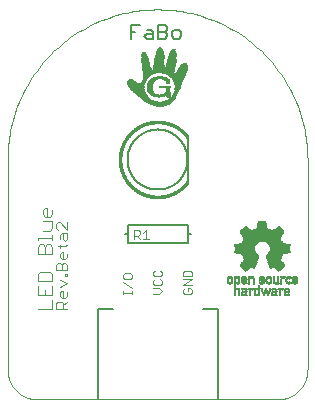
<source format=gto>
G75*
%MOIN*%
%OFA0B0*%
%FSLAX25Y25*%
%IPPOS*%
%LPD*%
%AMOC8*
5,1,8,0,0,1.08239X$1,22.5*
%
%ADD10C,0.00400*%
%ADD11C,0.00300*%
%ADD12C,0.00000*%
%ADD13C,0.00500*%
%ADD14R,0.01012X0.00046*%
%ADD15R,0.01840X0.00046*%
%ADD16R,0.02438X0.00046*%
%ADD17R,0.02852X0.00046*%
%ADD18R,0.03266X0.00046*%
%ADD19R,0.03634X0.00046*%
%ADD20R,0.03910X0.00046*%
%ADD21R,0.04232X0.00046*%
%ADD22R,0.04462X0.00046*%
%ADD23R,0.04738X0.00046*%
%ADD24R,0.04968X0.00046*%
%ADD25R,0.05198X0.00046*%
%ADD26R,0.05428X0.00046*%
%ADD27R,0.05612X0.00046*%
%ADD28R,0.05750X0.00046*%
%ADD29R,0.05980X0.00046*%
%ADD30R,0.06164X0.00046*%
%ADD31R,0.06394X0.00046*%
%ADD32R,0.06532X0.00046*%
%ADD33R,0.06716X0.00046*%
%ADD34R,0.06854X0.00046*%
%ADD35R,0.07038X0.00046*%
%ADD36R,0.07176X0.00046*%
%ADD37R,0.07360X0.00046*%
%ADD38R,0.07498X0.00046*%
%ADD39R,0.07636X0.00046*%
%ADD40R,0.07774X0.00046*%
%ADD41R,0.07958X0.00046*%
%ADD42R,0.08096X0.00046*%
%ADD43R,0.08234X0.00046*%
%ADD44R,0.08326X0.00046*%
%ADD45R,0.08464X0.00046*%
%ADD46R,0.08602X0.00046*%
%ADD47R,0.04048X0.00046*%
%ADD48R,0.03496X0.00046*%
%ADD49R,0.03772X0.00046*%
%ADD50R,0.03174X0.00046*%
%ADD51R,0.03588X0.00046*%
%ADD52R,0.03036X0.00046*%
%ADD53R,0.03542X0.00046*%
%ADD54R,0.03404X0.00046*%
%ADD55R,0.02760X0.00046*%
%ADD56R,0.03312X0.00046*%
%ADD57R,0.02668X0.00046*%
%ADD58R,0.03220X0.00046*%
%ADD59R,0.02576X0.00046*%
%ADD60R,0.03220X0.00046*%
%ADD61R,0.02484X0.00046*%
%ADD62R,0.03128X0.00046*%
%ADD63R,0.02346X0.00046*%
%ADD64R,0.02300X0.00046*%
%ADD65R,0.02254X0.00046*%
%ADD66R,0.02990X0.00046*%
%ADD67R,0.02162X0.00046*%
%ADD68R,0.02944X0.00046*%
%ADD69R,0.02116X0.00046*%
%ADD70R,0.02070X0.00046*%
%ADD71R,0.02024X0.00046*%
%ADD72R,0.02898X0.00046*%
%ADD73R,0.01978X0.00046*%
%ADD74R,0.01932X0.00046*%
%ADD75R,0.02898X0.00046*%
%ADD76R,0.01886X0.00046*%
%ADD77R,0.01840X0.00046*%
%ADD78R,0.01794X0.00046*%
%ADD79R,0.01748X0.00046*%
%ADD80R,0.01702X0.00046*%
%ADD81R,0.01656X0.00046*%
%ADD82R,0.01564X0.00046*%
%ADD83R,0.01610X0.00046*%
%ADD84R,0.02990X0.00046*%
%ADD85R,0.00506X0.00046*%
%ADD86R,0.01288X0.00046*%
%ADD87R,0.01518X0.00046*%
%ADD88R,0.01564X0.00046*%
%ADD89R,0.01334X0.00046*%
%ADD90R,0.01380X0.00046*%
%ADD91R,0.03082X0.00046*%
%ADD92R,0.01426X0.00046*%
%ADD93R,0.03818X0.00046*%
%ADD94R,0.04002X0.00046*%
%ADD95R,0.01472X0.00046*%
%ADD96R,0.04278X0.00046*%
%ADD97R,0.04462X0.00046*%
%ADD98R,0.04600X0.00046*%
%ADD99R,0.04784X0.00046*%
%ADD100R,0.01426X0.00046*%
%ADD101R,0.06440X0.00046*%
%ADD102R,0.06486X0.00046*%
%ADD103R,0.06578X0.00046*%
%ADD104R,0.02208X0.00046*%
%ADD105R,0.02714X0.00046*%
%ADD106R,0.03358X0.00046*%
%ADD107R,0.02070X0.00046*%
%ADD108R,0.03404X0.00046*%
%ADD109R,0.03450X0.00046*%
%ADD110R,0.01978X0.00046*%
%ADD111R,0.03634X0.00046*%
%ADD112R,0.03680X0.00046*%
%ADD113R,0.03726X0.00046*%
%ADD114R,0.03864X0.00046*%
%ADD115R,0.03956X0.00046*%
%ADD116R,0.04094X0.00046*%
%ADD117R,0.04140X0.00046*%
%ADD118R,0.04140X0.00046*%
%ADD119R,0.04186X0.00046*%
%ADD120R,0.01748X0.00046*%
%ADD121R,0.04324X0.00046*%
%ADD122R,0.04370X0.00046*%
%ADD123R,0.04416X0.00046*%
%ADD124R,0.04508X0.00046*%
%ADD125R,0.01656X0.00046*%
%ADD126R,0.04554X0.00046*%
%ADD127R,0.04646X0.00046*%
%ADD128R,0.04692X0.00046*%
%ADD129R,0.04784X0.00046*%
%ADD130R,0.04830X0.00046*%
%ADD131R,0.04876X0.00046*%
%ADD132R,0.04922X0.00046*%
%ADD133R,0.05014X0.00046*%
%ADD134R,0.05060X0.00046*%
%ADD135R,0.05106X0.00046*%
%ADD136R,0.05152X0.00046*%
%ADD137R,0.05244X0.00046*%
%ADD138R,0.05290X0.00046*%
%ADD139R,0.05382X0.00046*%
%ADD140R,0.02162X0.00046*%
%ADD141R,0.05474X0.00046*%
%ADD142R,0.05520X0.00046*%
%ADD143R,0.05566X0.00046*%
%ADD144R,0.05612X0.00046*%
%ADD145R,0.02392X0.00046*%
%ADD146R,0.05658X0.00046*%
%ADD147R,0.05704X0.00046*%
%ADD148R,0.02484X0.00046*%
%ADD149R,0.02530X0.00046*%
%ADD150R,0.05796X0.00046*%
%ADD151R,0.01242X0.00046*%
%ADD152R,0.01150X0.00046*%
%ADD153R,0.01104X0.00046*%
%ADD154R,0.02806X0.00046*%
%ADD155R,0.01058X0.00046*%
%ADD156R,0.01012X0.00046*%
%ADD157R,0.00966X0.00046*%
%ADD158R,0.02622X0.00046*%
%ADD159R,0.02576X0.00046*%
%ADD160R,0.02392X0.00046*%
%ADD161R,0.01334X0.00046*%
%ADD162R,0.00874X0.00046*%
%ADD163R,0.03726X0.00046*%
%ADD164R,0.00552X0.00046*%
%ADD165R,0.01196X0.00046*%
%ADD166R,0.01242X0.00046*%
%ADD167R,0.05336X0.00046*%
%ADD168R,0.02668X0.00046*%
%ADD169R,0.04876X0.00046*%
%ADD170R,0.05290X0.00046*%
%ADD171R,0.05520X0.00046*%
%ADD172R,0.05704X0.00046*%
%ADD173R,0.05888X0.00046*%
%ADD174R,0.05934X0.00046*%
%ADD175R,0.02806X0.00046*%
%ADD176R,0.06026X0.00046*%
%ADD177R,0.06164X0.00046*%
%ADD178R,0.06256X0.00046*%
%ADD179R,0.06348X0.00046*%
%ADD180R,0.03128X0.00046*%
%ADD181R,0.03956X0.00046*%
%ADD182R,0.10258X0.00046*%
%ADD183R,0.10304X0.00046*%
%ADD184R,0.10350X0.00046*%
%ADD185R,0.10396X0.00046*%
%ADD186R,0.10442X0.00046*%
%ADD187R,0.10488X0.00046*%
%ADD188R,0.10534X0.00046*%
%ADD189R,0.10580X0.00046*%
%ADD190R,0.07406X0.00046*%
%ADD191R,0.00736X0.00046*%
%ADD192R,0.03312X0.00046*%
%ADD193R,0.00920X0.00046*%
%ADD194R,0.00828X0.00046*%
%ADD195R,0.00690X0.00046*%
%ADD196R,0.00230X0.00046*%
%ADD197R,0.00782X0.00046*%
%ADD198R,0.00644X0.00046*%
%ADD199R,0.00276X0.00046*%
%ADD200R,0.00414X0.00046*%
%ADD201C,0.00800*%
%ADD202C,0.00100*%
%ADD203C,0.00600*%
%ADD204R,0.00650X0.00050*%
%ADD205R,0.00950X0.00050*%
%ADD206R,0.00800X0.00050*%
%ADD207R,0.00550X0.00050*%
%ADD208R,0.00600X0.00050*%
%ADD209R,0.01750X0.00050*%
%ADD210R,0.01000X0.00050*%
%ADD211R,0.01200X0.00050*%
%ADD212R,0.01800X0.00050*%
%ADD213R,0.01350X0.00050*%
%ADD214R,0.01900X0.00050*%
%ADD215R,0.00700X0.00050*%
%ADD216R,0.01850X0.00050*%
%ADD217R,0.01500X0.00050*%
%ADD218R,0.01950X0.00050*%
%ADD219R,0.01650X0.00050*%
%ADD220R,0.00750X0.00050*%
%ADD221R,0.02000X0.00050*%
%ADD222R,0.02050X0.00050*%
%ADD223R,0.00850X0.00050*%
%ADD224R,0.02100X0.00050*%
%ADD225R,0.00900X0.00050*%
%ADD226R,0.00450X0.00050*%
%ADD227R,0.00300X0.00050*%
%ADD228R,0.00200X0.00050*%
%ADD229R,0.01050X0.00050*%
%ADD230R,0.00100X0.00050*%
%ADD231R,0.01100X0.00050*%
%ADD232R,0.01150X0.00050*%
%ADD233R,0.02200X0.00050*%
%ADD234R,0.01250X0.00050*%
%ADD235R,0.00150X0.00050*%
%ADD236R,0.00250X0.00050*%
%ADD237R,0.00500X0.00050*%
%ADD238R,0.01550X0.00050*%
%ADD239R,0.01600X0.00050*%
%ADD240R,0.01700X0.00050*%
%ADD241R,0.01400X0.00050*%
%ADD242R,0.01300X0.00050*%
%ADD243R,0.00400X0.00050*%
%ADD244R,0.01450X0.00050*%
%ADD245R,0.02150X0.00050*%
%ADD246R,0.00350X0.00050*%
%ADD247R,0.00050X0.00050*%
%ADD248R,0.02250X0.00050*%
%ADD249R,0.02400X0.00050*%
%ADD250R,0.02500X0.00050*%
%ADD251R,0.02650X0.00050*%
%ADD252R,0.02750X0.00050*%
%ADD253R,0.02900X0.00050*%
%ADD254R,0.03000X0.00050*%
%ADD255R,0.03150X0.00050*%
%ADD256R,0.03250X0.00050*%
%ADD257R,0.04600X0.00050*%
%ADD258R,0.04650X0.00050*%
%ADD259R,0.04750X0.00050*%
%ADD260R,0.04800X0.00050*%
%ADD261R,0.04900X0.00050*%
%ADD262R,0.04950X0.00050*%
%ADD263R,0.05000X0.00050*%
%ADD264R,0.05100X0.00050*%
%ADD265R,0.05150X0.00050*%
%ADD266R,0.05200X0.00050*%
%ADD267R,0.05250X0.00050*%
%ADD268R,0.05050X0.00050*%
%ADD269R,0.04850X0.00050*%
%ADD270R,0.05300X0.00050*%
%ADD271R,0.05350X0.00050*%
%ADD272R,0.05450X0.00050*%
%ADD273R,0.05500X0.00050*%
%ADD274R,0.05550X0.00050*%
%ADD275R,0.05650X0.00050*%
%ADD276R,0.05600X0.00050*%
%ADD277R,0.05400X0.00050*%
%ADD278R,0.05700X0.00050*%
%ADD279R,0.05900X0.00050*%
%ADD280R,0.06150X0.00050*%
%ADD281R,0.06350X0.00050*%
%ADD282R,0.06550X0.00050*%
%ADD283R,0.06850X0.00050*%
%ADD284R,0.07050X0.00050*%
%ADD285R,0.07100X0.00050*%
%ADD286R,0.07000X0.00050*%
%ADD287R,0.06950X0.00050*%
%ADD288R,0.06900X0.00050*%
%ADD289R,0.06800X0.00050*%
%ADD290R,0.06600X0.00050*%
%ADD291R,0.05750X0.00050*%
%ADD292R,0.06050X0.00050*%
%ADD293R,0.13050X0.00050*%
%ADD294R,0.12950X0.00050*%
%ADD295R,0.12850X0.00050*%
%ADD296R,0.12750X0.00050*%
%ADD297R,0.12650X0.00050*%
%ADD298R,0.12550X0.00050*%
%ADD299R,0.12450X0.00050*%
%ADD300R,0.12350X0.00050*%
%ADD301R,0.12250X0.00050*%
%ADD302R,0.12150X0.00050*%
%ADD303R,0.13150X0.00050*%
%ADD304R,0.13250X0.00050*%
%ADD305R,0.13350X0.00050*%
%ADD306R,0.13450X0.00050*%
%ADD307R,0.13550X0.00050*%
%ADD308R,0.13650X0.00050*%
%ADD309R,0.13750X0.00050*%
%ADD310R,0.13850X0.00050*%
%ADD311R,0.13950X0.00050*%
%ADD312R,0.14050X0.00050*%
%ADD313R,0.14150X0.00050*%
%ADD314R,0.14250X0.00050*%
%ADD315R,0.14350X0.00050*%
%ADD316R,0.14450X0.00050*%
%ADD317R,0.14550X0.00050*%
%ADD318R,0.14650X0.00050*%
%ADD319R,0.14750X0.00050*%
%ADD320R,0.14850X0.00050*%
%ADD321R,0.14950X0.00050*%
%ADD322R,0.03450X0.00050*%
%ADD323R,0.06750X0.00050*%
%ADD324R,0.03300X0.00050*%
%ADD325R,0.06450X0.00050*%
%ADD326R,0.03200X0.00050*%
%ADD327R,0.06250X0.00050*%
%ADD328R,0.03050X0.00050*%
%ADD329R,0.05950X0.00050*%
%ADD330R,0.02950X0.00050*%
%ADD331R,0.02850X0.00050*%
%ADD332R,0.02800X0.00050*%
%ADD333R,0.02700X0.00050*%
%ADD334R,0.02600X0.00050*%
%ADD335R,0.02450X0.00050*%
%ADD336R,0.02350X0.00050*%
%ADD337R,0.04550X0.00050*%
%ADD338R,0.04250X0.00050*%
%ADD339R,0.04050X0.00050*%
%ADD340R,0.03750X0.00050*%
%ADD341R,0.03650X0.00050*%
%ADD342R,0.03550X0.00050*%
%ADD343R,0.03350X0.00050*%
D10*
X0016996Y0054206D02*
X0021600Y0054206D01*
X0021600Y0057275D01*
X0021600Y0058810D02*
X0021600Y0061879D01*
X0021600Y0063414D02*
X0021600Y0065716D01*
X0020833Y0066483D01*
X0017763Y0066483D01*
X0016996Y0065716D01*
X0016996Y0063414D01*
X0021600Y0063414D01*
X0019298Y0060344D02*
X0019298Y0058810D01*
X0016996Y0058810D02*
X0016996Y0061879D01*
X0016996Y0058810D02*
X0021600Y0058810D01*
X0021600Y0072622D02*
X0016996Y0072622D01*
X0016996Y0074924D01*
X0017763Y0075691D01*
X0018531Y0075691D01*
X0019298Y0074924D01*
X0019298Y0072622D01*
X0019298Y0074924D02*
X0020065Y0075691D01*
X0020833Y0075691D01*
X0021600Y0074924D01*
X0021600Y0072622D01*
X0021600Y0077226D02*
X0021600Y0078760D01*
X0021600Y0077993D02*
X0016996Y0077993D01*
X0016996Y0077226D01*
X0018531Y0080295D02*
X0020833Y0080295D01*
X0021600Y0081062D01*
X0021600Y0083364D01*
X0018531Y0083364D01*
X0019298Y0084899D02*
X0018531Y0085666D01*
X0018531Y0087201D01*
X0019298Y0087968D01*
X0020065Y0087968D01*
X0020065Y0084899D01*
X0019298Y0084899D02*
X0020833Y0084899D01*
X0021600Y0085666D01*
X0021600Y0087201D01*
D11*
X0023564Y0083021D02*
X0022947Y0082403D01*
X0022947Y0081169D01*
X0023564Y0080552D01*
X0024798Y0079337D02*
X0026650Y0079337D01*
X0026650Y0077486D01*
X0026033Y0076869D01*
X0025416Y0077486D01*
X0025416Y0079337D01*
X0024798Y0079337D02*
X0024181Y0078720D01*
X0024181Y0077486D01*
X0024181Y0075648D02*
X0024181Y0074413D01*
X0023564Y0075030D02*
X0026033Y0075030D01*
X0026650Y0075648D01*
X0025416Y0073199D02*
X0024798Y0073199D01*
X0024181Y0072582D01*
X0024181Y0071347D01*
X0024798Y0070730D01*
X0026033Y0070730D01*
X0026650Y0071347D01*
X0026650Y0072582D01*
X0025416Y0073199D02*
X0025416Y0070730D01*
X0025416Y0069516D02*
X0026033Y0069516D01*
X0026650Y0068898D01*
X0026650Y0067047D01*
X0022947Y0067047D01*
X0022947Y0068898D01*
X0023564Y0069516D01*
X0024181Y0069516D01*
X0024798Y0068898D01*
X0024798Y0067047D01*
X0026033Y0065823D02*
X0026650Y0065823D01*
X0026650Y0065205D01*
X0026033Y0065205D01*
X0026033Y0065823D01*
X0024181Y0063991D02*
X0026650Y0062757D01*
X0024181Y0061522D01*
X0024798Y0060308D02*
X0025416Y0060308D01*
X0025416Y0057839D01*
X0026033Y0057839D02*
X0024798Y0057839D01*
X0024181Y0058456D01*
X0024181Y0059691D01*
X0024798Y0060308D01*
X0026650Y0059691D02*
X0026650Y0058456D01*
X0026033Y0057839D01*
X0026650Y0056625D02*
X0025416Y0055390D01*
X0025416Y0056007D02*
X0025416Y0054156D01*
X0026650Y0054156D02*
X0022947Y0054156D01*
X0022947Y0056007D01*
X0023564Y0056625D01*
X0024798Y0056625D01*
X0025416Y0056007D01*
X0024798Y0068898D02*
X0025416Y0069516D01*
X0026650Y0080552D02*
X0024181Y0083021D01*
X0023564Y0083021D01*
X0026650Y0083021D02*
X0026650Y0080552D01*
X0045348Y0065518D02*
X0045831Y0066002D01*
X0047766Y0066002D01*
X0048250Y0065518D01*
X0048250Y0064551D01*
X0047766Y0064067D01*
X0045831Y0064067D01*
X0045348Y0064551D01*
X0045348Y0065518D01*
X0045348Y0063055D02*
X0048250Y0061120D01*
X0048250Y0060123D02*
X0048250Y0059156D01*
X0048250Y0059640D02*
X0045348Y0059640D01*
X0045348Y0060123D02*
X0045348Y0059156D01*
X0055348Y0059156D02*
X0057283Y0059156D01*
X0058250Y0060123D01*
X0057283Y0061091D01*
X0055348Y0061091D01*
X0055831Y0062102D02*
X0055348Y0062586D01*
X0055348Y0063554D01*
X0055831Y0064037D01*
X0055831Y0065049D02*
X0055348Y0065533D01*
X0055348Y0066500D01*
X0055831Y0066984D01*
X0055831Y0065049D02*
X0057766Y0065049D01*
X0058250Y0065533D01*
X0058250Y0066500D01*
X0057766Y0066984D01*
X0057766Y0064037D02*
X0058250Y0063554D01*
X0058250Y0062586D01*
X0057766Y0062102D01*
X0055831Y0062102D01*
X0065348Y0062102D02*
X0068250Y0064037D01*
X0065348Y0064037D01*
X0065348Y0065049D02*
X0065348Y0066500D01*
X0065831Y0066984D01*
X0067766Y0066984D01*
X0068250Y0066500D01*
X0068250Y0065049D01*
X0065348Y0065049D01*
X0065348Y0062102D02*
X0068250Y0062102D01*
X0067766Y0061091D02*
X0066799Y0061091D01*
X0066799Y0060123D01*
X0067766Y0059156D02*
X0065831Y0059156D01*
X0065348Y0059640D01*
X0065348Y0060607D01*
X0065831Y0061091D01*
X0067766Y0061091D02*
X0068250Y0060607D01*
X0068250Y0059640D01*
X0067766Y0059156D01*
X0053831Y0077656D02*
X0051897Y0077656D01*
X0052864Y0077656D02*
X0052864Y0080558D01*
X0051897Y0079591D01*
X0050885Y0080075D02*
X0050401Y0080558D01*
X0048950Y0080558D01*
X0048950Y0077656D01*
X0048950Y0078623D02*
X0050401Y0078623D01*
X0050885Y0079107D01*
X0050885Y0080075D01*
X0049917Y0078623D02*
X0050885Y0077656D01*
D12*
X0016800Y0024006D02*
X0096800Y0024006D01*
X0097042Y0024009D01*
X0097283Y0024018D01*
X0097524Y0024032D01*
X0097765Y0024053D01*
X0098005Y0024079D01*
X0098245Y0024111D01*
X0098484Y0024149D01*
X0098721Y0024192D01*
X0098958Y0024242D01*
X0099193Y0024297D01*
X0099427Y0024357D01*
X0099659Y0024424D01*
X0099890Y0024495D01*
X0100119Y0024573D01*
X0100346Y0024656D01*
X0100571Y0024744D01*
X0100794Y0024838D01*
X0101014Y0024937D01*
X0101232Y0025042D01*
X0101447Y0025151D01*
X0101660Y0025266D01*
X0101870Y0025386D01*
X0102076Y0025511D01*
X0102280Y0025641D01*
X0102481Y0025776D01*
X0102678Y0025916D01*
X0102872Y0026060D01*
X0103062Y0026209D01*
X0103248Y0026363D01*
X0103431Y0026521D01*
X0103610Y0026683D01*
X0103785Y0026850D01*
X0103956Y0027021D01*
X0104123Y0027196D01*
X0104285Y0027375D01*
X0104443Y0027558D01*
X0104597Y0027744D01*
X0104746Y0027934D01*
X0104890Y0028128D01*
X0105030Y0028325D01*
X0105165Y0028526D01*
X0105295Y0028730D01*
X0105420Y0028936D01*
X0105540Y0029146D01*
X0105655Y0029359D01*
X0105764Y0029574D01*
X0105869Y0029792D01*
X0105968Y0030012D01*
X0106062Y0030235D01*
X0106150Y0030460D01*
X0106233Y0030687D01*
X0106311Y0030916D01*
X0106382Y0031147D01*
X0106449Y0031379D01*
X0106509Y0031613D01*
X0106564Y0031848D01*
X0106614Y0032085D01*
X0106657Y0032322D01*
X0106695Y0032561D01*
X0106727Y0032801D01*
X0106753Y0033041D01*
X0106774Y0033282D01*
X0106788Y0033523D01*
X0106797Y0033764D01*
X0106800Y0034006D01*
X0106800Y0104006D01*
X0106785Y0105224D01*
X0106741Y0106440D01*
X0106667Y0107656D01*
X0106563Y0108869D01*
X0106430Y0110079D01*
X0106267Y0111286D01*
X0106075Y0112488D01*
X0105854Y0113686D01*
X0105604Y0114878D01*
X0105325Y0116063D01*
X0105017Y0117241D01*
X0104680Y0118411D01*
X0104315Y0119573D01*
X0103922Y0120725D01*
X0103501Y0121868D01*
X0103052Y0122999D01*
X0102576Y0124120D01*
X0102072Y0125229D01*
X0101542Y0126325D01*
X0100985Y0127408D01*
X0100402Y0128477D01*
X0099794Y0129531D01*
X0099159Y0130571D01*
X0098500Y0131594D01*
X0097816Y0132602D01*
X0097107Y0133592D01*
X0096375Y0134565D01*
X0095619Y0135519D01*
X0094840Y0136455D01*
X0094039Y0137372D01*
X0093215Y0138269D01*
X0092370Y0139145D01*
X0091504Y0140001D01*
X0090617Y0140836D01*
X0089710Y0141648D01*
X0088784Y0142438D01*
X0087838Y0143206D01*
X0086875Y0143950D01*
X0085893Y0144670D01*
X0084894Y0145367D01*
X0083879Y0146039D01*
X0082847Y0146686D01*
X0081800Y0147307D01*
X0080738Y0147903D01*
X0079662Y0148473D01*
X0078573Y0149017D01*
X0077470Y0149533D01*
X0076355Y0150023D01*
X0075229Y0150486D01*
X0074092Y0150921D01*
X0072944Y0151328D01*
X0071787Y0151707D01*
X0070621Y0152058D01*
X0069447Y0152380D01*
X0068265Y0152674D01*
X0067076Y0152939D01*
X0065882Y0153174D01*
X0064682Y0153381D01*
X0063477Y0153558D01*
X0062269Y0153706D01*
X0061057Y0153824D01*
X0059842Y0153913D01*
X0058626Y0153973D01*
X0057409Y0154002D01*
X0056191Y0154002D01*
X0054974Y0153973D01*
X0053758Y0153913D01*
X0052543Y0153824D01*
X0051331Y0153706D01*
X0050123Y0153558D01*
X0048918Y0153381D01*
X0047718Y0153174D01*
X0046524Y0152939D01*
X0045335Y0152674D01*
X0044153Y0152380D01*
X0042979Y0152058D01*
X0041813Y0151707D01*
X0040656Y0151328D01*
X0039508Y0150921D01*
X0038371Y0150486D01*
X0037245Y0150023D01*
X0036130Y0149533D01*
X0035027Y0149017D01*
X0033938Y0148473D01*
X0032862Y0147903D01*
X0031800Y0147307D01*
X0030753Y0146686D01*
X0029721Y0146039D01*
X0028706Y0145367D01*
X0027707Y0144670D01*
X0026725Y0143950D01*
X0025762Y0143206D01*
X0024816Y0142438D01*
X0023890Y0141648D01*
X0022983Y0140836D01*
X0022096Y0140001D01*
X0021230Y0139145D01*
X0020385Y0138269D01*
X0019561Y0137372D01*
X0018760Y0136455D01*
X0017981Y0135519D01*
X0017225Y0134565D01*
X0016493Y0133592D01*
X0015784Y0132602D01*
X0015100Y0131594D01*
X0014441Y0130571D01*
X0013806Y0129531D01*
X0013198Y0128477D01*
X0012615Y0127408D01*
X0012058Y0126325D01*
X0011528Y0125229D01*
X0011024Y0124120D01*
X0010548Y0122999D01*
X0010099Y0121868D01*
X0009678Y0120725D01*
X0009285Y0119573D01*
X0008920Y0118411D01*
X0008583Y0117241D01*
X0008275Y0116063D01*
X0007996Y0114878D01*
X0007746Y0113686D01*
X0007525Y0112488D01*
X0007333Y0111286D01*
X0007170Y0110079D01*
X0007037Y0108869D01*
X0006933Y0107656D01*
X0006859Y0106440D01*
X0006815Y0105224D01*
X0006800Y0104006D01*
X0006800Y0034006D01*
X0006803Y0033764D01*
X0006812Y0033523D01*
X0006826Y0033282D01*
X0006847Y0033041D01*
X0006873Y0032801D01*
X0006905Y0032561D01*
X0006943Y0032322D01*
X0006986Y0032085D01*
X0007036Y0031848D01*
X0007091Y0031613D01*
X0007151Y0031379D01*
X0007218Y0031147D01*
X0007289Y0030916D01*
X0007367Y0030687D01*
X0007450Y0030460D01*
X0007538Y0030235D01*
X0007632Y0030012D01*
X0007731Y0029792D01*
X0007836Y0029574D01*
X0007945Y0029359D01*
X0008060Y0029146D01*
X0008180Y0028936D01*
X0008305Y0028730D01*
X0008435Y0028526D01*
X0008570Y0028325D01*
X0008710Y0028128D01*
X0008854Y0027934D01*
X0009003Y0027744D01*
X0009157Y0027558D01*
X0009315Y0027375D01*
X0009477Y0027196D01*
X0009644Y0027021D01*
X0009815Y0026850D01*
X0009990Y0026683D01*
X0010169Y0026521D01*
X0010352Y0026363D01*
X0010538Y0026209D01*
X0010728Y0026060D01*
X0010922Y0025916D01*
X0011119Y0025776D01*
X0011320Y0025641D01*
X0011524Y0025511D01*
X0011730Y0025386D01*
X0011940Y0025266D01*
X0012153Y0025151D01*
X0012368Y0025042D01*
X0012586Y0024937D01*
X0012806Y0024838D01*
X0013029Y0024744D01*
X0013254Y0024656D01*
X0013481Y0024573D01*
X0013710Y0024495D01*
X0013941Y0024424D01*
X0014173Y0024357D01*
X0014407Y0024297D01*
X0014642Y0024242D01*
X0014879Y0024192D01*
X0015116Y0024149D01*
X0015355Y0024111D01*
X0015595Y0024079D01*
X0015835Y0024053D01*
X0016076Y0024032D01*
X0016317Y0024018D01*
X0016558Y0024009D01*
X0016800Y0024006D01*
D13*
X0036800Y0024006D02*
X0036800Y0054006D01*
X0041800Y0054006D01*
X0071800Y0054006D02*
X0076800Y0054006D01*
X0076800Y0024006D01*
X0063906Y0144256D02*
X0062405Y0144256D01*
X0061654Y0145007D01*
X0061654Y0146508D01*
X0062405Y0147258D01*
X0063906Y0147258D01*
X0064656Y0146508D01*
X0064656Y0145007D01*
X0063906Y0144256D01*
X0060053Y0145007D02*
X0059302Y0144256D01*
X0057050Y0144256D01*
X0057050Y0148760D01*
X0059302Y0148760D01*
X0060053Y0148009D01*
X0060053Y0147258D01*
X0059302Y0146508D01*
X0057050Y0146508D01*
X0055449Y0146508D02*
X0055449Y0144256D01*
X0053197Y0144256D01*
X0052446Y0145007D01*
X0053197Y0145757D01*
X0055449Y0145757D01*
X0055449Y0146508D02*
X0054698Y0147258D01*
X0053197Y0147258D01*
X0050845Y0148760D02*
X0047842Y0148760D01*
X0047842Y0144256D01*
X0047842Y0146508D02*
X0049343Y0146508D01*
X0059302Y0146508D02*
X0060053Y0145757D01*
X0060053Y0145007D01*
D14*
X0057679Y0121506D03*
D15*
X0057679Y0121552D03*
X0060209Y0126014D03*
X0061635Y0124082D03*
X0063521Y0127762D03*
X0063521Y0127808D03*
X0059703Y0130476D03*
X0054965Y0130016D03*
X0054919Y0129970D03*
X0054827Y0129832D03*
X0054781Y0129786D03*
X0054735Y0129694D03*
X0053079Y0131442D03*
X0054735Y0126060D03*
X0054781Y0126014D03*
X0048065Y0130246D03*
X0057679Y0140320D03*
X0062049Y0139722D03*
D16*
X0061934Y0138940D03*
X0061934Y0138894D03*
X0057656Y0139584D03*
X0057656Y0139630D03*
X0052596Y0137422D03*
X0052596Y0137376D03*
X0052596Y0137330D03*
X0053378Y0131902D03*
X0056046Y0130706D03*
X0059910Y0125600D03*
X0060784Y0123392D03*
X0057656Y0121598D03*
X0055632Y0125416D03*
X0048134Y0129924D03*
X0063682Y0128958D03*
X0063682Y0128912D03*
D17*
X0063705Y0129556D03*
X0060945Y0132362D03*
X0061773Y0137790D03*
X0061773Y0137836D03*
X0061773Y0137882D03*
X0061773Y0137928D03*
X0065407Y0134432D03*
X0065407Y0134386D03*
X0057587Y0138710D03*
X0057587Y0138756D03*
X0057587Y0138802D03*
X0057587Y0138848D03*
X0052941Y0135444D03*
X0052941Y0135398D03*
X0052987Y0135260D03*
X0052987Y0135214D03*
X0052987Y0135168D03*
X0053033Y0135076D03*
X0053033Y0135030D03*
X0053079Y0134846D03*
X0053539Y0132132D03*
X0055931Y0125370D03*
X0057679Y0121644D03*
X0060347Y0123162D03*
X0052711Y0124174D03*
D18*
X0051446Y0125416D03*
X0051400Y0125462D03*
X0053746Y0132316D03*
X0057426Y0137192D03*
X0057426Y0137238D03*
X0057426Y0137284D03*
X0057426Y0137330D03*
X0057426Y0137376D03*
X0063682Y0130062D03*
X0064878Y0133098D03*
X0064878Y0133144D03*
X0064924Y0133190D03*
X0057196Y0124864D03*
X0057656Y0121690D03*
D19*
X0057656Y0121736D03*
X0059312Y0125370D03*
X0048594Y0129234D03*
D20*
X0054022Y0132546D03*
X0057196Y0134248D03*
X0057196Y0134294D03*
X0057196Y0134340D03*
X0057196Y0134386D03*
X0057656Y0121782D03*
D21*
X0057633Y0121828D03*
X0050411Y0126796D03*
X0057679Y0131074D03*
X0063567Y0130936D03*
D22*
X0063498Y0131120D03*
X0057610Y0121874D03*
D23*
X0057610Y0121920D03*
X0050066Y0127394D03*
X0063452Y0131304D03*
D24*
X0063383Y0131488D03*
X0057587Y0121966D03*
X0049905Y0127762D03*
D25*
X0049790Y0128084D03*
X0049790Y0128130D03*
X0057610Y0122012D03*
X0063314Y0131626D03*
D26*
X0057633Y0130752D03*
X0057587Y0122058D03*
X0049721Y0128406D03*
X0049721Y0128452D03*
X0049721Y0128498D03*
D27*
X0057587Y0122104D03*
D28*
X0057564Y0122150D03*
X0049652Y0129096D03*
X0063176Y0131948D03*
D29*
X0057541Y0122196D03*
D30*
X0057541Y0122242D03*
D31*
X0057518Y0122288D03*
D32*
X0057495Y0122334D03*
D33*
X0057495Y0122380D03*
D34*
X0057472Y0122426D03*
D35*
X0057472Y0122472D03*
D36*
X0057449Y0122518D03*
D37*
X0057449Y0122564D03*
X0058783Y0133604D03*
X0058783Y0133650D03*
X0058829Y0133788D03*
D38*
X0057426Y0122610D03*
D39*
X0057403Y0122656D03*
D40*
X0057380Y0122702D03*
D41*
X0057380Y0122748D03*
D42*
X0057357Y0122794D03*
D43*
X0057334Y0122840D03*
D44*
X0057334Y0122886D03*
D45*
X0057311Y0122932D03*
D46*
X0057288Y0122978D03*
D47*
X0054919Y0123024D03*
X0050549Y0126566D03*
X0057219Y0133972D03*
X0063567Y0130798D03*
D48*
X0063659Y0130292D03*
X0064533Y0132546D03*
X0064579Y0132592D03*
X0060577Y0132592D03*
X0057311Y0135950D03*
X0057311Y0135996D03*
X0057311Y0136042D03*
X0057311Y0136088D03*
X0057311Y0136134D03*
X0057311Y0136180D03*
X0051055Y0125876D03*
X0051101Y0125830D03*
X0048525Y0129280D03*
X0059887Y0123024D03*
D49*
X0059243Y0128314D03*
X0057219Y0134662D03*
X0057219Y0134708D03*
X0057219Y0134754D03*
X0057219Y0134800D03*
X0057219Y0134846D03*
X0050779Y0126244D03*
X0050825Y0126198D03*
X0054735Y0123070D03*
D50*
X0051676Y0125140D03*
X0051630Y0125186D03*
X0051584Y0125232D03*
X0048364Y0129464D03*
X0053470Y0133604D03*
X0057472Y0137652D03*
X0057472Y0137698D03*
X0057472Y0137744D03*
X0057472Y0137790D03*
X0057472Y0137836D03*
X0061106Y0134478D03*
X0061060Y0134294D03*
X0061014Y0134156D03*
X0061014Y0134110D03*
X0060968Y0134018D03*
X0060968Y0133972D03*
X0060922Y0133834D03*
X0060738Y0132500D03*
X0065016Y0133420D03*
X0065062Y0133512D03*
X0060094Y0123070D03*
D51*
X0054551Y0123116D03*
X0053907Y0132454D03*
X0057265Y0135444D03*
X0057265Y0135490D03*
X0057265Y0135536D03*
X0057265Y0135582D03*
X0057265Y0135628D03*
X0064441Y0132408D03*
X0063659Y0130384D03*
D52*
X0063705Y0129786D03*
X0065223Y0133926D03*
X0065269Y0134018D03*
X0061543Y0136456D03*
X0061543Y0136502D03*
X0061543Y0136548D03*
X0061589Y0136686D03*
X0061589Y0136732D03*
X0061589Y0136778D03*
X0061589Y0136824D03*
X0061635Y0136916D03*
X0061635Y0136962D03*
X0061635Y0137008D03*
X0061635Y0137054D03*
X0057541Y0138250D03*
X0057541Y0138296D03*
X0057541Y0138342D03*
X0057541Y0138388D03*
X0053309Y0134064D03*
X0053309Y0134018D03*
X0053355Y0133972D03*
X0053355Y0133926D03*
X0053631Y0132224D03*
X0048295Y0129556D03*
X0051929Y0124864D03*
X0053631Y0123530D03*
X0053723Y0123484D03*
X0060209Y0123116D03*
D53*
X0057196Y0124910D03*
X0054436Y0123162D03*
X0051032Y0125922D03*
X0057288Y0135674D03*
X0057288Y0135720D03*
X0057288Y0135766D03*
X0057288Y0135812D03*
X0057288Y0135858D03*
X0057288Y0135904D03*
X0064464Y0132454D03*
X0064510Y0132500D03*
X0063682Y0130338D03*
D54*
X0064671Y0132730D03*
X0054321Y0123208D03*
X0051285Y0125600D03*
X0051239Y0125646D03*
X0048479Y0129326D03*
D55*
X0048203Y0129740D03*
X0052849Y0135812D03*
X0052849Y0135858D03*
X0052849Y0135904D03*
X0052849Y0135950D03*
X0052803Y0135996D03*
X0052803Y0136042D03*
X0052803Y0136088D03*
X0052803Y0136134D03*
X0057633Y0139032D03*
X0061819Y0138204D03*
X0061819Y0138158D03*
X0061819Y0138112D03*
X0065453Y0134570D03*
X0063705Y0129418D03*
X0060439Y0123208D03*
D56*
X0063705Y0130108D03*
X0064763Y0132914D03*
X0064809Y0132960D03*
X0064809Y0133006D03*
X0064855Y0133052D03*
X0060669Y0132546D03*
X0054183Y0123254D03*
X0051377Y0125508D03*
X0048433Y0129372D03*
D57*
X0048203Y0129786D03*
X0052757Y0136364D03*
X0052757Y0136410D03*
X0052757Y0136456D03*
X0052711Y0136548D03*
X0052711Y0136594D03*
X0052711Y0136640D03*
X0057633Y0139170D03*
X0057633Y0139216D03*
X0057633Y0139262D03*
X0061865Y0138480D03*
X0061865Y0138434D03*
X0061865Y0138388D03*
X0065499Y0134708D03*
X0063705Y0129326D03*
X0063705Y0129280D03*
X0063705Y0129234D03*
X0060531Y0123254D03*
D58*
X0063705Y0129970D03*
X0063705Y0130016D03*
X0060945Y0133880D03*
X0060945Y0133926D03*
X0054091Y0123300D03*
X0051469Y0125370D03*
X0048387Y0129418D03*
D59*
X0053447Y0131994D03*
X0052665Y0136824D03*
X0052665Y0136870D03*
X0052665Y0136916D03*
X0052665Y0136962D03*
X0057633Y0139354D03*
X0063705Y0129188D03*
X0063705Y0129142D03*
X0065545Y0134846D03*
X0059841Y0125554D03*
X0060623Y0123300D03*
X0057219Y0124772D03*
D60*
X0053999Y0123346D03*
X0051561Y0125278D03*
X0051515Y0125324D03*
X0057449Y0137422D03*
X0057449Y0137468D03*
X0057449Y0137514D03*
X0057449Y0137560D03*
X0057449Y0137606D03*
X0065039Y0133466D03*
X0064993Y0133374D03*
X0064993Y0133328D03*
X0064947Y0133282D03*
X0064947Y0133236D03*
D61*
X0060715Y0123346D03*
X0057679Y0139538D03*
D62*
X0057495Y0138020D03*
X0057495Y0137974D03*
X0057495Y0137928D03*
X0057495Y0137882D03*
X0061313Y0135398D03*
X0061313Y0135352D03*
X0061267Y0135168D03*
X0061267Y0135122D03*
X0061221Y0134984D03*
X0061221Y0134938D03*
X0061221Y0134892D03*
X0061175Y0134800D03*
X0061175Y0134754D03*
X0061175Y0134708D03*
X0061129Y0134662D03*
X0061129Y0134616D03*
X0061129Y0134570D03*
X0061129Y0134524D03*
X0061083Y0134432D03*
X0061083Y0134386D03*
X0061083Y0134340D03*
X0061037Y0134248D03*
X0061037Y0134202D03*
X0061405Y0135812D03*
X0065131Y0133696D03*
X0065131Y0133650D03*
X0065085Y0133604D03*
X0065085Y0133558D03*
X0063705Y0129924D03*
X0063705Y0129878D03*
X0059565Y0125416D03*
X0057725Y0131258D03*
X0053447Y0133650D03*
X0053447Y0133696D03*
X0053401Y0133788D03*
X0051745Y0125094D03*
X0053815Y0123438D03*
X0053907Y0123392D03*
D63*
X0055540Y0125462D03*
X0059956Y0125646D03*
X0060876Y0123438D03*
X0063682Y0128774D03*
X0063682Y0128820D03*
X0065614Y0135076D03*
X0061980Y0139078D03*
X0061980Y0139124D03*
X0052550Y0137652D03*
X0052550Y0137606D03*
X0052550Y0137560D03*
D64*
X0052527Y0137698D03*
X0052527Y0137744D03*
X0052527Y0137790D03*
X0057679Y0139768D03*
X0057679Y0139814D03*
X0057679Y0139860D03*
X0062003Y0139170D03*
X0065637Y0135168D03*
X0065637Y0135122D03*
X0063659Y0128728D03*
X0063659Y0128682D03*
X0063659Y0128636D03*
X0060945Y0123484D03*
X0059243Y0130706D03*
X0053309Y0131810D03*
X0048111Y0130016D03*
D65*
X0048088Y0130062D03*
X0053286Y0131764D03*
X0055908Y0130660D03*
X0060002Y0125692D03*
X0061014Y0123530D03*
X0065660Y0135214D03*
X0061980Y0139216D03*
X0052504Y0137928D03*
X0052504Y0137882D03*
X0052504Y0137836D03*
D66*
X0053194Y0134432D03*
X0053240Y0134294D03*
X0053240Y0134248D03*
X0051998Y0124818D03*
X0052044Y0124772D03*
X0052090Y0124726D03*
X0052228Y0124588D03*
X0053562Y0123576D03*
X0063728Y0129740D03*
X0065246Y0133972D03*
X0065292Y0134064D03*
X0065292Y0134110D03*
X0061612Y0136870D03*
X0061658Y0137100D03*
X0061658Y0137146D03*
X0061658Y0137192D03*
X0061658Y0137238D03*
X0061704Y0137422D03*
D67*
X0062026Y0139354D03*
X0065660Y0135260D03*
X0057748Y0131350D03*
X0055770Y0130614D03*
X0055310Y0125554D03*
X0057242Y0124726D03*
X0061060Y0123576D03*
X0061106Y0123622D03*
X0052458Y0138066D03*
X0052458Y0138112D03*
X0048088Y0130108D03*
D68*
X0048295Y0129602D03*
X0052297Y0124542D03*
X0052343Y0124496D03*
X0052389Y0124450D03*
X0052435Y0124404D03*
X0053263Y0123760D03*
X0053355Y0123714D03*
X0053401Y0123668D03*
X0053493Y0123622D03*
X0057219Y0124818D03*
X0053585Y0132178D03*
X0053217Y0134340D03*
X0053217Y0134386D03*
X0053171Y0134478D03*
X0053171Y0134524D03*
X0053125Y0134662D03*
X0057587Y0138572D03*
X0061727Y0137560D03*
X0061727Y0137514D03*
X0061727Y0137468D03*
X0061681Y0137376D03*
X0061681Y0137330D03*
X0061681Y0137284D03*
X0065361Y0134294D03*
X0065315Y0134202D03*
X0065315Y0134156D03*
X0063705Y0129694D03*
X0063705Y0129648D03*
X0060899Y0132408D03*
D69*
X0063613Y0128360D03*
X0063613Y0128314D03*
X0060071Y0125784D03*
X0061175Y0123668D03*
X0055701Y0130568D03*
X0053217Y0131672D03*
X0052435Y0138158D03*
X0052435Y0138204D03*
X0057679Y0139998D03*
X0057679Y0140044D03*
X0062003Y0139400D03*
X0065683Y0135306D03*
D70*
X0065706Y0135352D03*
X0060094Y0125830D03*
X0061244Y0123714D03*
X0053194Y0131626D03*
X0057702Y0140090D03*
D71*
X0057679Y0140136D03*
X0062049Y0139538D03*
X0055517Y0130476D03*
X0053171Y0131580D03*
X0055149Y0125646D03*
X0061313Y0123760D03*
X0063567Y0128084D03*
X0063567Y0128130D03*
X0052435Y0138250D03*
X0052435Y0138296D03*
X0048065Y0130154D03*
D72*
X0053148Y0134570D03*
X0053148Y0134616D03*
X0053102Y0134708D03*
X0053102Y0134754D03*
X0053102Y0134800D03*
X0053056Y0134892D03*
X0053056Y0134938D03*
X0053056Y0134984D03*
X0052642Y0124220D03*
X0052780Y0124128D03*
X0052826Y0124082D03*
X0053056Y0123898D03*
X0053148Y0123852D03*
X0053194Y0123806D03*
X0059680Y0125462D03*
X0065338Y0134248D03*
X0065384Y0134340D03*
D73*
X0065706Y0135398D03*
X0062026Y0139584D03*
X0059588Y0130568D03*
X0060140Y0125876D03*
X0061336Y0123806D03*
X0055080Y0125692D03*
X0055310Y0130338D03*
X0052412Y0138342D03*
X0052412Y0138388D03*
X0052412Y0138434D03*
D74*
X0052389Y0138480D03*
X0057679Y0140228D03*
X0062049Y0139630D03*
X0055241Y0130292D03*
X0055195Y0130246D03*
X0055149Y0130200D03*
X0055103Y0130154D03*
X0055057Y0130108D03*
X0060163Y0125922D03*
X0061451Y0123898D03*
X0061405Y0123852D03*
X0063567Y0127946D03*
X0063567Y0127992D03*
X0063567Y0128038D03*
X0048065Y0130200D03*
D75*
X0048272Y0129648D03*
X0052504Y0124358D03*
X0052550Y0124312D03*
X0052596Y0124266D03*
X0052872Y0124036D03*
X0052964Y0123990D03*
X0053010Y0123944D03*
X0053010Y0135122D03*
X0057564Y0138618D03*
X0057564Y0138664D03*
X0061750Y0137744D03*
X0061750Y0137698D03*
X0061750Y0137652D03*
X0061750Y0137606D03*
X0063728Y0129602D03*
D76*
X0063544Y0127900D03*
X0063544Y0127854D03*
X0061520Y0123944D03*
X0060186Y0125968D03*
X0059680Y0130522D03*
X0055034Y0130062D03*
X0054896Y0129924D03*
X0054850Y0129878D03*
X0053102Y0131488D03*
X0054804Y0125968D03*
X0054850Y0125922D03*
X0054896Y0125876D03*
X0054942Y0125830D03*
X0054988Y0125784D03*
X0052366Y0138526D03*
X0057702Y0140274D03*
X0062072Y0139676D03*
X0065752Y0135444D03*
D77*
X0063475Y0127716D03*
X0063475Y0127670D03*
X0063475Y0127624D03*
X0061589Y0124036D03*
X0061543Y0123990D03*
X0054643Y0129556D03*
X0054689Y0129648D03*
X0052389Y0138572D03*
D78*
X0052366Y0138618D03*
X0052366Y0138664D03*
X0053056Y0131396D03*
X0054482Y0129280D03*
X0054482Y0129234D03*
X0054436Y0129188D03*
X0054436Y0129142D03*
X0054436Y0129096D03*
X0054390Y0129050D03*
X0054390Y0129004D03*
X0054344Y0128866D03*
X0054298Y0128682D03*
X0054528Y0129326D03*
X0054528Y0129372D03*
X0054574Y0129418D03*
X0054574Y0129464D03*
X0054620Y0129510D03*
X0054666Y0129602D03*
X0054758Y0129740D03*
X0054528Y0126382D03*
X0054574Y0126290D03*
X0054620Y0126244D03*
X0054620Y0126198D03*
X0054666Y0126152D03*
X0054712Y0126106D03*
X0059772Y0130430D03*
X0060232Y0126106D03*
X0060232Y0126060D03*
X0061704Y0124128D03*
X0063452Y0127532D03*
X0063452Y0127578D03*
X0065752Y0135490D03*
X0062072Y0139768D03*
D79*
X0059841Y0130384D03*
X0059887Y0130338D03*
X0059933Y0130292D03*
X0060255Y0126152D03*
X0061819Y0124266D03*
X0061773Y0124220D03*
X0061727Y0124174D03*
X0054551Y0126336D03*
X0054505Y0126428D03*
X0054505Y0126474D03*
X0054459Y0126520D03*
X0054459Y0126566D03*
X0054413Y0126612D03*
X0054413Y0126658D03*
X0054367Y0126750D03*
X0054367Y0126796D03*
X0054367Y0128912D03*
X0054367Y0128958D03*
X0053033Y0131350D03*
D80*
X0053010Y0131304D03*
X0052964Y0131258D03*
X0054252Y0128452D03*
X0054206Y0128038D03*
X0054206Y0127992D03*
X0054206Y0127946D03*
X0054206Y0127900D03*
X0054206Y0127854D03*
X0054206Y0127808D03*
X0054206Y0127762D03*
X0054206Y0127716D03*
X0054206Y0127670D03*
X0054206Y0127624D03*
X0054206Y0127578D03*
X0054252Y0127394D03*
X0054252Y0127348D03*
X0054252Y0127302D03*
X0054252Y0127256D03*
X0054252Y0127210D03*
X0054298Y0127072D03*
X0054298Y0127026D03*
X0054298Y0126980D03*
X0054344Y0126842D03*
X0054390Y0126704D03*
X0059956Y0130246D03*
X0060002Y0130200D03*
X0060278Y0126244D03*
X0060278Y0126198D03*
X0061934Y0124404D03*
X0061888Y0124358D03*
X0061842Y0124312D03*
X0063406Y0127302D03*
X0063406Y0127348D03*
X0063406Y0127394D03*
X0062072Y0139814D03*
X0062072Y0139860D03*
X0057702Y0140412D03*
D81*
X0057679Y0140458D03*
X0052343Y0138802D03*
X0060025Y0130154D03*
X0060071Y0130108D03*
X0060301Y0126336D03*
X0060301Y0126290D03*
X0062003Y0124496D03*
X0061957Y0124450D03*
X0063383Y0127210D03*
X0063383Y0127256D03*
X0065775Y0135582D03*
D82*
X0062095Y0139952D03*
X0062095Y0139998D03*
X0057679Y0140504D03*
X0052895Y0131120D03*
X0060255Y0129740D03*
X0060255Y0129694D03*
X0060255Y0129648D03*
X0060301Y0129556D03*
X0060301Y0129510D03*
X0060301Y0129464D03*
X0060301Y0129418D03*
X0060301Y0129372D03*
X0060301Y0129326D03*
X0060347Y0126796D03*
X0060347Y0126750D03*
X0060347Y0126704D03*
X0060347Y0126658D03*
X0060347Y0126612D03*
X0060347Y0126566D03*
X0060347Y0126520D03*
X0062187Y0124726D03*
X0062233Y0124772D03*
X0062049Y0124542D03*
X0063199Y0126704D03*
X0063245Y0126796D03*
X0063245Y0126842D03*
D83*
X0063268Y0126888D03*
X0063314Y0127026D03*
X0063314Y0127072D03*
X0062118Y0124634D03*
X0062072Y0124588D03*
X0060324Y0126382D03*
X0060324Y0126428D03*
X0060324Y0126474D03*
X0060324Y0129280D03*
X0060278Y0129602D03*
X0060232Y0129786D03*
X0060186Y0129878D03*
X0060186Y0129924D03*
X0060140Y0129970D03*
X0060140Y0130016D03*
X0060094Y0130062D03*
X0052918Y0131166D03*
X0048042Y0130338D03*
X0052320Y0138848D03*
X0052320Y0138894D03*
D84*
X0053286Y0134202D03*
X0053286Y0134156D03*
X0053286Y0134110D03*
X0057564Y0138434D03*
X0057564Y0138480D03*
X0057564Y0138526D03*
X0052136Y0124680D03*
X0052182Y0124634D03*
D85*
X0057242Y0124634D03*
X0052228Y0139538D03*
X0062164Y0140550D03*
D86*
X0052297Y0139170D03*
X0052757Y0130798D03*
X0052711Y0130752D03*
X0051929Y0129280D03*
X0060485Y0124680D03*
X0060485Y0124634D03*
D87*
X0060370Y0125186D03*
X0060370Y0126842D03*
X0060370Y0126888D03*
X0060370Y0126934D03*
X0060370Y0126980D03*
X0060370Y0127026D03*
X0060370Y0127072D03*
X0060370Y0127118D03*
X0060370Y0127164D03*
X0060370Y0127210D03*
X0060370Y0127256D03*
X0060370Y0127302D03*
X0060370Y0127348D03*
X0060370Y0127394D03*
X0060370Y0127440D03*
X0060370Y0127486D03*
X0060370Y0127532D03*
X0060370Y0127578D03*
X0060370Y0127624D03*
X0063176Y0126658D03*
X0063176Y0126612D03*
X0063176Y0126566D03*
X0063130Y0126520D03*
X0063130Y0126474D03*
X0063084Y0126382D03*
X0063222Y0126750D03*
X0062348Y0124956D03*
X0062302Y0124910D03*
X0062302Y0124864D03*
X0062256Y0124818D03*
X0057242Y0124680D03*
X0052872Y0131074D03*
X0052320Y0138940D03*
X0057702Y0140550D03*
X0065798Y0135628D03*
D88*
X0060209Y0129832D03*
X0063291Y0126980D03*
X0063291Y0126934D03*
X0062141Y0124680D03*
D89*
X0060462Y0124726D03*
X0052780Y0130844D03*
X0052274Y0139124D03*
X0057702Y0140688D03*
D90*
X0057679Y0140642D03*
X0052297Y0139078D03*
X0052803Y0130890D03*
X0060439Y0124864D03*
X0060439Y0124818D03*
X0060439Y0124772D03*
X0065821Y0135674D03*
D91*
X0065200Y0133880D03*
X0065200Y0133834D03*
X0065154Y0133742D03*
X0063728Y0129832D03*
X0060830Y0132454D03*
X0061198Y0134846D03*
X0061244Y0135030D03*
X0061244Y0135076D03*
X0061290Y0135214D03*
X0061290Y0135260D03*
X0061290Y0135306D03*
X0061336Y0135444D03*
X0061336Y0135490D03*
X0061336Y0135536D03*
X0061382Y0135628D03*
X0061382Y0135674D03*
X0061382Y0135720D03*
X0061382Y0135766D03*
X0061428Y0135858D03*
X0061428Y0135904D03*
X0061428Y0135950D03*
X0061428Y0135996D03*
X0061474Y0136042D03*
X0061474Y0136088D03*
X0061474Y0136134D03*
X0061474Y0136180D03*
X0061474Y0136226D03*
X0061520Y0136272D03*
X0061520Y0136318D03*
X0061520Y0136364D03*
X0061520Y0136410D03*
X0061566Y0136594D03*
X0061566Y0136640D03*
X0057518Y0138066D03*
X0057518Y0138112D03*
X0057518Y0138158D03*
X0057518Y0138204D03*
X0053424Y0133742D03*
X0053378Y0133834D03*
X0053378Y0133880D03*
X0048318Y0129510D03*
X0051768Y0125048D03*
X0051814Y0125002D03*
X0051860Y0124956D03*
X0051906Y0124910D03*
D92*
X0052826Y0130936D03*
X0052826Y0130982D03*
X0060416Y0125002D03*
X0060416Y0124956D03*
X0060416Y0124910D03*
X0062578Y0125324D03*
X0062624Y0125416D03*
X0062670Y0125508D03*
X0062716Y0125554D03*
X0062716Y0125600D03*
X0062762Y0125646D03*
X0062762Y0125692D03*
X0062808Y0125738D03*
X0062808Y0125784D03*
X0062992Y0126152D03*
D93*
X0059220Y0127670D03*
X0059220Y0127716D03*
X0059220Y0127762D03*
X0059220Y0127808D03*
X0059220Y0127854D03*
X0059220Y0127900D03*
X0059220Y0127946D03*
X0059220Y0127992D03*
X0059220Y0128038D03*
X0059220Y0128084D03*
X0059220Y0128130D03*
X0059220Y0128176D03*
X0059220Y0128222D03*
X0059220Y0128268D03*
X0057196Y0124956D03*
X0050756Y0126290D03*
X0050710Y0126336D03*
X0057196Y0134616D03*
X0063636Y0130614D03*
X0063636Y0130568D03*
D94*
X0063590Y0130752D03*
X0057702Y0131120D03*
X0057196Y0134018D03*
X0057196Y0134064D03*
X0057196Y0134110D03*
X0057196Y0134156D03*
X0057196Y0125002D03*
X0050618Y0126474D03*
X0050572Y0126520D03*
D95*
X0051837Y0129234D03*
X0052849Y0131028D03*
X0048019Y0130384D03*
X0052297Y0138986D03*
X0052297Y0139032D03*
X0057679Y0140596D03*
X0062095Y0140044D03*
X0057771Y0131396D03*
X0060393Y0125140D03*
X0060393Y0125094D03*
X0060393Y0125048D03*
X0062371Y0125002D03*
X0062417Y0125048D03*
X0062417Y0125094D03*
X0062463Y0125140D03*
X0062509Y0125232D03*
X0062555Y0125278D03*
X0062601Y0125370D03*
X0062647Y0125462D03*
X0062923Y0126014D03*
X0062969Y0126106D03*
X0063015Y0126198D03*
X0063015Y0126244D03*
X0063061Y0126290D03*
X0063061Y0126336D03*
X0063107Y0126428D03*
D96*
X0063544Y0130982D03*
X0057196Y0125048D03*
X0050388Y0126842D03*
X0050342Y0126888D03*
D97*
X0050250Y0127072D03*
X0057196Y0125094D03*
D98*
X0057173Y0125140D03*
X0063475Y0131212D03*
X0050135Y0127256D03*
D99*
X0057173Y0125186D03*
D100*
X0062486Y0125186D03*
X0062854Y0125830D03*
X0062854Y0125876D03*
X0062900Y0125922D03*
X0062900Y0125968D03*
X0062946Y0126060D03*
X0062118Y0140090D03*
D101*
X0057909Y0125232D03*
D102*
X0057886Y0125278D03*
X0062946Y0132270D03*
D103*
X0062900Y0132316D03*
X0057840Y0125324D03*
D104*
X0060025Y0125738D03*
X0063659Y0128544D03*
X0063659Y0128590D03*
X0062003Y0139262D03*
X0062003Y0139308D03*
X0057679Y0139906D03*
X0057679Y0139952D03*
X0052481Y0138020D03*
X0052481Y0137974D03*
X0053263Y0131718D03*
X0055425Y0125508D03*
D105*
X0059772Y0125508D03*
X0063728Y0129372D03*
X0065476Y0134616D03*
X0065476Y0134662D03*
X0061842Y0138250D03*
X0061842Y0138296D03*
X0061842Y0138342D03*
X0057610Y0139078D03*
X0057610Y0139124D03*
X0052780Y0136318D03*
X0052780Y0136272D03*
X0052780Y0136226D03*
X0052780Y0136180D03*
X0053470Y0132040D03*
D106*
X0053792Y0132362D03*
X0057380Y0136686D03*
X0057380Y0136732D03*
X0057380Y0136778D03*
X0057380Y0136824D03*
X0057380Y0136870D03*
X0057380Y0136916D03*
X0064740Y0132868D03*
X0064740Y0132822D03*
X0064694Y0132776D03*
X0063682Y0130154D03*
X0051308Y0125554D03*
D107*
X0055218Y0125600D03*
X0055586Y0130522D03*
X0059496Y0130614D03*
X0063590Y0128268D03*
X0063590Y0128222D03*
X0063590Y0128176D03*
X0062026Y0139446D03*
X0062026Y0139492D03*
D108*
X0057357Y0136640D03*
X0057357Y0136594D03*
X0057357Y0136548D03*
X0057357Y0136502D03*
X0057357Y0136456D03*
X0064625Y0132684D03*
X0051193Y0125692D03*
D109*
X0051170Y0125738D03*
X0051124Y0125784D03*
X0053838Y0132408D03*
X0057702Y0131212D03*
X0057334Y0136226D03*
X0057334Y0136272D03*
X0057334Y0136318D03*
X0057334Y0136364D03*
X0057334Y0136410D03*
X0064602Y0132638D03*
X0063682Y0130246D03*
X0063682Y0130200D03*
D110*
X0057702Y0140182D03*
X0053148Y0131534D03*
X0055402Y0130384D03*
X0055448Y0130430D03*
X0055034Y0125738D03*
D111*
X0050986Y0125968D03*
X0050940Y0126014D03*
X0057242Y0135168D03*
X0057242Y0135214D03*
X0057242Y0135260D03*
X0057242Y0135306D03*
X0057242Y0135352D03*
X0057242Y0135398D03*
X0063636Y0130430D03*
D112*
X0063659Y0130476D03*
X0064395Y0132362D03*
X0057219Y0135122D03*
X0050871Y0126106D03*
X0050917Y0126060D03*
D113*
X0050848Y0126152D03*
X0053976Y0132500D03*
X0057702Y0131166D03*
X0057242Y0134892D03*
X0057242Y0134938D03*
X0057242Y0134984D03*
X0057242Y0135030D03*
X0057242Y0135076D03*
X0060462Y0132638D03*
D114*
X0063613Y0130660D03*
X0057219Y0134432D03*
X0057219Y0134478D03*
X0057219Y0134524D03*
X0057219Y0134570D03*
X0050687Y0126382D03*
D115*
X0050641Y0126428D03*
X0063613Y0130706D03*
D116*
X0063590Y0130844D03*
X0057196Y0133834D03*
X0057196Y0133880D03*
X0057196Y0133926D03*
X0054114Y0132592D03*
X0050526Y0126612D03*
D117*
X0050503Y0126658D03*
X0063567Y0130890D03*
D118*
X0050457Y0126704D03*
D119*
X0050434Y0126750D03*
D120*
X0054229Y0127440D03*
X0054229Y0127486D03*
X0054229Y0127532D03*
X0054275Y0127164D03*
X0054275Y0127118D03*
X0054321Y0126934D03*
X0054321Y0126888D03*
X0054229Y0128084D03*
X0054229Y0128130D03*
X0054229Y0128176D03*
X0054229Y0128222D03*
X0054229Y0128268D03*
X0054229Y0128314D03*
X0054229Y0128360D03*
X0054229Y0128406D03*
X0054275Y0128498D03*
X0054275Y0128544D03*
X0054275Y0128590D03*
X0054275Y0128636D03*
X0054321Y0128728D03*
X0054321Y0128774D03*
X0054321Y0128820D03*
X0048065Y0130292D03*
X0052343Y0138710D03*
X0052343Y0138756D03*
X0057679Y0140366D03*
X0065775Y0135536D03*
X0063429Y0127486D03*
X0063429Y0127440D03*
D121*
X0063521Y0131028D03*
X0054229Y0132638D03*
X0050319Y0126934D03*
D122*
X0050296Y0126980D03*
D123*
X0050273Y0127026D03*
X0057679Y0131028D03*
X0060117Y0132730D03*
X0063521Y0131074D03*
D124*
X0050227Y0127118D03*
X0050181Y0127164D03*
D125*
X0052941Y0131212D03*
X0062095Y0139906D03*
X0063337Y0127164D03*
X0063337Y0127118D03*
D126*
X0063498Y0131166D03*
X0054344Y0132684D03*
X0050158Y0127210D03*
D127*
X0050112Y0127302D03*
X0057656Y0130982D03*
X0063452Y0131258D03*
D128*
X0050089Y0127348D03*
D129*
X0050043Y0127440D03*
X0050043Y0127486D03*
X0049997Y0127532D03*
X0063429Y0131350D03*
D130*
X0057656Y0130936D03*
X0049974Y0127578D03*
D131*
X0049951Y0127624D03*
D132*
X0049928Y0127670D03*
X0049928Y0127716D03*
X0054528Y0132730D03*
X0063406Y0131442D03*
D133*
X0057656Y0130890D03*
X0049882Y0127854D03*
X0049882Y0127808D03*
D134*
X0049859Y0127900D03*
X0063383Y0131534D03*
D135*
X0063360Y0131580D03*
X0049836Y0127946D03*
D136*
X0049813Y0127992D03*
X0049813Y0128038D03*
X0057633Y0130844D03*
D137*
X0049767Y0128222D03*
X0049767Y0128176D03*
D138*
X0049744Y0128268D03*
X0049744Y0128314D03*
D139*
X0049744Y0128360D03*
D140*
X0059404Y0130660D03*
X0063636Y0128498D03*
X0063636Y0128452D03*
X0063636Y0128406D03*
D141*
X0063268Y0131764D03*
X0049698Y0128590D03*
X0049698Y0128544D03*
D142*
X0049675Y0128636D03*
X0049675Y0128682D03*
D143*
X0049698Y0128728D03*
X0063222Y0131856D03*
D144*
X0049675Y0128866D03*
X0049675Y0128820D03*
X0049675Y0128774D03*
D145*
X0053355Y0131856D03*
X0052573Y0137468D03*
X0052573Y0137514D03*
X0063659Y0128866D03*
X0065591Y0135030D03*
D146*
X0049652Y0128912D03*
D147*
X0049675Y0128958D03*
X0049675Y0129004D03*
X0049675Y0129050D03*
D148*
X0052619Y0137146D03*
X0052619Y0137192D03*
X0052619Y0137238D03*
X0052619Y0137284D03*
X0063705Y0129050D03*
X0063705Y0129004D03*
X0065591Y0134984D03*
D149*
X0065568Y0134938D03*
X0065568Y0134892D03*
X0061934Y0138802D03*
X0061934Y0138848D03*
X0057656Y0139400D03*
X0057656Y0139446D03*
X0057656Y0139492D03*
X0052642Y0137100D03*
X0052642Y0137054D03*
X0052642Y0137008D03*
X0053424Y0131948D03*
X0063682Y0129096D03*
D150*
X0049675Y0129142D03*
X0049675Y0129188D03*
D151*
X0051998Y0129326D03*
X0057702Y0140734D03*
D152*
X0057702Y0140780D03*
X0062118Y0140274D03*
X0052274Y0139262D03*
X0052642Y0130568D03*
X0052642Y0130522D03*
X0052596Y0130476D03*
X0052044Y0129372D03*
D153*
X0052067Y0129418D03*
X0052113Y0129464D03*
X0052573Y0130430D03*
X0048019Y0130476D03*
X0052251Y0139308D03*
D154*
X0052872Y0135766D03*
X0052872Y0135720D03*
X0052872Y0135674D03*
X0052918Y0135628D03*
X0052918Y0135582D03*
X0052918Y0135536D03*
X0052918Y0135490D03*
X0052964Y0135352D03*
X0052964Y0135306D03*
X0057610Y0138894D03*
X0057610Y0138940D03*
X0057610Y0138986D03*
X0061796Y0138066D03*
X0061796Y0138020D03*
X0061796Y0137974D03*
X0063728Y0129510D03*
X0063728Y0129464D03*
X0048226Y0129694D03*
D155*
X0052136Y0129510D03*
X0052504Y0130246D03*
X0052550Y0130338D03*
X0052550Y0130384D03*
X0057702Y0140826D03*
X0062118Y0140320D03*
D156*
X0062141Y0140366D03*
X0065867Y0135766D03*
X0052527Y0130292D03*
X0052481Y0130200D03*
X0052435Y0130108D03*
X0052251Y0129694D03*
X0052205Y0129648D03*
X0052205Y0129602D03*
X0052159Y0129556D03*
X0052251Y0139354D03*
D157*
X0057702Y0140872D03*
X0052458Y0130154D03*
X0052412Y0130062D03*
X0052412Y0130016D03*
X0052366Y0129970D03*
X0052366Y0129924D03*
X0052320Y0129878D03*
X0052320Y0129832D03*
X0052274Y0129786D03*
X0052274Y0129740D03*
D158*
X0048180Y0129832D03*
X0052734Y0136502D03*
X0052688Y0136686D03*
X0052688Y0136732D03*
X0052688Y0136778D03*
X0057656Y0139308D03*
X0061888Y0138618D03*
X0061888Y0138572D03*
X0061888Y0138526D03*
X0065522Y0134800D03*
X0065522Y0134754D03*
D159*
X0061911Y0138664D03*
X0061911Y0138710D03*
X0061911Y0138756D03*
X0048157Y0129878D03*
D160*
X0048111Y0129970D03*
X0057679Y0139676D03*
X0057679Y0139722D03*
X0061957Y0139032D03*
X0061957Y0138986D03*
D161*
X0062118Y0140136D03*
X0062118Y0140182D03*
X0048042Y0130430D03*
D162*
X0048042Y0130522D03*
X0057702Y0140918D03*
X0062164Y0140412D03*
D163*
X0063636Y0130522D03*
D164*
X0048019Y0130568D03*
D165*
X0052665Y0130614D03*
D166*
X0052688Y0130660D03*
X0052688Y0130706D03*
X0052274Y0139216D03*
X0062118Y0140228D03*
X0065844Y0135720D03*
D167*
X0063291Y0131718D03*
X0057633Y0130798D03*
D168*
X0057725Y0131304D03*
D169*
X0063429Y0131396D03*
D170*
X0063314Y0131672D03*
D171*
X0063245Y0131810D03*
D172*
X0063199Y0131902D03*
D173*
X0063153Y0131994D03*
D174*
X0063130Y0132040D03*
D175*
X0065430Y0134478D03*
X0065430Y0134524D03*
X0053516Y0132086D03*
D176*
X0063084Y0132086D03*
D177*
X0063061Y0132132D03*
D178*
X0063015Y0132178D03*
D179*
X0062969Y0132224D03*
D180*
X0060991Y0134064D03*
X0061359Y0135582D03*
X0065177Y0133788D03*
X0053677Y0132270D03*
D181*
X0057219Y0134202D03*
X0060347Y0132684D03*
D182*
X0057196Y0132776D03*
X0057196Y0132822D03*
D183*
X0057173Y0132868D03*
X0057173Y0132914D03*
X0057173Y0132960D03*
X0057173Y0133006D03*
D184*
X0057196Y0133052D03*
D185*
X0057173Y0133098D03*
X0057173Y0133144D03*
X0057173Y0133190D03*
X0057173Y0133236D03*
D186*
X0057196Y0133282D03*
D187*
X0057173Y0133328D03*
X0057173Y0133374D03*
X0057173Y0133420D03*
X0057173Y0133466D03*
D188*
X0057196Y0133512D03*
D189*
X0057173Y0133558D03*
D190*
X0058806Y0133696D03*
X0058806Y0133742D03*
D191*
X0057725Y0140964D03*
X0065913Y0135812D03*
D192*
X0057403Y0136962D03*
X0057403Y0137008D03*
X0057403Y0137054D03*
X0057403Y0137100D03*
X0057403Y0137146D03*
D193*
X0052251Y0139400D03*
D194*
X0052251Y0139446D03*
D195*
X0052228Y0139492D03*
D196*
X0052228Y0139584D03*
X0057748Y0141102D03*
D197*
X0062164Y0140458D03*
D198*
X0062141Y0140504D03*
X0057725Y0141010D03*
D199*
X0062187Y0140596D03*
D200*
X0057748Y0141056D03*
D201*
X0066800Y0111506D02*
X0066800Y0096506D01*
X0066800Y0082006D02*
X0066800Y0079006D01*
X0067800Y0079006D01*
X0066800Y0079006D02*
X0066800Y0076006D01*
X0046800Y0076006D01*
X0046800Y0079006D01*
X0045800Y0079006D01*
X0046800Y0079006D02*
X0046800Y0082006D01*
X0066800Y0082006D01*
D202*
X0067129Y0111815D02*
X0066409Y0111275D01*
X0066410Y0111276D02*
X0066229Y0111509D01*
X0066043Y0111737D01*
X0065851Y0111961D01*
X0065654Y0112180D01*
X0065452Y0112394D01*
X0065244Y0112603D01*
X0065031Y0112806D01*
X0064814Y0113005D01*
X0064591Y0113198D01*
X0064364Y0113386D01*
X0064133Y0113568D01*
X0063897Y0113745D01*
X0063656Y0113915D01*
X0063412Y0114080D01*
X0063164Y0114238D01*
X0062912Y0114391D01*
X0062656Y0114537D01*
X0062397Y0114677D01*
X0062134Y0114811D01*
X0061869Y0114938D01*
X0061600Y0115059D01*
X0061328Y0115173D01*
X0061054Y0115280D01*
X0060777Y0115381D01*
X0060498Y0115475D01*
X0060216Y0115562D01*
X0059933Y0115642D01*
X0059647Y0115715D01*
X0059360Y0115781D01*
X0059071Y0115840D01*
X0058781Y0115892D01*
X0058490Y0115937D01*
X0058198Y0115975D01*
X0057905Y0116005D01*
X0057611Y0116029D01*
X0057317Y0116045D01*
X0057023Y0116054D01*
X0056728Y0116056D01*
X0056433Y0116050D01*
X0056139Y0116038D01*
X0055845Y0116018D01*
X0055552Y0115991D01*
X0055259Y0115957D01*
X0054967Y0115916D01*
X0054677Y0115867D01*
X0054387Y0115812D01*
X0054100Y0115750D01*
X0053813Y0115680D01*
X0053529Y0115603D01*
X0053246Y0115520D01*
X0052966Y0115430D01*
X0052688Y0115333D01*
X0052412Y0115229D01*
X0052139Y0115118D01*
X0051869Y0115001D01*
X0051601Y0114877D01*
X0051337Y0114747D01*
X0051076Y0114610D01*
X0050819Y0114467D01*
X0050565Y0114317D01*
X0050314Y0114162D01*
X0050068Y0114000D01*
X0049826Y0113833D01*
X0049588Y0113659D01*
X0049354Y0113480D01*
X0049124Y0113295D01*
X0048900Y0113105D01*
X0048679Y0112909D01*
X0048464Y0112708D01*
X0048254Y0112501D01*
X0048049Y0112290D01*
X0047849Y0112073D01*
X0047654Y0111852D01*
X0047465Y0111626D01*
X0047282Y0111396D01*
X0047104Y0111161D01*
X0046932Y0110921D01*
X0046766Y0110678D01*
X0046606Y0110431D01*
X0046452Y0110180D01*
X0046304Y0109925D01*
X0046162Y0109666D01*
X0046027Y0109405D01*
X0045898Y0109140D01*
X0045776Y0108872D01*
X0045660Y0108601D01*
X0045551Y0108327D01*
X0045449Y0108051D01*
X0045354Y0107772D01*
X0045265Y0107491D01*
X0045183Y0107208D01*
X0045108Y0106923D01*
X0045041Y0106636D01*
X0044980Y0106348D01*
X0044926Y0106058D01*
X0044879Y0105767D01*
X0044840Y0105475D01*
X0044808Y0105183D01*
X0044782Y0104889D01*
X0044764Y0104595D01*
X0044754Y0104301D01*
X0044750Y0104006D01*
X0044754Y0103711D01*
X0044764Y0103417D01*
X0044782Y0103123D01*
X0044808Y0102829D01*
X0044840Y0102537D01*
X0044879Y0102245D01*
X0044926Y0101954D01*
X0044980Y0101664D01*
X0045041Y0101376D01*
X0045108Y0101089D01*
X0045183Y0100804D01*
X0045265Y0100521D01*
X0045354Y0100240D01*
X0045449Y0099961D01*
X0045551Y0099685D01*
X0045660Y0099411D01*
X0045776Y0099140D01*
X0045898Y0098872D01*
X0046027Y0098607D01*
X0046162Y0098346D01*
X0046304Y0098087D01*
X0046452Y0097832D01*
X0046606Y0097581D01*
X0046766Y0097334D01*
X0046932Y0097091D01*
X0047104Y0096851D01*
X0047282Y0096616D01*
X0047465Y0096386D01*
X0047654Y0096160D01*
X0047849Y0095939D01*
X0048049Y0095722D01*
X0048254Y0095511D01*
X0048464Y0095304D01*
X0048679Y0095103D01*
X0048900Y0094907D01*
X0049124Y0094717D01*
X0049354Y0094532D01*
X0049588Y0094353D01*
X0049826Y0094179D01*
X0050068Y0094012D01*
X0050314Y0093850D01*
X0050565Y0093695D01*
X0050819Y0093545D01*
X0051076Y0093402D01*
X0051337Y0093265D01*
X0051601Y0093135D01*
X0051869Y0093011D01*
X0052139Y0092894D01*
X0052412Y0092783D01*
X0052688Y0092679D01*
X0052966Y0092582D01*
X0053246Y0092492D01*
X0053529Y0092409D01*
X0053813Y0092332D01*
X0054100Y0092262D01*
X0054387Y0092200D01*
X0054677Y0092145D01*
X0054967Y0092096D01*
X0055259Y0092055D01*
X0055552Y0092021D01*
X0055845Y0091994D01*
X0056139Y0091974D01*
X0056433Y0091962D01*
X0056728Y0091956D01*
X0057023Y0091958D01*
X0057317Y0091967D01*
X0057611Y0091983D01*
X0057905Y0092007D01*
X0058198Y0092037D01*
X0058490Y0092075D01*
X0058781Y0092120D01*
X0059071Y0092172D01*
X0059360Y0092231D01*
X0059647Y0092297D01*
X0059933Y0092370D01*
X0060216Y0092450D01*
X0060498Y0092537D01*
X0060777Y0092631D01*
X0061054Y0092732D01*
X0061328Y0092839D01*
X0061600Y0092953D01*
X0061869Y0093074D01*
X0062134Y0093201D01*
X0062397Y0093335D01*
X0062656Y0093475D01*
X0062912Y0093621D01*
X0063164Y0093774D01*
X0063412Y0093932D01*
X0063656Y0094097D01*
X0063897Y0094267D01*
X0064133Y0094444D01*
X0064364Y0094626D01*
X0064591Y0094814D01*
X0064814Y0095007D01*
X0065031Y0095206D01*
X0065244Y0095409D01*
X0065452Y0095618D01*
X0065654Y0095832D01*
X0065851Y0096051D01*
X0066043Y0096275D01*
X0066229Y0096503D01*
X0066410Y0096736D01*
X0067129Y0096197D01*
X0067130Y0096196D01*
X0066936Y0095946D01*
X0066736Y0095700D01*
X0066530Y0095460D01*
X0066318Y0095225D01*
X0066100Y0094995D01*
X0065877Y0094770D01*
X0065649Y0094551D01*
X0065415Y0094337D01*
X0065176Y0094129D01*
X0064932Y0093927D01*
X0064683Y0093732D01*
X0064429Y0093542D01*
X0064171Y0093359D01*
X0063909Y0093182D01*
X0063642Y0093011D01*
X0063371Y0092847D01*
X0063096Y0092690D01*
X0062818Y0092539D01*
X0062535Y0092395D01*
X0062250Y0092259D01*
X0061961Y0092129D01*
X0061669Y0092006D01*
X0061374Y0091891D01*
X0061077Y0091783D01*
X0060776Y0091682D01*
X0060474Y0091588D01*
X0060169Y0091502D01*
X0059862Y0091423D01*
X0059554Y0091352D01*
X0059244Y0091289D01*
X0058932Y0091233D01*
X0058619Y0091184D01*
X0058305Y0091144D01*
X0057990Y0091111D01*
X0057674Y0091086D01*
X0057358Y0091068D01*
X0057042Y0091058D01*
X0056725Y0091056D01*
X0056408Y0091062D01*
X0056092Y0091075D01*
X0055776Y0091097D01*
X0055461Y0091125D01*
X0055146Y0091162D01*
X0054833Y0091206D01*
X0054520Y0091258D01*
X0054209Y0091318D01*
X0053900Y0091385D01*
X0053592Y0091460D01*
X0053286Y0091542D01*
X0052983Y0091631D01*
X0052681Y0091728D01*
X0052382Y0091833D01*
X0052086Y0091945D01*
X0051792Y0092063D01*
X0051502Y0092189D01*
X0051215Y0092322D01*
X0050930Y0092463D01*
X0050650Y0092610D01*
X0050373Y0092763D01*
X0050100Y0092924D01*
X0049831Y0093091D01*
X0049566Y0093265D01*
X0049306Y0093445D01*
X0049050Y0093631D01*
X0048799Y0093824D01*
X0048552Y0094022D01*
X0048310Y0094227D01*
X0048074Y0094437D01*
X0047842Y0094654D01*
X0047617Y0094876D01*
X0047396Y0095103D01*
X0047181Y0095335D01*
X0046972Y0095573D01*
X0046769Y0095816D01*
X0046571Y0096064D01*
X0046380Y0096316D01*
X0046195Y0096573D01*
X0046017Y0096835D01*
X0045845Y0097101D01*
X0045679Y0097370D01*
X0045520Y0097644D01*
X0045368Y0097922D01*
X0045223Y0098203D01*
X0045084Y0098488D01*
X0044953Y0098776D01*
X0044829Y0099068D01*
X0044711Y0099362D01*
X0044601Y0099659D01*
X0044499Y0099958D01*
X0044404Y0100260D01*
X0044316Y0100564D01*
X0044235Y0100871D01*
X0044162Y0101179D01*
X0044097Y0101489D01*
X0044039Y0101800D01*
X0043989Y0102113D01*
X0043947Y0102427D01*
X0043912Y0102741D01*
X0043885Y0103057D01*
X0043865Y0103373D01*
X0043854Y0103689D01*
X0043850Y0104006D01*
X0043854Y0104323D01*
X0043865Y0104639D01*
X0043885Y0104955D01*
X0043912Y0105271D01*
X0043947Y0105585D01*
X0043989Y0105899D01*
X0044039Y0106212D01*
X0044097Y0106523D01*
X0044162Y0106833D01*
X0044235Y0107141D01*
X0044316Y0107448D01*
X0044404Y0107752D01*
X0044499Y0108054D01*
X0044601Y0108353D01*
X0044711Y0108650D01*
X0044829Y0108944D01*
X0044953Y0109236D01*
X0045084Y0109524D01*
X0045223Y0109809D01*
X0045368Y0110090D01*
X0045520Y0110368D01*
X0045679Y0110642D01*
X0045845Y0110911D01*
X0046017Y0111177D01*
X0046195Y0111439D01*
X0046380Y0111696D01*
X0046571Y0111948D01*
X0046769Y0112196D01*
X0046972Y0112439D01*
X0047181Y0112677D01*
X0047396Y0112909D01*
X0047617Y0113136D01*
X0047842Y0113358D01*
X0048074Y0113575D01*
X0048310Y0113785D01*
X0048552Y0113990D01*
X0048799Y0114188D01*
X0049050Y0114381D01*
X0049306Y0114567D01*
X0049566Y0114747D01*
X0049831Y0114921D01*
X0050100Y0115088D01*
X0050373Y0115249D01*
X0050650Y0115402D01*
X0050930Y0115549D01*
X0051215Y0115690D01*
X0051502Y0115823D01*
X0051792Y0115949D01*
X0052086Y0116067D01*
X0052382Y0116179D01*
X0052681Y0116284D01*
X0052983Y0116381D01*
X0053286Y0116470D01*
X0053592Y0116552D01*
X0053900Y0116627D01*
X0054209Y0116694D01*
X0054520Y0116754D01*
X0054833Y0116806D01*
X0055146Y0116850D01*
X0055461Y0116887D01*
X0055776Y0116915D01*
X0056092Y0116937D01*
X0056408Y0116950D01*
X0056725Y0116956D01*
X0057042Y0116954D01*
X0057358Y0116944D01*
X0057674Y0116926D01*
X0057990Y0116901D01*
X0058305Y0116868D01*
X0058619Y0116828D01*
X0058932Y0116779D01*
X0059244Y0116723D01*
X0059554Y0116660D01*
X0059862Y0116589D01*
X0060169Y0116510D01*
X0060474Y0116424D01*
X0060776Y0116330D01*
X0061077Y0116229D01*
X0061374Y0116121D01*
X0061669Y0116006D01*
X0061961Y0115883D01*
X0062250Y0115753D01*
X0062535Y0115617D01*
X0062818Y0115473D01*
X0063096Y0115322D01*
X0063371Y0115165D01*
X0063642Y0115001D01*
X0063909Y0114830D01*
X0064171Y0114653D01*
X0064429Y0114470D01*
X0064683Y0114280D01*
X0064932Y0114085D01*
X0065176Y0113883D01*
X0065415Y0113675D01*
X0065649Y0113461D01*
X0065877Y0113242D01*
X0066100Y0113017D01*
X0066318Y0112787D01*
X0066530Y0112552D01*
X0066736Y0112312D01*
X0066936Y0112066D01*
X0067130Y0111816D01*
X0067055Y0111760D01*
X0066862Y0112008D01*
X0066663Y0112252D01*
X0066459Y0112490D01*
X0066249Y0112724D01*
X0066033Y0112952D01*
X0065811Y0113175D01*
X0065584Y0113393D01*
X0065352Y0113605D01*
X0065115Y0113811D01*
X0064873Y0114012D01*
X0064625Y0114206D01*
X0064374Y0114394D01*
X0064117Y0114576D01*
X0063857Y0114752D01*
X0063592Y0114921D01*
X0063323Y0115084D01*
X0063050Y0115240D01*
X0062774Y0115390D01*
X0062494Y0115532D01*
X0062210Y0115668D01*
X0061923Y0115797D01*
X0061633Y0115919D01*
X0061341Y0116033D01*
X0061045Y0116141D01*
X0060747Y0116241D01*
X0060447Y0116334D01*
X0060144Y0116419D01*
X0059840Y0116497D01*
X0059534Y0116568D01*
X0059226Y0116631D01*
X0058916Y0116687D01*
X0058606Y0116735D01*
X0058294Y0116775D01*
X0057981Y0116808D01*
X0057668Y0116833D01*
X0057354Y0116850D01*
X0057040Y0116860D01*
X0056725Y0116862D01*
X0056411Y0116856D01*
X0056097Y0116843D01*
X0055783Y0116822D01*
X0055470Y0116793D01*
X0055158Y0116757D01*
X0054847Y0116713D01*
X0054537Y0116661D01*
X0054228Y0116602D01*
X0053921Y0116535D01*
X0053615Y0116461D01*
X0053312Y0116380D01*
X0053010Y0116291D01*
X0052711Y0116194D01*
X0052414Y0116091D01*
X0052120Y0115980D01*
X0051829Y0115862D01*
X0051540Y0115737D01*
X0051255Y0115605D01*
X0050973Y0115466D01*
X0050695Y0115320D01*
X0050420Y0115167D01*
X0050149Y0115008D01*
X0049882Y0114842D01*
X0049619Y0114669D01*
X0049360Y0114491D01*
X0049106Y0114306D01*
X0048857Y0114114D01*
X0048612Y0113917D01*
X0048372Y0113714D01*
X0048137Y0113505D01*
X0047907Y0113290D01*
X0047683Y0113070D01*
X0047464Y0112845D01*
X0047251Y0112614D01*
X0047043Y0112378D01*
X0046841Y0112136D01*
X0046646Y0111891D01*
X0046456Y0111640D01*
X0046272Y0111385D01*
X0046095Y0111125D01*
X0045924Y0110861D01*
X0045760Y0110593D01*
X0045602Y0110321D01*
X0045451Y0110046D01*
X0045307Y0109766D01*
X0045169Y0109484D01*
X0045039Y0109198D01*
X0044915Y0108909D01*
X0044799Y0108616D01*
X0044690Y0108322D01*
X0044588Y0108024D01*
X0044494Y0107725D01*
X0044406Y0107422D01*
X0044326Y0107118D01*
X0044254Y0106813D01*
X0044189Y0106505D01*
X0044132Y0106196D01*
X0044082Y0105885D01*
X0044040Y0105574D01*
X0044005Y0105261D01*
X0043979Y0104948D01*
X0043959Y0104634D01*
X0043948Y0104320D01*
X0043944Y0104006D01*
X0043948Y0103692D01*
X0043959Y0103378D01*
X0043979Y0103064D01*
X0044005Y0102751D01*
X0044040Y0102438D01*
X0044082Y0102127D01*
X0044132Y0101816D01*
X0044189Y0101507D01*
X0044254Y0101199D01*
X0044326Y0100894D01*
X0044406Y0100590D01*
X0044494Y0100287D01*
X0044588Y0099988D01*
X0044690Y0099690D01*
X0044799Y0099396D01*
X0044915Y0099103D01*
X0045039Y0098814D01*
X0045169Y0098528D01*
X0045307Y0098246D01*
X0045451Y0097966D01*
X0045602Y0097691D01*
X0045760Y0097419D01*
X0045924Y0097151D01*
X0046095Y0096887D01*
X0046272Y0096627D01*
X0046456Y0096372D01*
X0046646Y0096121D01*
X0046841Y0095876D01*
X0047043Y0095634D01*
X0047251Y0095398D01*
X0047464Y0095167D01*
X0047683Y0094942D01*
X0047907Y0094722D01*
X0048137Y0094507D01*
X0048372Y0094298D01*
X0048612Y0094095D01*
X0048857Y0093898D01*
X0049106Y0093706D01*
X0049360Y0093521D01*
X0049619Y0093343D01*
X0049882Y0093170D01*
X0050149Y0093004D01*
X0050420Y0092845D01*
X0050695Y0092692D01*
X0050973Y0092546D01*
X0051255Y0092407D01*
X0051540Y0092275D01*
X0051829Y0092150D01*
X0052120Y0092032D01*
X0052414Y0091921D01*
X0052711Y0091818D01*
X0053010Y0091721D01*
X0053312Y0091632D01*
X0053615Y0091551D01*
X0053921Y0091477D01*
X0054228Y0091410D01*
X0054537Y0091351D01*
X0054847Y0091299D01*
X0055158Y0091255D01*
X0055470Y0091219D01*
X0055783Y0091190D01*
X0056097Y0091169D01*
X0056411Y0091156D01*
X0056725Y0091150D01*
X0057040Y0091152D01*
X0057354Y0091162D01*
X0057668Y0091179D01*
X0057981Y0091204D01*
X0058294Y0091237D01*
X0058606Y0091277D01*
X0058916Y0091325D01*
X0059226Y0091381D01*
X0059534Y0091444D01*
X0059840Y0091515D01*
X0060144Y0091593D01*
X0060447Y0091678D01*
X0060747Y0091771D01*
X0061045Y0091871D01*
X0061341Y0091979D01*
X0061633Y0092093D01*
X0061923Y0092215D01*
X0062210Y0092344D01*
X0062494Y0092480D01*
X0062774Y0092622D01*
X0063050Y0092772D01*
X0063323Y0092928D01*
X0063592Y0093091D01*
X0063857Y0093260D01*
X0064117Y0093436D01*
X0064374Y0093618D01*
X0064625Y0093806D01*
X0064873Y0094000D01*
X0065115Y0094201D01*
X0065352Y0094407D01*
X0065584Y0094619D01*
X0065811Y0094837D01*
X0066033Y0095060D01*
X0066249Y0095288D01*
X0066459Y0095522D01*
X0066663Y0095760D01*
X0066862Y0096004D01*
X0067055Y0096252D01*
X0066980Y0096309D01*
X0066788Y0096062D01*
X0066591Y0095820D01*
X0066388Y0095583D01*
X0066179Y0095352D01*
X0065965Y0095125D01*
X0065745Y0094903D01*
X0065520Y0094687D01*
X0065289Y0094477D01*
X0065054Y0094272D01*
X0064813Y0094073D01*
X0064568Y0093880D01*
X0064318Y0093694D01*
X0064064Y0093513D01*
X0063805Y0093338D01*
X0063542Y0093170D01*
X0063275Y0093009D01*
X0063004Y0092854D01*
X0062730Y0092705D01*
X0062452Y0092564D01*
X0062170Y0092429D01*
X0061886Y0092301D01*
X0061598Y0092180D01*
X0061307Y0092066D01*
X0061014Y0091960D01*
X0060718Y0091860D01*
X0060420Y0091768D01*
X0060120Y0091683D01*
X0059817Y0091606D01*
X0059513Y0091536D01*
X0059208Y0091473D01*
X0058901Y0091418D01*
X0058592Y0091370D01*
X0058283Y0091330D01*
X0057972Y0091298D01*
X0057661Y0091273D01*
X0057350Y0091256D01*
X0057038Y0091246D01*
X0056726Y0091244D01*
X0056414Y0091250D01*
X0056102Y0091263D01*
X0055791Y0091284D01*
X0055480Y0091312D01*
X0055170Y0091349D01*
X0054861Y0091392D01*
X0054553Y0091443D01*
X0054246Y0091502D01*
X0053942Y0091568D01*
X0053638Y0091642D01*
X0053337Y0091723D01*
X0053038Y0091811D01*
X0052741Y0091907D01*
X0052446Y0092010D01*
X0052154Y0092120D01*
X0051865Y0092237D01*
X0051578Y0092361D01*
X0051295Y0092492D01*
X0051015Y0092630D01*
X0050739Y0092775D01*
X0050466Y0092927D01*
X0050197Y0093085D01*
X0049932Y0093250D01*
X0049671Y0093421D01*
X0049415Y0093598D01*
X0049162Y0093782D01*
X0048915Y0093972D01*
X0048672Y0094167D01*
X0048433Y0094369D01*
X0048200Y0094577D01*
X0047972Y0094790D01*
X0047750Y0095008D01*
X0047532Y0095232D01*
X0047321Y0095461D01*
X0047115Y0095696D01*
X0046914Y0095935D01*
X0046720Y0096179D01*
X0046532Y0096428D01*
X0046349Y0096681D01*
X0046173Y0096939D01*
X0046004Y0097201D01*
X0045841Y0097467D01*
X0045684Y0097737D01*
X0045534Y0098011D01*
X0045391Y0098288D01*
X0045254Y0098568D01*
X0045125Y0098852D01*
X0045002Y0099139D01*
X0044887Y0099429D01*
X0044779Y0099722D01*
X0044677Y0100017D01*
X0044583Y0100315D01*
X0044497Y0100615D01*
X0044418Y0100916D01*
X0044346Y0101220D01*
X0044281Y0101525D01*
X0044224Y0101832D01*
X0044175Y0102140D01*
X0044133Y0102450D01*
X0044099Y0102760D01*
X0044072Y0103071D01*
X0044053Y0103382D01*
X0044042Y0103694D01*
X0044038Y0104006D01*
X0044042Y0104318D01*
X0044053Y0104630D01*
X0044072Y0104941D01*
X0044099Y0105252D01*
X0044133Y0105562D01*
X0044175Y0105872D01*
X0044224Y0106180D01*
X0044281Y0106487D01*
X0044346Y0106792D01*
X0044418Y0107096D01*
X0044497Y0107397D01*
X0044583Y0107697D01*
X0044677Y0107995D01*
X0044779Y0108290D01*
X0044887Y0108583D01*
X0045002Y0108873D01*
X0045125Y0109160D01*
X0045254Y0109444D01*
X0045391Y0109724D01*
X0045534Y0110001D01*
X0045684Y0110275D01*
X0045841Y0110545D01*
X0046004Y0110811D01*
X0046173Y0111073D01*
X0046349Y0111331D01*
X0046532Y0111584D01*
X0046720Y0111833D01*
X0046914Y0112077D01*
X0047115Y0112316D01*
X0047321Y0112551D01*
X0047532Y0112780D01*
X0047750Y0113004D01*
X0047972Y0113222D01*
X0048200Y0113435D01*
X0048433Y0113643D01*
X0048672Y0113845D01*
X0048915Y0114040D01*
X0049162Y0114230D01*
X0049415Y0114414D01*
X0049671Y0114591D01*
X0049932Y0114762D01*
X0050197Y0114927D01*
X0050466Y0115085D01*
X0050739Y0115237D01*
X0051015Y0115382D01*
X0051295Y0115520D01*
X0051578Y0115651D01*
X0051865Y0115775D01*
X0052154Y0115892D01*
X0052446Y0116002D01*
X0052741Y0116105D01*
X0053038Y0116201D01*
X0053337Y0116289D01*
X0053638Y0116370D01*
X0053942Y0116444D01*
X0054246Y0116510D01*
X0054553Y0116569D01*
X0054861Y0116620D01*
X0055170Y0116663D01*
X0055480Y0116700D01*
X0055791Y0116728D01*
X0056102Y0116749D01*
X0056414Y0116762D01*
X0056726Y0116768D01*
X0057038Y0116766D01*
X0057350Y0116756D01*
X0057661Y0116739D01*
X0057972Y0116714D01*
X0058283Y0116682D01*
X0058592Y0116642D01*
X0058901Y0116594D01*
X0059208Y0116539D01*
X0059513Y0116476D01*
X0059817Y0116406D01*
X0060120Y0116329D01*
X0060420Y0116244D01*
X0060718Y0116152D01*
X0061014Y0116052D01*
X0061307Y0115946D01*
X0061598Y0115832D01*
X0061886Y0115711D01*
X0062170Y0115583D01*
X0062452Y0115448D01*
X0062730Y0115307D01*
X0063004Y0115158D01*
X0063275Y0115003D01*
X0063542Y0114842D01*
X0063805Y0114674D01*
X0064064Y0114499D01*
X0064318Y0114318D01*
X0064568Y0114132D01*
X0064813Y0113939D01*
X0065054Y0113740D01*
X0065289Y0113535D01*
X0065520Y0113325D01*
X0065745Y0113109D01*
X0065965Y0112887D01*
X0066179Y0112660D01*
X0066388Y0112429D01*
X0066591Y0112192D01*
X0066788Y0111950D01*
X0066980Y0111703D01*
X0066904Y0111647D01*
X0066714Y0111892D01*
X0066519Y0112132D01*
X0066317Y0112367D01*
X0066110Y0112597D01*
X0065897Y0112822D01*
X0065679Y0113042D01*
X0065455Y0113256D01*
X0065226Y0113465D01*
X0064993Y0113668D01*
X0064754Y0113866D01*
X0064511Y0114057D01*
X0064262Y0114243D01*
X0064010Y0114422D01*
X0063753Y0114595D01*
X0063492Y0114762D01*
X0063227Y0114923D01*
X0062958Y0115076D01*
X0062686Y0115224D01*
X0062410Y0115364D01*
X0062130Y0115498D01*
X0061848Y0115625D01*
X0061562Y0115745D01*
X0061274Y0115858D01*
X0060983Y0115964D01*
X0060689Y0116062D01*
X0060393Y0116154D01*
X0060095Y0116238D01*
X0059795Y0116315D01*
X0059493Y0116384D01*
X0059190Y0116447D01*
X0058885Y0116501D01*
X0058579Y0116549D01*
X0058271Y0116588D01*
X0057963Y0116620D01*
X0057655Y0116645D01*
X0057345Y0116662D01*
X0057036Y0116672D01*
X0056726Y0116674D01*
X0056416Y0116668D01*
X0056107Y0116655D01*
X0055798Y0116634D01*
X0055489Y0116606D01*
X0055182Y0116570D01*
X0054875Y0116527D01*
X0054569Y0116476D01*
X0054265Y0116418D01*
X0053962Y0116352D01*
X0053661Y0116279D01*
X0053362Y0116199D01*
X0053065Y0116111D01*
X0052770Y0116016D01*
X0052478Y0115914D01*
X0052188Y0115805D01*
X0051901Y0115688D01*
X0051617Y0115565D01*
X0051336Y0115435D01*
X0051058Y0115298D01*
X0050784Y0115154D01*
X0050513Y0115004D01*
X0050246Y0114847D01*
X0049983Y0114683D01*
X0049724Y0114513D01*
X0049469Y0114337D01*
X0049218Y0114155D01*
X0048973Y0113966D01*
X0048731Y0113772D01*
X0048495Y0113572D01*
X0048264Y0113366D01*
X0048037Y0113154D01*
X0047816Y0112937D01*
X0047601Y0112715D01*
X0047390Y0112488D01*
X0047186Y0112255D01*
X0046987Y0112017D01*
X0046794Y0111775D01*
X0046607Y0111528D01*
X0046426Y0111277D01*
X0046252Y0111021D01*
X0046083Y0110761D01*
X0045921Y0110497D01*
X0045766Y0110229D01*
X0045617Y0109957D01*
X0045475Y0109682D01*
X0045339Y0109403D01*
X0045211Y0109122D01*
X0045089Y0108837D01*
X0044975Y0108549D01*
X0044867Y0108258D01*
X0044767Y0107965D01*
X0044673Y0107670D01*
X0044587Y0107372D01*
X0044509Y0107073D01*
X0044438Y0106771D01*
X0044374Y0106468D01*
X0044317Y0106164D01*
X0044268Y0105858D01*
X0044227Y0105551D01*
X0044193Y0105243D01*
X0044166Y0104934D01*
X0044147Y0104625D01*
X0044136Y0104316D01*
X0044132Y0104006D01*
X0044136Y0103696D01*
X0044147Y0103387D01*
X0044166Y0103078D01*
X0044193Y0102769D01*
X0044227Y0102461D01*
X0044268Y0102154D01*
X0044317Y0101848D01*
X0044374Y0101544D01*
X0044438Y0101241D01*
X0044509Y0100939D01*
X0044587Y0100640D01*
X0044673Y0100342D01*
X0044767Y0100047D01*
X0044867Y0099754D01*
X0044975Y0099463D01*
X0045089Y0099175D01*
X0045211Y0098890D01*
X0045339Y0098609D01*
X0045475Y0098330D01*
X0045617Y0098055D01*
X0045766Y0097783D01*
X0045921Y0097515D01*
X0046083Y0097251D01*
X0046252Y0096991D01*
X0046426Y0096735D01*
X0046607Y0096484D01*
X0046794Y0096237D01*
X0046987Y0095995D01*
X0047186Y0095757D01*
X0047390Y0095524D01*
X0047601Y0095297D01*
X0047816Y0095075D01*
X0048037Y0094858D01*
X0048264Y0094646D01*
X0048495Y0094440D01*
X0048731Y0094240D01*
X0048973Y0094046D01*
X0049218Y0093857D01*
X0049469Y0093675D01*
X0049724Y0093499D01*
X0049983Y0093329D01*
X0050246Y0093165D01*
X0050513Y0093008D01*
X0050784Y0092858D01*
X0051058Y0092714D01*
X0051336Y0092577D01*
X0051617Y0092447D01*
X0051901Y0092324D01*
X0052188Y0092207D01*
X0052478Y0092098D01*
X0052770Y0091996D01*
X0053065Y0091901D01*
X0053362Y0091813D01*
X0053661Y0091733D01*
X0053962Y0091660D01*
X0054265Y0091594D01*
X0054569Y0091536D01*
X0054875Y0091485D01*
X0055182Y0091442D01*
X0055489Y0091406D01*
X0055798Y0091378D01*
X0056107Y0091357D01*
X0056416Y0091344D01*
X0056726Y0091338D01*
X0057036Y0091340D01*
X0057345Y0091350D01*
X0057655Y0091367D01*
X0057963Y0091392D01*
X0058271Y0091424D01*
X0058579Y0091463D01*
X0058885Y0091511D01*
X0059190Y0091565D01*
X0059493Y0091628D01*
X0059795Y0091697D01*
X0060095Y0091774D01*
X0060393Y0091858D01*
X0060689Y0091950D01*
X0060983Y0092048D01*
X0061274Y0092154D01*
X0061562Y0092267D01*
X0061848Y0092387D01*
X0062130Y0092514D01*
X0062410Y0092648D01*
X0062686Y0092788D01*
X0062958Y0092936D01*
X0063227Y0093089D01*
X0063492Y0093250D01*
X0063753Y0093417D01*
X0064010Y0093590D01*
X0064262Y0093769D01*
X0064511Y0093955D01*
X0064754Y0094146D01*
X0064993Y0094344D01*
X0065226Y0094547D01*
X0065455Y0094756D01*
X0065679Y0094970D01*
X0065897Y0095190D01*
X0066110Y0095415D01*
X0066317Y0095645D01*
X0066519Y0095880D01*
X0066714Y0096120D01*
X0066904Y0096365D01*
X0066829Y0096422D01*
X0066641Y0096179D01*
X0066446Y0095940D01*
X0066246Y0095707D01*
X0066041Y0095479D01*
X0065829Y0095255D01*
X0065613Y0095037D01*
X0065391Y0094824D01*
X0065164Y0094617D01*
X0064932Y0094415D01*
X0064695Y0094219D01*
X0064453Y0094029D01*
X0064207Y0093845D01*
X0063956Y0093667D01*
X0063701Y0093495D01*
X0063442Y0093330D01*
X0063179Y0093170D01*
X0062912Y0093018D01*
X0062642Y0092871D01*
X0062368Y0092732D01*
X0062091Y0092599D01*
X0061810Y0092473D01*
X0061527Y0092354D01*
X0061240Y0092242D01*
X0060951Y0092137D01*
X0060660Y0092039D01*
X0060366Y0091948D01*
X0060070Y0091865D01*
X0059773Y0091788D01*
X0059473Y0091719D01*
X0059172Y0091658D01*
X0058869Y0091603D01*
X0058565Y0091557D01*
X0058260Y0091517D01*
X0057955Y0091485D01*
X0057648Y0091461D01*
X0057341Y0091444D01*
X0057034Y0091434D01*
X0056726Y0091432D01*
X0056419Y0091438D01*
X0056112Y0091451D01*
X0055805Y0091471D01*
X0055499Y0091500D01*
X0055193Y0091535D01*
X0054889Y0091578D01*
X0054586Y0091629D01*
X0054284Y0091686D01*
X0053983Y0091752D01*
X0053684Y0091824D01*
X0053388Y0091904D01*
X0053093Y0091991D01*
X0052800Y0092085D01*
X0052510Y0092187D01*
X0052222Y0092295D01*
X0051937Y0092410D01*
X0051655Y0092533D01*
X0051376Y0092662D01*
X0051100Y0092798D01*
X0050828Y0092941D01*
X0050559Y0093090D01*
X0050294Y0093246D01*
X0050033Y0093408D01*
X0049776Y0093577D01*
X0049523Y0093752D01*
X0049275Y0093933D01*
X0049031Y0094120D01*
X0048791Y0094313D01*
X0048557Y0094511D01*
X0048327Y0094716D01*
X0048102Y0094926D01*
X0047883Y0095141D01*
X0047669Y0095362D01*
X0047460Y0095587D01*
X0047257Y0095818D01*
X0047060Y0096054D01*
X0046868Y0096295D01*
X0046683Y0096540D01*
X0046503Y0096789D01*
X0046330Y0097043D01*
X0046163Y0097301D01*
X0046002Y0097563D01*
X0045848Y0097829D01*
X0045700Y0098099D01*
X0045559Y0098372D01*
X0045424Y0098649D01*
X0045297Y0098928D01*
X0045176Y0099211D01*
X0045062Y0099497D01*
X0044956Y0099785D01*
X0044856Y0100076D01*
X0044763Y0100369D01*
X0044678Y0100665D01*
X0044600Y0100962D01*
X0044529Y0101261D01*
X0044466Y0101562D01*
X0044410Y0101864D01*
X0044361Y0102168D01*
X0044320Y0102473D01*
X0044286Y0102778D01*
X0044260Y0103084D01*
X0044241Y0103391D01*
X0044230Y0103699D01*
X0044226Y0104006D01*
X0044230Y0104313D01*
X0044241Y0104621D01*
X0044260Y0104928D01*
X0044286Y0105234D01*
X0044320Y0105539D01*
X0044361Y0105844D01*
X0044410Y0106148D01*
X0044466Y0106450D01*
X0044529Y0106751D01*
X0044600Y0107050D01*
X0044678Y0107347D01*
X0044763Y0107643D01*
X0044856Y0107936D01*
X0044956Y0108227D01*
X0045062Y0108515D01*
X0045176Y0108801D01*
X0045297Y0109084D01*
X0045424Y0109363D01*
X0045559Y0109640D01*
X0045700Y0109913D01*
X0045848Y0110183D01*
X0046002Y0110449D01*
X0046163Y0110711D01*
X0046330Y0110969D01*
X0046503Y0111223D01*
X0046683Y0111472D01*
X0046868Y0111717D01*
X0047060Y0111958D01*
X0047257Y0112194D01*
X0047460Y0112425D01*
X0047669Y0112650D01*
X0047883Y0112871D01*
X0048102Y0113086D01*
X0048327Y0113296D01*
X0048557Y0113501D01*
X0048791Y0113699D01*
X0049031Y0113892D01*
X0049275Y0114079D01*
X0049523Y0114260D01*
X0049776Y0114435D01*
X0050033Y0114604D01*
X0050294Y0114766D01*
X0050559Y0114922D01*
X0050828Y0115071D01*
X0051100Y0115214D01*
X0051376Y0115350D01*
X0051655Y0115479D01*
X0051937Y0115602D01*
X0052222Y0115717D01*
X0052510Y0115825D01*
X0052800Y0115927D01*
X0053093Y0116021D01*
X0053388Y0116108D01*
X0053684Y0116188D01*
X0053983Y0116260D01*
X0054284Y0116326D01*
X0054586Y0116383D01*
X0054889Y0116434D01*
X0055193Y0116477D01*
X0055499Y0116512D01*
X0055805Y0116541D01*
X0056112Y0116561D01*
X0056419Y0116574D01*
X0056726Y0116580D01*
X0057034Y0116578D01*
X0057341Y0116568D01*
X0057648Y0116551D01*
X0057955Y0116527D01*
X0058260Y0116495D01*
X0058565Y0116455D01*
X0058869Y0116409D01*
X0059172Y0116354D01*
X0059473Y0116293D01*
X0059773Y0116224D01*
X0060070Y0116147D01*
X0060366Y0116064D01*
X0060660Y0115973D01*
X0060951Y0115875D01*
X0061240Y0115770D01*
X0061527Y0115658D01*
X0061810Y0115539D01*
X0062091Y0115413D01*
X0062368Y0115280D01*
X0062642Y0115141D01*
X0062912Y0114994D01*
X0063179Y0114842D01*
X0063442Y0114682D01*
X0063701Y0114517D01*
X0063956Y0114345D01*
X0064207Y0114167D01*
X0064453Y0113983D01*
X0064695Y0113793D01*
X0064932Y0113597D01*
X0065164Y0113395D01*
X0065391Y0113188D01*
X0065613Y0112975D01*
X0065829Y0112757D01*
X0066041Y0112533D01*
X0066246Y0112305D01*
X0066446Y0112072D01*
X0066641Y0111833D01*
X0066829Y0111590D01*
X0066754Y0111534D01*
X0066567Y0111775D01*
X0066374Y0112012D01*
X0066175Y0112243D01*
X0065971Y0112470D01*
X0065762Y0112692D01*
X0065547Y0112908D01*
X0065326Y0113119D01*
X0065101Y0113325D01*
X0064871Y0113525D01*
X0064635Y0113720D01*
X0064396Y0113908D01*
X0064151Y0114091D01*
X0063902Y0114268D01*
X0063649Y0114438D01*
X0063392Y0114603D01*
X0063131Y0114761D01*
X0062866Y0114912D01*
X0062598Y0115057D01*
X0062326Y0115196D01*
X0062051Y0115328D01*
X0061772Y0115453D01*
X0061491Y0115571D01*
X0061207Y0115682D01*
X0060920Y0115786D01*
X0060631Y0115884D01*
X0060339Y0115974D01*
X0060046Y0116057D01*
X0059750Y0116132D01*
X0059453Y0116201D01*
X0059154Y0116262D01*
X0058853Y0116316D01*
X0058552Y0116362D01*
X0058249Y0116402D01*
X0057946Y0116433D01*
X0057641Y0116458D01*
X0057337Y0116474D01*
X0057032Y0116484D01*
X0056727Y0116486D01*
X0056422Y0116480D01*
X0056117Y0116467D01*
X0055812Y0116447D01*
X0055508Y0116419D01*
X0055205Y0116384D01*
X0054903Y0116341D01*
X0054602Y0116291D01*
X0054302Y0116234D01*
X0054004Y0116169D01*
X0053708Y0116097D01*
X0053413Y0116018D01*
X0053120Y0115931D01*
X0052830Y0115838D01*
X0052542Y0115737D01*
X0052256Y0115629D01*
X0051973Y0115515D01*
X0051693Y0115393D01*
X0051416Y0115265D01*
X0051143Y0115130D01*
X0050873Y0114989D01*
X0050606Y0114840D01*
X0050343Y0114686D01*
X0050084Y0114525D01*
X0049828Y0114357D01*
X0049577Y0114184D01*
X0049331Y0114004D01*
X0049089Y0113818D01*
X0048851Y0113627D01*
X0048618Y0113430D01*
X0048390Y0113227D01*
X0048167Y0113018D01*
X0047949Y0112805D01*
X0047737Y0112586D01*
X0047530Y0112362D01*
X0047328Y0112132D01*
X0047132Y0111898D01*
X0046942Y0111660D01*
X0046758Y0111416D01*
X0046580Y0111169D01*
X0046408Y0110917D01*
X0046242Y0110660D01*
X0046083Y0110400D01*
X0045929Y0110136D01*
X0045783Y0109869D01*
X0045643Y0109598D01*
X0045509Y0109323D01*
X0045383Y0109046D01*
X0045263Y0108765D01*
X0045150Y0108481D01*
X0045044Y0108195D01*
X0044945Y0107907D01*
X0044853Y0107616D01*
X0044769Y0107322D01*
X0044691Y0107027D01*
X0044621Y0106730D01*
X0044558Y0106432D01*
X0044502Y0106132D01*
X0044454Y0105830D01*
X0044413Y0105528D01*
X0044380Y0105225D01*
X0044354Y0104921D01*
X0044335Y0104616D01*
X0044324Y0104311D01*
X0044320Y0104006D01*
X0044324Y0103701D01*
X0044335Y0103396D01*
X0044354Y0103091D01*
X0044380Y0102787D01*
X0044413Y0102484D01*
X0044454Y0102182D01*
X0044502Y0101880D01*
X0044558Y0101580D01*
X0044621Y0101282D01*
X0044691Y0100985D01*
X0044769Y0100690D01*
X0044853Y0100396D01*
X0044945Y0100105D01*
X0045044Y0099817D01*
X0045150Y0099531D01*
X0045263Y0099247D01*
X0045383Y0098966D01*
X0045509Y0098689D01*
X0045643Y0098414D01*
X0045783Y0098143D01*
X0045929Y0097876D01*
X0046083Y0097612D01*
X0046242Y0097352D01*
X0046408Y0097095D01*
X0046580Y0096843D01*
X0046758Y0096596D01*
X0046942Y0096352D01*
X0047132Y0096114D01*
X0047328Y0095880D01*
X0047530Y0095650D01*
X0047737Y0095426D01*
X0047949Y0095207D01*
X0048167Y0094994D01*
X0048390Y0094785D01*
X0048618Y0094582D01*
X0048851Y0094385D01*
X0049089Y0094194D01*
X0049331Y0094008D01*
X0049577Y0093828D01*
X0049828Y0093655D01*
X0050084Y0093487D01*
X0050343Y0093326D01*
X0050606Y0093172D01*
X0050873Y0093023D01*
X0051143Y0092882D01*
X0051416Y0092747D01*
X0051693Y0092619D01*
X0051973Y0092497D01*
X0052256Y0092383D01*
X0052542Y0092275D01*
X0052830Y0092174D01*
X0053120Y0092081D01*
X0053413Y0091994D01*
X0053708Y0091915D01*
X0054004Y0091843D01*
X0054302Y0091778D01*
X0054602Y0091721D01*
X0054903Y0091671D01*
X0055205Y0091628D01*
X0055508Y0091593D01*
X0055812Y0091565D01*
X0056117Y0091545D01*
X0056422Y0091532D01*
X0056727Y0091526D01*
X0057032Y0091528D01*
X0057337Y0091538D01*
X0057641Y0091554D01*
X0057946Y0091579D01*
X0058249Y0091610D01*
X0058552Y0091650D01*
X0058853Y0091696D01*
X0059154Y0091750D01*
X0059453Y0091811D01*
X0059750Y0091880D01*
X0060046Y0091955D01*
X0060339Y0092038D01*
X0060631Y0092128D01*
X0060920Y0092226D01*
X0061207Y0092330D01*
X0061491Y0092441D01*
X0061772Y0092559D01*
X0062051Y0092684D01*
X0062326Y0092816D01*
X0062598Y0092955D01*
X0062866Y0093100D01*
X0063131Y0093251D01*
X0063392Y0093409D01*
X0063649Y0093574D01*
X0063902Y0093744D01*
X0064151Y0093921D01*
X0064396Y0094104D01*
X0064635Y0094292D01*
X0064871Y0094487D01*
X0065101Y0094687D01*
X0065326Y0094893D01*
X0065547Y0095104D01*
X0065762Y0095320D01*
X0065971Y0095542D01*
X0066175Y0095769D01*
X0066374Y0096000D01*
X0066567Y0096237D01*
X0066754Y0096478D01*
X0066679Y0096534D01*
X0066493Y0096295D01*
X0066302Y0096060D01*
X0066105Y0095831D01*
X0065902Y0095606D01*
X0065694Y0095385D01*
X0065480Y0095171D01*
X0065262Y0094961D01*
X0065038Y0094757D01*
X0064810Y0094558D01*
X0064576Y0094365D01*
X0064338Y0094178D01*
X0064096Y0093997D01*
X0063849Y0093821D01*
X0063598Y0093652D01*
X0063342Y0093489D01*
X0063083Y0093332D01*
X0062820Y0093182D01*
X0062554Y0093038D01*
X0062284Y0092900D01*
X0062011Y0092769D01*
X0061735Y0092645D01*
X0061455Y0092528D01*
X0061173Y0092418D01*
X0060889Y0092314D01*
X0060602Y0092218D01*
X0060312Y0092128D01*
X0060021Y0092046D01*
X0059728Y0091971D01*
X0059432Y0091903D01*
X0059136Y0091842D01*
X0058838Y0091789D01*
X0058538Y0091743D01*
X0058238Y0091704D01*
X0057937Y0091672D01*
X0057635Y0091648D01*
X0057332Y0091631D01*
X0057030Y0091622D01*
X0056727Y0091620D01*
X0056424Y0091626D01*
X0056122Y0091639D01*
X0055819Y0091659D01*
X0055518Y0091687D01*
X0055217Y0091722D01*
X0054917Y0091764D01*
X0054618Y0091814D01*
X0054321Y0091871D01*
X0054025Y0091935D01*
X0053731Y0092006D01*
X0053438Y0092085D01*
X0053148Y0092171D01*
X0052859Y0092264D01*
X0052574Y0092363D01*
X0052290Y0092470D01*
X0052010Y0092584D01*
X0051732Y0092704D01*
X0051457Y0092832D01*
X0051185Y0092966D01*
X0050917Y0093106D01*
X0050652Y0093253D01*
X0050391Y0093407D01*
X0050134Y0093567D01*
X0049881Y0093733D01*
X0049632Y0093905D01*
X0049387Y0094083D01*
X0049146Y0094268D01*
X0048911Y0094458D01*
X0048680Y0094653D01*
X0048453Y0094855D01*
X0048232Y0095061D01*
X0048016Y0095274D01*
X0047805Y0095491D01*
X0047600Y0095713D01*
X0047400Y0095941D01*
X0047205Y0096173D01*
X0047017Y0096410D01*
X0046834Y0096652D01*
X0046657Y0096897D01*
X0046486Y0097148D01*
X0046322Y0097402D01*
X0046163Y0097660D01*
X0046011Y0097922D01*
X0045866Y0098187D01*
X0045727Y0098456D01*
X0045594Y0098729D01*
X0045469Y0099004D01*
X0045350Y0099283D01*
X0045238Y0099564D01*
X0045133Y0099848D01*
X0045034Y0100135D01*
X0044943Y0100424D01*
X0044859Y0100715D01*
X0044782Y0101008D01*
X0044713Y0101302D01*
X0044650Y0101599D01*
X0044595Y0101896D01*
X0044547Y0102195D01*
X0044506Y0102495D01*
X0044473Y0102797D01*
X0044447Y0103098D01*
X0044429Y0103401D01*
X0044418Y0103703D01*
X0044414Y0104006D01*
X0044418Y0104309D01*
X0044429Y0104611D01*
X0044447Y0104914D01*
X0044473Y0105215D01*
X0044506Y0105517D01*
X0044547Y0105817D01*
X0044595Y0106116D01*
X0044650Y0106413D01*
X0044713Y0106710D01*
X0044782Y0107004D01*
X0044859Y0107297D01*
X0044943Y0107588D01*
X0045034Y0107877D01*
X0045133Y0108164D01*
X0045238Y0108448D01*
X0045350Y0108729D01*
X0045469Y0109008D01*
X0045594Y0109283D01*
X0045727Y0109556D01*
X0045866Y0109825D01*
X0046011Y0110090D01*
X0046163Y0110352D01*
X0046322Y0110610D01*
X0046486Y0110864D01*
X0046657Y0111115D01*
X0046834Y0111360D01*
X0047017Y0111602D01*
X0047205Y0111839D01*
X0047400Y0112071D01*
X0047600Y0112299D01*
X0047805Y0112521D01*
X0048016Y0112738D01*
X0048232Y0112951D01*
X0048453Y0113157D01*
X0048680Y0113359D01*
X0048911Y0113554D01*
X0049146Y0113744D01*
X0049387Y0113929D01*
X0049632Y0114107D01*
X0049881Y0114279D01*
X0050134Y0114445D01*
X0050391Y0114605D01*
X0050652Y0114759D01*
X0050917Y0114906D01*
X0051185Y0115046D01*
X0051457Y0115180D01*
X0051732Y0115308D01*
X0052010Y0115428D01*
X0052290Y0115542D01*
X0052574Y0115649D01*
X0052859Y0115748D01*
X0053148Y0115841D01*
X0053438Y0115927D01*
X0053731Y0116006D01*
X0054025Y0116077D01*
X0054321Y0116141D01*
X0054618Y0116198D01*
X0054917Y0116248D01*
X0055217Y0116290D01*
X0055518Y0116325D01*
X0055819Y0116353D01*
X0056122Y0116373D01*
X0056424Y0116386D01*
X0056727Y0116392D01*
X0057030Y0116390D01*
X0057332Y0116381D01*
X0057635Y0116364D01*
X0057937Y0116340D01*
X0058238Y0116308D01*
X0058538Y0116269D01*
X0058838Y0116223D01*
X0059136Y0116170D01*
X0059432Y0116109D01*
X0059728Y0116041D01*
X0060021Y0115966D01*
X0060312Y0115884D01*
X0060602Y0115794D01*
X0060889Y0115698D01*
X0061173Y0115594D01*
X0061455Y0115484D01*
X0061735Y0115367D01*
X0062011Y0115243D01*
X0062284Y0115112D01*
X0062554Y0114974D01*
X0062820Y0114830D01*
X0063083Y0114680D01*
X0063342Y0114523D01*
X0063598Y0114360D01*
X0063849Y0114191D01*
X0064096Y0114015D01*
X0064338Y0113834D01*
X0064576Y0113647D01*
X0064810Y0113454D01*
X0065038Y0113255D01*
X0065262Y0113051D01*
X0065480Y0112841D01*
X0065694Y0112627D01*
X0065902Y0112406D01*
X0066105Y0112181D01*
X0066302Y0111952D01*
X0066493Y0111717D01*
X0066679Y0111478D01*
X0066604Y0111421D01*
X0066419Y0111659D01*
X0066229Y0111891D01*
X0066034Y0112120D01*
X0065833Y0112343D01*
X0065626Y0112561D01*
X0065414Y0112775D01*
X0065197Y0112983D01*
X0064975Y0113185D01*
X0064748Y0113382D01*
X0064517Y0113574D01*
X0064281Y0113760D01*
X0064040Y0113940D01*
X0063795Y0114114D01*
X0063546Y0114282D01*
X0063292Y0114444D01*
X0063035Y0114599D01*
X0062774Y0114748D01*
X0062510Y0114891D01*
X0062242Y0115028D01*
X0061971Y0115157D01*
X0061697Y0115280D01*
X0061420Y0115397D01*
X0061140Y0115506D01*
X0060857Y0115609D01*
X0060573Y0115705D01*
X0060285Y0115793D01*
X0059996Y0115875D01*
X0059705Y0115950D01*
X0059412Y0116017D01*
X0059118Y0116078D01*
X0058822Y0116131D01*
X0058525Y0116176D01*
X0058227Y0116215D01*
X0057928Y0116246D01*
X0057628Y0116270D01*
X0057328Y0116287D01*
X0057028Y0116296D01*
X0056727Y0116298D01*
X0056427Y0116292D01*
X0056126Y0116280D01*
X0055827Y0116259D01*
X0055527Y0116232D01*
X0055229Y0116197D01*
X0054931Y0116155D01*
X0054635Y0116106D01*
X0054340Y0116049D01*
X0054046Y0115985D01*
X0053754Y0115915D01*
X0053464Y0115837D01*
X0053175Y0115751D01*
X0052889Y0115659D01*
X0052605Y0115560D01*
X0052324Y0115454D01*
X0052046Y0115341D01*
X0051770Y0115222D01*
X0051497Y0115095D01*
X0051228Y0114962D01*
X0050962Y0114823D01*
X0050699Y0114677D01*
X0050440Y0114525D01*
X0050184Y0114366D01*
X0049933Y0114201D01*
X0049686Y0114030D01*
X0049443Y0113853D01*
X0049204Y0113670D01*
X0048970Y0113482D01*
X0048741Y0113288D01*
X0048517Y0113088D01*
X0048297Y0112883D01*
X0048083Y0112672D01*
X0047873Y0112456D01*
X0047669Y0112236D01*
X0047471Y0112010D01*
X0047278Y0111779D01*
X0047091Y0111544D01*
X0046909Y0111305D01*
X0046734Y0111061D01*
X0046564Y0110812D01*
X0046401Y0110560D01*
X0046244Y0110304D01*
X0046093Y0110044D01*
X0045949Y0109780D01*
X0045811Y0109513D01*
X0045679Y0109243D01*
X0045555Y0108970D01*
X0045437Y0108693D01*
X0045326Y0108414D01*
X0045221Y0108132D01*
X0045124Y0107848D01*
X0045033Y0107561D01*
X0044950Y0107272D01*
X0044874Y0106982D01*
X0044804Y0106689D01*
X0044742Y0106395D01*
X0044688Y0106100D01*
X0044640Y0105803D01*
X0044600Y0105505D01*
X0044567Y0105206D01*
X0044541Y0104907D01*
X0044523Y0104607D01*
X0044512Y0104307D01*
X0044508Y0104006D01*
X0044512Y0103705D01*
X0044523Y0103405D01*
X0044541Y0103105D01*
X0044567Y0102806D01*
X0044600Y0102507D01*
X0044640Y0102209D01*
X0044688Y0101912D01*
X0044742Y0101617D01*
X0044804Y0101323D01*
X0044874Y0101030D01*
X0044950Y0100740D01*
X0045033Y0100451D01*
X0045124Y0100164D01*
X0045221Y0099880D01*
X0045326Y0099598D01*
X0045437Y0099319D01*
X0045555Y0099042D01*
X0045679Y0098769D01*
X0045811Y0098499D01*
X0045949Y0098232D01*
X0046093Y0097968D01*
X0046244Y0097708D01*
X0046401Y0097452D01*
X0046564Y0097200D01*
X0046734Y0096951D01*
X0046909Y0096707D01*
X0047091Y0096468D01*
X0047278Y0096233D01*
X0047471Y0096002D01*
X0047669Y0095776D01*
X0047873Y0095556D01*
X0048083Y0095340D01*
X0048297Y0095129D01*
X0048517Y0094924D01*
X0048741Y0094724D01*
X0048970Y0094530D01*
X0049204Y0094342D01*
X0049443Y0094159D01*
X0049686Y0093982D01*
X0049933Y0093811D01*
X0050184Y0093646D01*
X0050440Y0093487D01*
X0050699Y0093335D01*
X0050962Y0093189D01*
X0051228Y0093050D01*
X0051497Y0092917D01*
X0051770Y0092790D01*
X0052046Y0092671D01*
X0052324Y0092558D01*
X0052605Y0092452D01*
X0052889Y0092353D01*
X0053175Y0092261D01*
X0053464Y0092175D01*
X0053754Y0092097D01*
X0054046Y0092027D01*
X0054340Y0091963D01*
X0054635Y0091906D01*
X0054931Y0091857D01*
X0055229Y0091815D01*
X0055527Y0091780D01*
X0055827Y0091753D01*
X0056126Y0091732D01*
X0056427Y0091720D01*
X0056727Y0091714D01*
X0057028Y0091716D01*
X0057328Y0091725D01*
X0057628Y0091742D01*
X0057928Y0091766D01*
X0058227Y0091797D01*
X0058525Y0091836D01*
X0058822Y0091881D01*
X0059118Y0091934D01*
X0059412Y0091995D01*
X0059705Y0092062D01*
X0059996Y0092137D01*
X0060285Y0092219D01*
X0060573Y0092307D01*
X0060857Y0092403D01*
X0061140Y0092506D01*
X0061420Y0092615D01*
X0061697Y0092732D01*
X0061971Y0092855D01*
X0062242Y0092984D01*
X0062510Y0093121D01*
X0062774Y0093264D01*
X0063035Y0093413D01*
X0063292Y0093568D01*
X0063546Y0093730D01*
X0063795Y0093898D01*
X0064040Y0094072D01*
X0064281Y0094252D01*
X0064517Y0094438D01*
X0064748Y0094630D01*
X0064975Y0094827D01*
X0065197Y0095029D01*
X0065414Y0095237D01*
X0065626Y0095451D01*
X0065833Y0095669D01*
X0066034Y0095892D01*
X0066229Y0096121D01*
X0066419Y0096353D01*
X0066604Y0096591D01*
X0066528Y0096647D01*
X0066346Y0096412D01*
X0066157Y0096181D01*
X0065963Y0095954D01*
X0065763Y0095732D01*
X0065558Y0095516D01*
X0065348Y0095304D01*
X0065133Y0095098D01*
X0064913Y0094897D01*
X0064687Y0094701D01*
X0064458Y0094511D01*
X0064223Y0094327D01*
X0063984Y0094148D01*
X0063741Y0093975D01*
X0063494Y0093809D01*
X0063242Y0093648D01*
X0062987Y0093494D01*
X0062728Y0093346D01*
X0062466Y0093204D01*
X0062200Y0093069D01*
X0061931Y0092940D01*
X0061659Y0092818D01*
X0061384Y0092702D01*
X0061106Y0092593D01*
X0060826Y0092492D01*
X0060543Y0092397D01*
X0060258Y0092309D01*
X0059971Y0092228D01*
X0059683Y0092153D01*
X0059392Y0092087D01*
X0059100Y0092027D01*
X0058806Y0091974D01*
X0058511Y0091929D01*
X0058216Y0091890D01*
X0057919Y0091859D01*
X0057622Y0091836D01*
X0057324Y0091819D01*
X0057026Y0091810D01*
X0056728Y0091808D01*
X0056429Y0091814D01*
X0056131Y0091826D01*
X0055834Y0091846D01*
X0055537Y0091874D01*
X0055241Y0091908D01*
X0054945Y0091950D01*
X0054651Y0091999D01*
X0054358Y0092055D01*
X0054067Y0092118D01*
X0053777Y0092189D01*
X0053489Y0092266D01*
X0053203Y0092350D01*
X0052919Y0092442D01*
X0052637Y0092540D01*
X0052358Y0092645D01*
X0052082Y0092757D01*
X0051808Y0092876D01*
X0051538Y0093001D01*
X0051270Y0093133D01*
X0051006Y0093272D01*
X0050745Y0093417D01*
X0050488Y0093568D01*
X0050235Y0093725D01*
X0049986Y0093889D01*
X0049740Y0094059D01*
X0049499Y0094234D01*
X0049262Y0094416D01*
X0049030Y0094603D01*
X0048803Y0094795D01*
X0048580Y0094994D01*
X0048362Y0095197D01*
X0048149Y0095406D01*
X0047941Y0095620D01*
X0047739Y0095840D01*
X0047542Y0096063D01*
X0047351Y0096292D01*
X0047165Y0096526D01*
X0046985Y0096763D01*
X0046811Y0097005D01*
X0046643Y0097252D01*
X0046481Y0097502D01*
X0046325Y0097756D01*
X0046175Y0098014D01*
X0046032Y0098276D01*
X0045895Y0098541D01*
X0045764Y0098809D01*
X0045641Y0099080D01*
X0045524Y0099355D01*
X0045413Y0099632D01*
X0045310Y0099912D01*
X0045213Y0100194D01*
X0045123Y0100478D01*
X0045041Y0100765D01*
X0044965Y0101053D01*
X0044896Y0101343D01*
X0044835Y0101635D01*
X0044780Y0101928D01*
X0044733Y0102223D01*
X0044693Y0102518D01*
X0044660Y0102815D01*
X0044635Y0103112D01*
X0044617Y0103410D01*
X0044606Y0103708D01*
X0044602Y0104006D01*
X0044606Y0104304D01*
X0044617Y0104602D01*
X0044635Y0104900D01*
X0044660Y0105197D01*
X0044693Y0105494D01*
X0044733Y0105789D01*
X0044780Y0106084D01*
X0044835Y0106377D01*
X0044896Y0106669D01*
X0044965Y0106959D01*
X0045041Y0107247D01*
X0045123Y0107534D01*
X0045213Y0107818D01*
X0045310Y0108100D01*
X0045413Y0108380D01*
X0045524Y0108657D01*
X0045641Y0108932D01*
X0045764Y0109203D01*
X0045895Y0109471D01*
X0046032Y0109736D01*
X0046175Y0109998D01*
X0046325Y0110256D01*
X0046481Y0110510D01*
X0046643Y0110760D01*
X0046811Y0111007D01*
X0046985Y0111249D01*
X0047165Y0111486D01*
X0047351Y0111720D01*
X0047542Y0111949D01*
X0047739Y0112172D01*
X0047941Y0112392D01*
X0048149Y0112606D01*
X0048362Y0112815D01*
X0048580Y0113018D01*
X0048803Y0113217D01*
X0049030Y0113409D01*
X0049262Y0113596D01*
X0049499Y0113778D01*
X0049740Y0113953D01*
X0049986Y0114123D01*
X0050235Y0114287D01*
X0050488Y0114444D01*
X0050745Y0114595D01*
X0051006Y0114740D01*
X0051270Y0114879D01*
X0051538Y0115011D01*
X0051808Y0115136D01*
X0052082Y0115255D01*
X0052358Y0115367D01*
X0052637Y0115472D01*
X0052919Y0115570D01*
X0053203Y0115662D01*
X0053489Y0115746D01*
X0053777Y0115823D01*
X0054067Y0115894D01*
X0054358Y0115957D01*
X0054651Y0116013D01*
X0054945Y0116062D01*
X0055241Y0116104D01*
X0055537Y0116138D01*
X0055834Y0116166D01*
X0056131Y0116186D01*
X0056429Y0116198D01*
X0056728Y0116204D01*
X0057026Y0116202D01*
X0057324Y0116193D01*
X0057622Y0116176D01*
X0057919Y0116153D01*
X0058216Y0116122D01*
X0058511Y0116083D01*
X0058806Y0116038D01*
X0059100Y0115985D01*
X0059392Y0115925D01*
X0059683Y0115859D01*
X0059971Y0115784D01*
X0060258Y0115703D01*
X0060543Y0115615D01*
X0060826Y0115520D01*
X0061106Y0115419D01*
X0061384Y0115310D01*
X0061659Y0115194D01*
X0061931Y0115072D01*
X0062200Y0114943D01*
X0062466Y0114808D01*
X0062728Y0114666D01*
X0062987Y0114518D01*
X0063242Y0114364D01*
X0063494Y0114203D01*
X0063741Y0114037D01*
X0063984Y0113864D01*
X0064223Y0113685D01*
X0064458Y0113501D01*
X0064687Y0113311D01*
X0064913Y0113115D01*
X0065133Y0112914D01*
X0065348Y0112708D01*
X0065558Y0112496D01*
X0065763Y0112280D01*
X0065963Y0112058D01*
X0066157Y0111831D01*
X0066346Y0111600D01*
X0066528Y0111365D01*
X0066453Y0111308D01*
X0066272Y0111542D01*
X0066085Y0111771D01*
X0065892Y0111996D01*
X0065694Y0112216D01*
X0065491Y0112431D01*
X0065282Y0112641D01*
X0065068Y0112846D01*
X0064850Y0113045D01*
X0064626Y0113239D01*
X0064398Y0113428D01*
X0064166Y0113611D01*
X0063929Y0113788D01*
X0063687Y0113959D01*
X0063442Y0114125D01*
X0063193Y0114284D01*
X0062939Y0114437D01*
X0062683Y0114584D01*
X0062422Y0114725D01*
X0062158Y0114859D01*
X0061891Y0114987D01*
X0061621Y0115108D01*
X0061349Y0115223D01*
X0061073Y0115331D01*
X0060795Y0115432D01*
X0060514Y0115526D01*
X0060232Y0115613D01*
X0059947Y0115694D01*
X0059660Y0115767D01*
X0059372Y0115834D01*
X0059082Y0115893D01*
X0058790Y0115945D01*
X0058498Y0115990D01*
X0058204Y0116028D01*
X0057910Y0116059D01*
X0057615Y0116083D01*
X0057320Y0116099D01*
X0057024Y0116108D01*
X0056728Y0116110D01*
X0056432Y0116104D01*
X0056136Y0116092D01*
X0055841Y0116072D01*
X0055546Y0116045D01*
X0055252Y0116011D01*
X0054959Y0115969D01*
X0054667Y0115921D01*
X0054377Y0115865D01*
X0054088Y0115802D01*
X0053800Y0115732D01*
X0053514Y0115655D01*
X0053230Y0115572D01*
X0052949Y0115481D01*
X0052669Y0115383D01*
X0052392Y0115279D01*
X0052118Y0115168D01*
X0051847Y0115050D01*
X0051578Y0114926D01*
X0051313Y0114795D01*
X0051051Y0114657D01*
X0050792Y0114514D01*
X0050537Y0114364D01*
X0050285Y0114207D01*
X0050038Y0114045D01*
X0049795Y0113877D01*
X0049555Y0113702D01*
X0049320Y0113522D01*
X0049090Y0113337D01*
X0048864Y0113145D01*
X0048643Y0112949D01*
X0048427Y0112747D01*
X0048216Y0112539D01*
X0048010Y0112327D01*
X0047809Y0112109D01*
X0047613Y0111887D01*
X0047423Y0111660D01*
X0047239Y0111429D01*
X0047061Y0111193D01*
X0046888Y0110953D01*
X0046721Y0110708D01*
X0046560Y0110460D01*
X0046405Y0110207D01*
X0046257Y0109951D01*
X0046115Y0109692D01*
X0045979Y0109429D01*
X0045849Y0109163D01*
X0045727Y0108894D01*
X0045610Y0108621D01*
X0045501Y0108346D01*
X0045398Y0108069D01*
X0045302Y0107789D01*
X0045213Y0107507D01*
X0045131Y0107222D01*
X0045056Y0106936D01*
X0044988Y0106648D01*
X0044927Y0106359D01*
X0044873Y0106068D01*
X0044826Y0105775D01*
X0044786Y0105482D01*
X0044754Y0105188D01*
X0044729Y0104893D01*
X0044710Y0104598D01*
X0044700Y0104302D01*
X0044696Y0104006D01*
X0044700Y0103710D01*
X0044710Y0103414D01*
X0044729Y0103119D01*
X0044754Y0102824D01*
X0044786Y0102530D01*
X0044826Y0102237D01*
X0044873Y0101944D01*
X0044927Y0101653D01*
X0044988Y0101364D01*
X0045056Y0101076D01*
X0045131Y0100790D01*
X0045213Y0100505D01*
X0045302Y0100223D01*
X0045398Y0099943D01*
X0045501Y0099666D01*
X0045610Y0099391D01*
X0045727Y0099118D01*
X0045849Y0098849D01*
X0045979Y0098583D01*
X0046115Y0098320D01*
X0046257Y0098061D01*
X0046405Y0097805D01*
X0046560Y0097552D01*
X0046721Y0097304D01*
X0046888Y0097059D01*
X0047061Y0096819D01*
X0047239Y0096583D01*
X0047423Y0096352D01*
X0047613Y0096125D01*
X0047809Y0095903D01*
X0048010Y0095685D01*
X0048216Y0095473D01*
X0048427Y0095265D01*
X0048643Y0095063D01*
X0048864Y0094867D01*
X0049090Y0094675D01*
X0049320Y0094490D01*
X0049555Y0094310D01*
X0049795Y0094135D01*
X0050038Y0093967D01*
X0050285Y0093805D01*
X0050537Y0093648D01*
X0050792Y0093498D01*
X0051051Y0093355D01*
X0051313Y0093217D01*
X0051578Y0093086D01*
X0051847Y0092962D01*
X0052118Y0092844D01*
X0052392Y0092733D01*
X0052669Y0092629D01*
X0052949Y0092531D01*
X0053230Y0092440D01*
X0053514Y0092357D01*
X0053800Y0092280D01*
X0054088Y0092210D01*
X0054377Y0092147D01*
X0054667Y0092091D01*
X0054959Y0092043D01*
X0055252Y0092001D01*
X0055546Y0091967D01*
X0055841Y0091940D01*
X0056136Y0091920D01*
X0056432Y0091908D01*
X0056728Y0091902D01*
X0057024Y0091904D01*
X0057320Y0091913D01*
X0057615Y0091929D01*
X0057910Y0091953D01*
X0058204Y0091984D01*
X0058498Y0092022D01*
X0058790Y0092067D01*
X0059082Y0092119D01*
X0059372Y0092178D01*
X0059660Y0092245D01*
X0059947Y0092318D01*
X0060232Y0092399D01*
X0060514Y0092486D01*
X0060795Y0092580D01*
X0061073Y0092681D01*
X0061349Y0092789D01*
X0061621Y0092904D01*
X0061891Y0093025D01*
X0062158Y0093153D01*
X0062422Y0093287D01*
X0062683Y0093428D01*
X0062939Y0093575D01*
X0063193Y0093728D01*
X0063442Y0093887D01*
X0063687Y0094053D01*
X0063929Y0094224D01*
X0064166Y0094401D01*
X0064398Y0094584D01*
X0064626Y0094773D01*
X0064850Y0094967D01*
X0065068Y0095166D01*
X0065282Y0095371D01*
X0065491Y0095581D01*
X0065694Y0095796D01*
X0065892Y0096016D01*
X0066085Y0096241D01*
X0066272Y0096470D01*
X0066453Y0096704D01*
D203*
X0046800Y0104006D02*
X0046803Y0104251D01*
X0046812Y0104497D01*
X0046827Y0104742D01*
X0046848Y0104986D01*
X0046875Y0105230D01*
X0046908Y0105473D01*
X0046947Y0105716D01*
X0046992Y0105957D01*
X0047043Y0106197D01*
X0047100Y0106436D01*
X0047162Y0106673D01*
X0047231Y0106909D01*
X0047305Y0107143D01*
X0047385Y0107375D01*
X0047470Y0107605D01*
X0047561Y0107833D01*
X0047658Y0108058D01*
X0047760Y0108282D01*
X0047868Y0108502D01*
X0047981Y0108720D01*
X0048099Y0108935D01*
X0048223Y0109147D01*
X0048351Y0109356D01*
X0048485Y0109562D01*
X0048624Y0109764D01*
X0048768Y0109963D01*
X0048917Y0110158D01*
X0049070Y0110350D01*
X0049228Y0110538D01*
X0049390Y0110722D01*
X0049558Y0110901D01*
X0049729Y0111077D01*
X0049905Y0111248D01*
X0050084Y0111416D01*
X0050268Y0111578D01*
X0050456Y0111736D01*
X0050648Y0111889D01*
X0050843Y0112038D01*
X0051042Y0112182D01*
X0051244Y0112321D01*
X0051450Y0112455D01*
X0051659Y0112583D01*
X0051871Y0112707D01*
X0052086Y0112825D01*
X0052304Y0112938D01*
X0052524Y0113046D01*
X0052748Y0113148D01*
X0052973Y0113245D01*
X0053201Y0113336D01*
X0053431Y0113421D01*
X0053663Y0113501D01*
X0053897Y0113575D01*
X0054133Y0113644D01*
X0054370Y0113706D01*
X0054609Y0113763D01*
X0054849Y0113814D01*
X0055090Y0113859D01*
X0055333Y0113898D01*
X0055576Y0113931D01*
X0055820Y0113958D01*
X0056064Y0113979D01*
X0056309Y0113994D01*
X0056555Y0114003D01*
X0056800Y0114006D01*
X0057045Y0114003D01*
X0057291Y0113994D01*
X0057536Y0113979D01*
X0057780Y0113958D01*
X0058024Y0113931D01*
X0058267Y0113898D01*
X0058510Y0113859D01*
X0058751Y0113814D01*
X0058991Y0113763D01*
X0059230Y0113706D01*
X0059467Y0113644D01*
X0059703Y0113575D01*
X0059937Y0113501D01*
X0060169Y0113421D01*
X0060399Y0113336D01*
X0060627Y0113245D01*
X0060852Y0113148D01*
X0061076Y0113046D01*
X0061296Y0112938D01*
X0061514Y0112825D01*
X0061729Y0112707D01*
X0061941Y0112583D01*
X0062150Y0112455D01*
X0062356Y0112321D01*
X0062558Y0112182D01*
X0062757Y0112038D01*
X0062952Y0111889D01*
X0063144Y0111736D01*
X0063332Y0111578D01*
X0063516Y0111416D01*
X0063695Y0111248D01*
X0063871Y0111077D01*
X0064042Y0110901D01*
X0064210Y0110722D01*
X0064372Y0110538D01*
X0064530Y0110350D01*
X0064683Y0110158D01*
X0064832Y0109963D01*
X0064976Y0109764D01*
X0065115Y0109562D01*
X0065249Y0109356D01*
X0065377Y0109147D01*
X0065501Y0108935D01*
X0065619Y0108720D01*
X0065732Y0108502D01*
X0065840Y0108282D01*
X0065942Y0108058D01*
X0066039Y0107833D01*
X0066130Y0107605D01*
X0066215Y0107375D01*
X0066295Y0107143D01*
X0066369Y0106909D01*
X0066438Y0106673D01*
X0066500Y0106436D01*
X0066557Y0106197D01*
X0066608Y0105957D01*
X0066653Y0105716D01*
X0066692Y0105473D01*
X0066725Y0105230D01*
X0066752Y0104986D01*
X0066773Y0104742D01*
X0066788Y0104497D01*
X0066797Y0104251D01*
X0066800Y0104006D01*
X0066797Y0103761D01*
X0066788Y0103515D01*
X0066773Y0103270D01*
X0066752Y0103026D01*
X0066725Y0102782D01*
X0066692Y0102539D01*
X0066653Y0102296D01*
X0066608Y0102055D01*
X0066557Y0101815D01*
X0066500Y0101576D01*
X0066438Y0101339D01*
X0066369Y0101103D01*
X0066295Y0100869D01*
X0066215Y0100637D01*
X0066130Y0100407D01*
X0066039Y0100179D01*
X0065942Y0099954D01*
X0065840Y0099730D01*
X0065732Y0099510D01*
X0065619Y0099292D01*
X0065501Y0099077D01*
X0065377Y0098865D01*
X0065249Y0098656D01*
X0065115Y0098450D01*
X0064976Y0098248D01*
X0064832Y0098049D01*
X0064683Y0097854D01*
X0064530Y0097662D01*
X0064372Y0097474D01*
X0064210Y0097290D01*
X0064042Y0097111D01*
X0063871Y0096935D01*
X0063695Y0096764D01*
X0063516Y0096596D01*
X0063332Y0096434D01*
X0063144Y0096276D01*
X0062952Y0096123D01*
X0062757Y0095974D01*
X0062558Y0095830D01*
X0062356Y0095691D01*
X0062150Y0095557D01*
X0061941Y0095429D01*
X0061729Y0095305D01*
X0061514Y0095187D01*
X0061296Y0095074D01*
X0061076Y0094966D01*
X0060852Y0094864D01*
X0060627Y0094767D01*
X0060399Y0094676D01*
X0060169Y0094591D01*
X0059937Y0094511D01*
X0059703Y0094437D01*
X0059467Y0094368D01*
X0059230Y0094306D01*
X0058991Y0094249D01*
X0058751Y0094198D01*
X0058510Y0094153D01*
X0058267Y0094114D01*
X0058024Y0094081D01*
X0057780Y0094054D01*
X0057536Y0094033D01*
X0057291Y0094018D01*
X0057045Y0094009D01*
X0056800Y0094006D01*
X0056555Y0094009D01*
X0056309Y0094018D01*
X0056064Y0094033D01*
X0055820Y0094054D01*
X0055576Y0094081D01*
X0055333Y0094114D01*
X0055090Y0094153D01*
X0054849Y0094198D01*
X0054609Y0094249D01*
X0054370Y0094306D01*
X0054133Y0094368D01*
X0053897Y0094437D01*
X0053663Y0094511D01*
X0053431Y0094591D01*
X0053201Y0094676D01*
X0052973Y0094767D01*
X0052748Y0094864D01*
X0052524Y0094966D01*
X0052304Y0095074D01*
X0052086Y0095187D01*
X0051871Y0095305D01*
X0051659Y0095429D01*
X0051450Y0095557D01*
X0051244Y0095691D01*
X0051042Y0095830D01*
X0050843Y0095974D01*
X0050648Y0096123D01*
X0050456Y0096276D01*
X0050268Y0096434D01*
X0050084Y0096596D01*
X0049905Y0096764D01*
X0049729Y0096935D01*
X0049558Y0097111D01*
X0049390Y0097290D01*
X0049228Y0097474D01*
X0049070Y0097662D01*
X0048917Y0097854D01*
X0048768Y0098049D01*
X0048624Y0098248D01*
X0048485Y0098450D01*
X0048351Y0098656D01*
X0048223Y0098865D01*
X0048099Y0099077D01*
X0047981Y0099292D01*
X0047868Y0099510D01*
X0047760Y0099730D01*
X0047658Y0099954D01*
X0047561Y0100179D01*
X0047470Y0100407D01*
X0047385Y0100637D01*
X0047305Y0100869D01*
X0047231Y0101103D01*
X0047162Y0101339D01*
X0047100Y0101576D01*
X0047043Y0101815D01*
X0046992Y0102055D01*
X0046947Y0102296D01*
X0046908Y0102539D01*
X0046875Y0102782D01*
X0046848Y0103026D01*
X0046827Y0103270D01*
X0046812Y0103515D01*
X0046803Y0103761D01*
X0046800Y0104006D01*
D204*
X0080225Y0064031D03*
X0080225Y0063031D03*
X0081625Y0063031D03*
X0081675Y0063131D03*
X0081675Y0063181D03*
X0081675Y0063231D03*
X0081675Y0063281D03*
X0081675Y0063331D03*
X0081675Y0063381D03*
X0081675Y0063431D03*
X0081675Y0063481D03*
X0081675Y0063531D03*
X0081675Y0063581D03*
X0081675Y0063631D03*
X0081675Y0063681D03*
X0081675Y0063731D03*
X0081675Y0063781D03*
X0081675Y0063831D03*
X0081675Y0063881D03*
X0081675Y0063931D03*
X0081625Y0064031D03*
X0082625Y0063881D03*
X0082625Y0063831D03*
X0082625Y0063781D03*
X0082625Y0063731D03*
X0082625Y0063681D03*
X0082625Y0063631D03*
X0082625Y0063581D03*
X0082625Y0063531D03*
X0082625Y0063481D03*
X0082625Y0063431D03*
X0082625Y0063381D03*
X0082625Y0063331D03*
X0082625Y0063281D03*
X0082625Y0063231D03*
X0082625Y0063181D03*
X0082625Y0062331D03*
X0082625Y0062281D03*
X0082625Y0062231D03*
X0082625Y0062181D03*
X0082625Y0062131D03*
X0082625Y0062081D03*
X0082625Y0062031D03*
X0082625Y0061981D03*
X0082625Y0061931D03*
X0082625Y0061881D03*
X0082625Y0061831D03*
X0082625Y0061781D03*
X0082625Y0061731D03*
X0082625Y0061681D03*
X0082625Y0061631D03*
X0082625Y0061581D03*
X0082625Y0061531D03*
X0082625Y0061481D03*
X0082625Y0061431D03*
X0082625Y0061381D03*
X0082625Y0061331D03*
X0082625Y0061281D03*
X0082625Y0061231D03*
X0082625Y0061181D03*
X0082625Y0061131D03*
X0082625Y0061081D03*
X0082625Y0061031D03*
X0082625Y0060981D03*
X0082625Y0060931D03*
X0082625Y0060881D03*
X0082625Y0060831D03*
X0082625Y0060031D03*
X0082625Y0059981D03*
X0082625Y0059931D03*
X0082625Y0059881D03*
X0082625Y0059831D03*
X0082625Y0059781D03*
X0082625Y0059731D03*
X0082625Y0059681D03*
X0082625Y0059631D03*
X0082625Y0059581D03*
X0082625Y0059531D03*
X0082625Y0059481D03*
X0082625Y0059431D03*
X0082625Y0059381D03*
X0082625Y0059331D03*
X0082625Y0059281D03*
X0082625Y0059231D03*
X0082625Y0059181D03*
X0082625Y0059131D03*
X0082625Y0059081D03*
X0082625Y0059031D03*
X0082625Y0058981D03*
X0082625Y0058931D03*
X0082625Y0058881D03*
X0082625Y0058831D03*
X0082625Y0058781D03*
X0082625Y0058731D03*
X0082625Y0058681D03*
X0082625Y0058631D03*
X0082625Y0058581D03*
X0082625Y0058531D03*
X0082625Y0058481D03*
X0082625Y0058431D03*
X0082625Y0058381D03*
X0084075Y0058381D03*
X0084075Y0058431D03*
X0084075Y0058481D03*
X0084075Y0058531D03*
X0084075Y0058581D03*
X0084075Y0058631D03*
X0084075Y0058681D03*
X0084075Y0058731D03*
X0084075Y0058781D03*
X0084075Y0058831D03*
X0084075Y0058881D03*
X0084075Y0058931D03*
X0084075Y0058981D03*
X0084075Y0059031D03*
X0084075Y0059081D03*
X0084075Y0059131D03*
X0084075Y0059181D03*
X0084075Y0059231D03*
X0084075Y0059281D03*
X0084075Y0059331D03*
X0084075Y0059381D03*
X0084075Y0059431D03*
X0084075Y0059481D03*
X0084075Y0059531D03*
X0084075Y0059581D03*
X0084075Y0059631D03*
X0084075Y0059681D03*
X0084075Y0059731D03*
X0084075Y0059781D03*
X0084075Y0059831D03*
X0084075Y0059881D03*
X0084075Y0059931D03*
X0084075Y0059981D03*
X0084075Y0060031D03*
X0084075Y0060081D03*
X0084975Y0059281D03*
X0084975Y0058981D03*
X0086425Y0059031D03*
X0086425Y0059081D03*
X0086425Y0059131D03*
X0086425Y0059181D03*
X0086425Y0059231D03*
X0086425Y0059281D03*
X0086425Y0059331D03*
X0086425Y0059931D03*
X0086425Y0059981D03*
X0086425Y0060031D03*
X0086425Y0060081D03*
X0086425Y0060131D03*
X0086425Y0060181D03*
X0086425Y0060231D03*
X0087475Y0059981D03*
X0087475Y0059931D03*
X0087475Y0059881D03*
X0087475Y0059831D03*
X0087475Y0059781D03*
X0087475Y0059731D03*
X0087475Y0059681D03*
X0087475Y0059631D03*
X0087475Y0059581D03*
X0087475Y0059531D03*
X0087475Y0059481D03*
X0087475Y0059431D03*
X0087475Y0059381D03*
X0087475Y0059331D03*
X0087475Y0059281D03*
X0087475Y0059231D03*
X0087475Y0059181D03*
X0087475Y0059131D03*
X0087475Y0059081D03*
X0087475Y0059031D03*
X0087475Y0058981D03*
X0087475Y0058931D03*
X0087475Y0058881D03*
X0087475Y0058831D03*
X0087475Y0058781D03*
X0087475Y0058731D03*
X0087475Y0058681D03*
X0087475Y0058631D03*
X0087475Y0058581D03*
X0087475Y0058531D03*
X0087475Y0058481D03*
X0087475Y0058431D03*
X0087475Y0058381D03*
X0086425Y0058381D03*
X0087475Y0060781D03*
X0087475Y0060831D03*
X0087475Y0060881D03*
X0089175Y0060031D03*
X0089175Y0059981D03*
X0089175Y0059931D03*
X0089175Y0059881D03*
X0089175Y0059831D03*
X0089175Y0059781D03*
X0089175Y0059731D03*
X0089175Y0059681D03*
X0089175Y0059631D03*
X0089175Y0059581D03*
X0089175Y0059531D03*
X0089175Y0059481D03*
X0089175Y0059431D03*
X0089175Y0059381D03*
X0089175Y0059331D03*
X0089175Y0059281D03*
X0089175Y0059231D03*
X0090625Y0059231D03*
X0090625Y0059281D03*
X0090625Y0059331D03*
X0090625Y0059381D03*
X0090625Y0059431D03*
X0090625Y0059481D03*
X0090625Y0059531D03*
X0090625Y0059581D03*
X0090625Y0059631D03*
X0090625Y0059681D03*
X0090625Y0059731D03*
X0090625Y0059781D03*
X0090625Y0059831D03*
X0090625Y0059881D03*
X0090625Y0059931D03*
X0090625Y0059981D03*
X0090625Y0060031D03*
X0090625Y0060831D03*
X0090625Y0060881D03*
X0090625Y0060931D03*
X0090625Y0060981D03*
X0090625Y0061031D03*
X0090625Y0061081D03*
X0090625Y0061131D03*
X0090625Y0061181D03*
X0090625Y0061231D03*
X0090625Y0061281D03*
X0090625Y0061331D03*
X0090625Y0061381D03*
X0090625Y0061431D03*
X0090625Y0061481D03*
X0090625Y0061531D03*
X0090625Y0061581D03*
X0090625Y0061631D03*
X0090625Y0061681D03*
X0090625Y0061731D03*
X0090625Y0061781D03*
X0090625Y0061831D03*
X0090625Y0061881D03*
X0091575Y0062231D03*
X0090875Y0062881D03*
X0090875Y0063981D03*
X0090875Y0064031D03*
X0090875Y0064081D03*
X0090875Y0064131D03*
X0090925Y0064181D03*
X0091575Y0064831D03*
X0093125Y0063931D03*
X0093125Y0063881D03*
X0093125Y0063831D03*
X0093125Y0063781D03*
X0093125Y0063731D03*
X0093125Y0063681D03*
X0093125Y0063631D03*
X0093125Y0063581D03*
X0093125Y0063531D03*
X0093125Y0063481D03*
X0093125Y0063431D03*
X0093125Y0063381D03*
X0093125Y0063331D03*
X0093125Y0063281D03*
X0093125Y0063231D03*
X0093125Y0063181D03*
X0093125Y0063131D03*
X0093175Y0063081D03*
X0093175Y0063031D03*
X0092325Y0063031D03*
X0092325Y0063081D03*
X0092325Y0063131D03*
X0092325Y0062981D03*
X0093175Y0063981D03*
X0093175Y0064031D03*
X0094625Y0063981D03*
X0094625Y0063931D03*
X0094625Y0063881D03*
X0094625Y0063831D03*
X0094675Y0063631D03*
X0094675Y0063581D03*
X0094675Y0063531D03*
X0094675Y0063481D03*
X0094675Y0063431D03*
X0094625Y0063231D03*
X0094625Y0063181D03*
X0094625Y0063131D03*
X0094625Y0063081D03*
X0095575Y0063181D03*
X0095575Y0063231D03*
X0095575Y0063281D03*
X0095575Y0063331D03*
X0095575Y0063381D03*
X0095575Y0063431D03*
X0095575Y0063481D03*
X0095575Y0063531D03*
X0095575Y0063581D03*
X0095575Y0063631D03*
X0095575Y0063681D03*
X0095575Y0063731D03*
X0095575Y0063781D03*
X0095575Y0063831D03*
X0095575Y0063881D03*
X0095575Y0063931D03*
X0095575Y0063981D03*
X0095575Y0064031D03*
X0095575Y0064081D03*
X0095575Y0064131D03*
X0095575Y0064181D03*
X0095575Y0064231D03*
X0095575Y0064281D03*
X0095575Y0064331D03*
X0095575Y0064381D03*
X0095575Y0064431D03*
X0095575Y0064481D03*
X0095575Y0064531D03*
X0095575Y0064581D03*
X0095575Y0064631D03*
X0095575Y0064681D03*
X0095575Y0064731D03*
X0095575Y0064781D03*
X0097075Y0064781D03*
X0097075Y0064731D03*
X0097075Y0064681D03*
X0097075Y0064631D03*
X0097075Y0064581D03*
X0097075Y0064531D03*
X0097075Y0064481D03*
X0097075Y0064431D03*
X0097075Y0064381D03*
X0097075Y0064331D03*
X0097075Y0064281D03*
X0097075Y0064231D03*
X0097075Y0064181D03*
X0097075Y0064131D03*
X0097075Y0064081D03*
X0097075Y0064031D03*
X0097075Y0063981D03*
X0097075Y0063931D03*
X0097075Y0063881D03*
X0097075Y0063831D03*
X0097075Y0063781D03*
X0097075Y0063731D03*
X0097075Y0063681D03*
X0097075Y0063631D03*
X0097075Y0063581D03*
X0097075Y0063531D03*
X0097075Y0063481D03*
X0097075Y0063431D03*
X0097075Y0063381D03*
X0097075Y0063331D03*
X0097075Y0063281D03*
X0097075Y0063231D03*
X0097075Y0063181D03*
X0097075Y0062331D03*
X0097075Y0062281D03*
X0098125Y0062281D03*
X0098125Y0062331D03*
X0098125Y0062381D03*
X0098125Y0062431D03*
X0098125Y0062481D03*
X0098125Y0062531D03*
X0098125Y0062581D03*
X0098125Y0062631D03*
X0098125Y0062681D03*
X0098125Y0062731D03*
X0098125Y0062781D03*
X0098125Y0062831D03*
X0098125Y0062881D03*
X0098125Y0062931D03*
X0098125Y0062981D03*
X0098125Y0063031D03*
X0098125Y0063081D03*
X0098125Y0063131D03*
X0098125Y0063181D03*
X0098125Y0063231D03*
X0098125Y0063281D03*
X0098125Y0063331D03*
X0098125Y0063381D03*
X0098125Y0063431D03*
X0098125Y0063481D03*
X0098125Y0063531D03*
X0098125Y0063581D03*
X0098125Y0063631D03*
X0098125Y0063681D03*
X0098125Y0063731D03*
X0098125Y0063781D03*
X0098125Y0063831D03*
X0098125Y0063881D03*
X0098125Y0063931D03*
X0098125Y0063981D03*
X0098125Y0064731D03*
X0098125Y0064781D03*
X0099775Y0063931D03*
X0099775Y0063881D03*
X0099725Y0063831D03*
X0099725Y0063781D03*
X0099725Y0063731D03*
X0099725Y0063681D03*
X0099725Y0063631D03*
X0099725Y0063581D03*
X0099725Y0063531D03*
X0099725Y0063481D03*
X0099725Y0063431D03*
X0099725Y0063381D03*
X0099725Y0063331D03*
X0099725Y0063281D03*
X0099725Y0063231D03*
X0099775Y0063181D03*
X0099775Y0063131D03*
X0101875Y0063181D03*
X0101875Y0063231D03*
X0101925Y0063081D03*
X0101925Y0063031D03*
X0101875Y0063831D03*
X0101875Y0063881D03*
X0101925Y0064031D03*
X0101975Y0064131D03*
X0103325Y0064081D03*
X0103325Y0064031D03*
X0103175Y0062831D03*
X0100675Y0060081D03*
X0100675Y0060031D03*
X0100675Y0059981D03*
X0100675Y0059931D03*
X0099275Y0060181D03*
X0099225Y0060131D03*
X0099225Y0060081D03*
X0099175Y0059331D03*
X0099225Y0059181D03*
X0099225Y0059131D03*
X0099275Y0059081D03*
X0097475Y0059081D03*
X0097475Y0059131D03*
X0097475Y0059181D03*
X0097475Y0059231D03*
X0097475Y0059281D03*
X0097475Y0059331D03*
X0097475Y0059381D03*
X0097475Y0059431D03*
X0097475Y0059481D03*
X0097475Y0059531D03*
X0097475Y0059581D03*
X0097475Y0059631D03*
X0097475Y0059681D03*
X0097475Y0059731D03*
X0097475Y0059781D03*
X0097475Y0059831D03*
X0097475Y0059881D03*
X0097475Y0059931D03*
X0097475Y0060781D03*
X0097475Y0060831D03*
X0097475Y0060881D03*
X0096425Y0060231D03*
X0096425Y0060181D03*
X0096425Y0060131D03*
X0096425Y0059931D03*
X0096425Y0059231D03*
X0096425Y0059181D03*
X0096425Y0059131D03*
X0096425Y0059081D03*
X0096425Y0059031D03*
X0097475Y0059031D03*
X0097475Y0058981D03*
X0097475Y0058931D03*
X0097475Y0058881D03*
X0097475Y0058831D03*
X0097475Y0058781D03*
X0097475Y0058731D03*
X0097475Y0058681D03*
X0097475Y0058631D03*
X0097475Y0058581D03*
X0097475Y0058531D03*
X0097475Y0058481D03*
X0097475Y0058431D03*
X0097475Y0058381D03*
X0094975Y0058981D03*
X0094975Y0059031D03*
X0094975Y0059281D03*
X0094025Y0059581D03*
X0094075Y0059731D03*
X0094075Y0059781D03*
X0094125Y0059931D03*
X0094175Y0060081D03*
X0094175Y0060131D03*
X0094225Y0060231D03*
X0094225Y0060281D03*
X0094225Y0060331D03*
X0094275Y0060381D03*
X0094275Y0060431D03*
X0094275Y0060481D03*
X0094325Y0060531D03*
X0094325Y0060581D03*
X0094325Y0060631D03*
X0094375Y0060731D03*
X0094375Y0060781D03*
X0093675Y0058481D03*
X0092175Y0058481D03*
X0092175Y0058531D03*
X0091775Y0059681D03*
X0091725Y0059831D03*
X0091675Y0059981D03*
X0091675Y0060031D03*
X0091625Y0060131D03*
X0091625Y0060181D03*
X0091625Y0060231D03*
X0091575Y0060281D03*
X0091575Y0060331D03*
X0091575Y0060381D03*
X0091525Y0060431D03*
X0091525Y0060481D03*
X0091525Y0060531D03*
X0091475Y0060631D03*
X0091475Y0060681D03*
X0091475Y0060731D03*
X0091425Y0060831D03*
X0091425Y0060881D03*
X0092925Y0060631D03*
X0090625Y0058431D03*
X0090625Y0058381D03*
X0088875Y0062231D03*
X0088875Y0062281D03*
X0088875Y0062331D03*
X0088875Y0062381D03*
X0088875Y0062431D03*
X0088875Y0062481D03*
X0088875Y0062531D03*
X0088875Y0062581D03*
X0088875Y0062631D03*
X0088875Y0062681D03*
X0088875Y0062731D03*
X0088875Y0062781D03*
X0088875Y0062831D03*
X0088875Y0062881D03*
X0088875Y0062931D03*
X0088875Y0062981D03*
X0088875Y0063031D03*
X0088875Y0063081D03*
X0088875Y0063131D03*
X0088875Y0063181D03*
X0088875Y0063231D03*
X0088875Y0063281D03*
X0088875Y0063331D03*
X0088875Y0063381D03*
X0088875Y0063431D03*
X0088875Y0063481D03*
X0088875Y0063531D03*
X0088875Y0063581D03*
X0088875Y0063631D03*
X0088875Y0063681D03*
X0088875Y0063731D03*
X0088875Y0063781D03*
X0088875Y0063831D03*
X0088875Y0063881D03*
X0088875Y0063931D03*
X0087425Y0063931D03*
X0087425Y0063981D03*
X0087425Y0063881D03*
X0086475Y0063881D03*
X0086425Y0063931D03*
X0086425Y0063981D03*
X0086425Y0064031D03*
X0086275Y0062831D03*
X0085025Y0062981D03*
X0084975Y0063031D03*
X0084975Y0063081D03*
X0084975Y0063131D03*
X0084975Y0063181D03*
X0084975Y0063831D03*
X0084975Y0063931D03*
X0084975Y0063981D03*
X0085025Y0064081D03*
X0084075Y0063931D03*
X0084075Y0063881D03*
X0084075Y0063831D03*
X0084075Y0063781D03*
X0084075Y0063731D03*
X0084075Y0063681D03*
X0084075Y0063631D03*
X0084075Y0063581D03*
X0084075Y0063481D03*
X0084075Y0063431D03*
X0084075Y0063381D03*
X0084075Y0063331D03*
X0084075Y0063281D03*
X0084075Y0063231D03*
X0084075Y0063181D03*
X0084075Y0063131D03*
X0082625Y0064731D03*
X0082625Y0064781D03*
X0086175Y0066831D03*
X0097375Y0066831D03*
D205*
X0098975Y0064731D03*
X0096175Y0062331D03*
X0095575Y0058381D03*
X0093675Y0058981D03*
X0092925Y0060181D03*
X0092175Y0058981D03*
X0089375Y0058931D03*
X0085575Y0058381D03*
X0085775Y0062281D03*
X0083525Y0062331D03*
X0083525Y0064731D03*
X0088275Y0064731D03*
X0088825Y0067781D03*
X0094725Y0067781D03*
X0100025Y0058381D03*
D206*
X0099400Y0058931D03*
X0099950Y0060881D03*
X0097550Y0060231D03*
X0096350Y0058931D03*
X0093650Y0058781D03*
X0093650Y0058731D03*
X0093650Y0058681D03*
X0092150Y0058731D03*
X0092900Y0060381D03*
X0092900Y0060431D03*
X0090550Y0060231D03*
X0090550Y0058981D03*
X0089750Y0058381D03*
X0089300Y0060281D03*
X0087550Y0060231D03*
X0086350Y0058931D03*
X0086300Y0060331D03*
X0084000Y0060231D03*
X0082700Y0060231D03*
X0082700Y0062931D03*
X0081550Y0062881D03*
X0080300Y0062881D03*
X0080300Y0064181D03*
X0081550Y0064181D03*
X0083500Y0064781D03*
X0085150Y0064231D03*
X0085100Y0062881D03*
X0083950Y0062881D03*
X0086200Y0066881D03*
X0088850Y0067731D03*
X0088750Y0064181D03*
X0091000Y0063881D03*
X0093300Y0062881D03*
X0094500Y0062881D03*
X0094500Y0064181D03*
X0097000Y0062931D03*
X0097350Y0066881D03*
X0094700Y0067731D03*
X0102050Y0064231D03*
X0103200Y0064231D03*
D207*
X0102625Y0064831D03*
X0100575Y0062231D03*
X0097375Y0066781D03*
X0094625Y0067631D03*
X0088925Y0067631D03*
X0086175Y0066781D03*
X0085775Y0062231D03*
X0080925Y0062231D03*
X0080175Y0063431D03*
X0080175Y0063481D03*
X0080175Y0063531D03*
X0080175Y0063581D03*
X0080175Y0063631D03*
X0092525Y0059581D03*
X0092525Y0059531D03*
X0092475Y0059431D03*
X0092575Y0059681D03*
X0092575Y0059731D03*
X0093225Y0059781D03*
X0093225Y0059831D03*
X0093275Y0059631D03*
X0093325Y0059481D03*
X0092925Y0060781D03*
X0092175Y0058381D03*
X0095225Y0060331D03*
D208*
X0095650Y0060931D03*
X0096450Y0060081D03*
X0096450Y0060031D03*
X0096450Y0059981D03*
X0096450Y0059331D03*
X0096450Y0059281D03*
X0096450Y0058381D03*
X0094950Y0059081D03*
X0094950Y0059131D03*
X0094950Y0059181D03*
X0094950Y0059231D03*
X0094000Y0059481D03*
X0094000Y0059531D03*
X0094050Y0059631D03*
X0094050Y0059681D03*
X0094100Y0059831D03*
X0094100Y0059881D03*
X0094150Y0059981D03*
X0094150Y0060031D03*
X0094200Y0060181D03*
X0093250Y0059731D03*
X0093250Y0059681D03*
X0093300Y0059581D03*
X0093300Y0059531D03*
X0092600Y0059781D03*
X0092600Y0059831D03*
X0092550Y0059631D03*
X0092500Y0059481D03*
X0091850Y0059481D03*
X0091850Y0059431D03*
X0091800Y0059531D03*
X0091800Y0059581D03*
X0091800Y0059631D03*
X0091750Y0059731D03*
X0091750Y0059781D03*
X0091700Y0059881D03*
X0091700Y0059931D03*
X0091650Y0060081D03*
X0092900Y0060681D03*
X0092900Y0060731D03*
X0093900Y0062231D03*
X0094650Y0063281D03*
X0094650Y0063331D03*
X0094650Y0063381D03*
X0094650Y0063681D03*
X0094650Y0063731D03*
X0094650Y0063781D03*
X0093900Y0064831D03*
X0092100Y0064231D03*
X0090650Y0061931D03*
X0092150Y0058431D03*
X0093650Y0058431D03*
X0093650Y0058381D03*
X0097050Y0062231D03*
X0098100Y0062231D03*
X0099200Y0060031D03*
X0099200Y0059981D03*
X0099200Y0059931D03*
X0099200Y0059281D03*
X0099200Y0059231D03*
X0100500Y0058931D03*
X0102700Y0062231D03*
X0101900Y0063131D03*
X0101900Y0063931D03*
X0101900Y0063981D03*
X0101100Y0062881D03*
X0100600Y0064831D03*
X0098100Y0064831D03*
X0097050Y0064831D03*
X0095600Y0064831D03*
X0103350Y0063981D03*
X0103350Y0063931D03*
X0103350Y0063881D03*
X0103350Y0063831D03*
X0097350Y0081331D03*
X0086200Y0081331D03*
X0087400Y0064831D03*
X0087400Y0064781D03*
X0087400Y0064731D03*
X0087400Y0063831D03*
X0087400Y0063781D03*
X0087400Y0063731D03*
X0087400Y0063681D03*
X0087400Y0063631D03*
X0087400Y0063581D03*
X0087400Y0063531D03*
X0087400Y0063481D03*
X0087400Y0063431D03*
X0087400Y0063381D03*
X0087400Y0063331D03*
X0087400Y0063281D03*
X0087400Y0063231D03*
X0087400Y0063181D03*
X0087400Y0063131D03*
X0087400Y0063081D03*
X0087400Y0063031D03*
X0087400Y0062981D03*
X0087400Y0062931D03*
X0087400Y0062881D03*
X0087400Y0062831D03*
X0087400Y0062781D03*
X0087400Y0062731D03*
X0087400Y0062681D03*
X0087400Y0062631D03*
X0087400Y0062581D03*
X0087400Y0062531D03*
X0087400Y0062481D03*
X0087400Y0062431D03*
X0087400Y0062381D03*
X0087400Y0062331D03*
X0087400Y0062281D03*
X0087400Y0062231D03*
X0085650Y0060931D03*
X0084950Y0059231D03*
X0084950Y0059181D03*
X0084950Y0059131D03*
X0084950Y0059081D03*
X0084950Y0059031D03*
X0084950Y0063231D03*
X0084950Y0063881D03*
X0085000Y0064031D03*
X0084100Y0063531D03*
X0082600Y0064831D03*
X0080900Y0064831D03*
X0080200Y0063981D03*
X0080200Y0063931D03*
X0080200Y0063881D03*
X0080200Y0063831D03*
X0080200Y0063781D03*
X0080200Y0063731D03*
X0080200Y0063681D03*
X0080200Y0063381D03*
X0080200Y0063331D03*
X0080200Y0063281D03*
X0080200Y0063231D03*
X0080200Y0063181D03*
X0080200Y0063131D03*
X0080200Y0063081D03*
D209*
X0080925Y0062631D03*
X0080925Y0064431D03*
X0083175Y0064681D03*
X0083175Y0062381D03*
X0083175Y0060781D03*
X0085875Y0059781D03*
X0085875Y0058431D03*
X0088025Y0060581D03*
X0090075Y0060781D03*
X0091525Y0062481D03*
X0091675Y0063481D03*
X0091625Y0063531D03*
X0091575Y0063581D03*
X0091525Y0063631D03*
X0091625Y0064581D03*
X0093875Y0064431D03*
X0093875Y0062631D03*
X0096525Y0062381D03*
X0095725Y0060631D03*
X0095875Y0059781D03*
X0095875Y0058431D03*
X0098025Y0060581D03*
X0100025Y0058631D03*
X0100575Y0062581D03*
X0100575Y0064481D03*
X0098675Y0064531D03*
X0098675Y0064681D03*
X0090075Y0058481D03*
X0087975Y0064681D03*
X0085725Y0064431D03*
D210*
X0088800Y0067831D03*
X0091600Y0064781D03*
X0091550Y0062281D03*
X0092900Y0060131D03*
X0092900Y0060081D03*
X0092150Y0059081D03*
X0092150Y0059031D03*
X0093650Y0059031D03*
X0093650Y0059081D03*
X0095700Y0060881D03*
X0099950Y0060831D03*
X0094750Y0067831D03*
X0090450Y0058931D03*
X0089750Y0058431D03*
X0086250Y0081181D03*
X0097300Y0081181D03*
D211*
X0102650Y0064681D03*
X0102700Y0062331D03*
X0100000Y0058431D03*
X0099950Y0060781D03*
X0093650Y0059381D03*
X0092150Y0059381D03*
X0092150Y0059331D03*
X0085700Y0064681D03*
D212*
X0085700Y0064381D03*
X0086300Y0067281D03*
X0088000Y0064631D03*
X0085800Y0062581D03*
X0085700Y0060631D03*
X0085800Y0060381D03*
X0085850Y0058481D03*
X0088050Y0060631D03*
X0090050Y0060731D03*
X0090050Y0058531D03*
X0093900Y0062681D03*
X0093900Y0064381D03*
X0091650Y0064531D03*
X0095700Y0060581D03*
X0095800Y0060381D03*
X0095850Y0059731D03*
X0095850Y0058481D03*
X0098050Y0060631D03*
X0099950Y0060481D03*
X0102700Y0062581D03*
X0102650Y0064381D03*
X0098700Y0064581D03*
X0098700Y0064631D03*
X0097250Y0067281D03*
X0083200Y0064631D03*
X0083200Y0062431D03*
X0083200Y0060731D03*
D213*
X0080925Y0062431D03*
X0080925Y0064631D03*
X0085725Y0064631D03*
X0085775Y0062381D03*
X0091925Y0063281D03*
X0100025Y0058481D03*
X0102625Y0064631D03*
X0097275Y0081031D03*
X0086275Y0081031D03*
D214*
X0086300Y0067331D03*
X0085700Y0064281D03*
X0085700Y0062781D03*
X0085750Y0062731D03*
X0085800Y0062631D03*
X0085700Y0060531D03*
X0085800Y0059681D03*
X0085800Y0058531D03*
X0083250Y0060631D03*
X0083250Y0062531D03*
X0083250Y0064531D03*
X0088050Y0064531D03*
X0091550Y0064331D03*
X0091600Y0064381D03*
X0091650Y0064481D03*
X0093900Y0064331D03*
X0093900Y0062731D03*
X0096450Y0062481D03*
X0095700Y0060531D03*
X0095750Y0060481D03*
X0095800Y0059681D03*
X0095800Y0058581D03*
X0099950Y0060381D03*
X0100000Y0058831D03*
X0100050Y0058731D03*
X0100600Y0062681D03*
X0100500Y0062831D03*
X0100500Y0064231D03*
X0100600Y0064381D03*
X0102650Y0064281D03*
X0102700Y0062681D03*
X0097250Y0067331D03*
X0090000Y0060631D03*
X0090000Y0058631D03*
D215*
X0090600Y0059081D03*
X0090600Y0059131D03*
X0090600Y0059181D03*
X0090600Y0060081D03*
X0090600Y0060131D03*
X0091500Y0060581D03*
X0091450Y0060781D03*
X0092900Y0060581D03*
X0092900Y0060531D03*
X0093650Y0058631D03*
X0093650Y0058581D03*
X0093650Y0058531D03*
X0092150Y0058581D03*
X0094350Y0060681D03*
X0094400Y0060831D03*
X0094400Y0060881D03*
X0096400Y0060281D03*
X0097500Y0060081D03*
X0097500Y0060031D03*
X0097500Y0059981D03*
X0096400Y0058981D03*
X0099300Y0059031D03*
X0099300Y0060231D03*
X0100600Y0060231D03*
X0100650Y0060181D03*
X0100650Y0060131D03*
X0099850Y0062981D03*
X0099800Y0063031D03*
X0099800Y0063081D03*
X0099800Y0063981D03*
X0099800Y0064031D03*
X0099850Y0064081D03*
X0098150Y0064031D03*
X0097050Y0063131D03*
X0097050Y0063081D03*
X0095650Y0063031D03*
X0095650Y0062981D03*
X0095600Y0063081D03*
X0095600Y0063131D03*
X0094600Y0063031D03*
X0094600Y0062981D03*
X0094550Y0062931D03*
X0094600Y0064031D03*
X0094600Y0064081D03*
X0094550Y0064131D03*
X0093200Y0064081D03*
X0093200Y0062981D03*
X0092300Y0062931D03*
X0092300Y0063181D03*
X0090900Y0063931D03*
X0088850Y0063981D03*
X0088850Y0064031D03*
X0087450Y0064031D03*
X0087450Y0064081D03*
X0086450Y0063831D03*
X0086400Y0064081D03*
X0085050Y0064131D03*
X0084050Y0064081D03*
X0084050Y0064031D03*
X0084050Y0063981D03*
X0084050Y0063081D03*
X0084050Y0063031D03*
X0084050Y0062981D03*
X0085050Y0062931D03*
X0082650Y0063031D03*
X0082650Y0063081D03*
X0082650Y0063131D03*
X0082650Y0063931D03*
X0082650Y0063981D03*
X0082650Y0064031D03*
X0081650Y0063981D03*
X0081600Y0064081D03*
X0081650Y0063081D03*
X0081600Y0062981D03*
X0080250Y0062981D03*
X0080250Y0064081D03*
X0082650Y0060131D03*
X0082650Y0060081D03*
X0083500Y0060881D03*
X0084050Y0060131D03*
X0086400Y0060281D03*
X0087500Y0060131D03*
X0087500Y0060081D03*
X0087500Y0060031D03*
X0086400Y0058981D03*
X0089200Y0059081D03*
X0089200Y0059131D03*
X0089200Y0059181D03*
X0089250Y0059031D03*
X0089200Y0060081D03*
X0089200Y0060131D03*
X0089750Y0060881D03*
X0088900Y0067681D03*
X0094650Y0067681D03*
X0101950Y0064081D03*
X0101950Y0062981D03*
X0102000Y0062931D03*
X0103300Y0064131D03*
D216*
X0102625Y0064331D03*
X0102625Y0062781D03*
X0102725Y0062631D03*
X0100575Y0062631D03*
X0099975Y0060431D03*
X0099925Y0058881D03*
X0100025Y0058681D03*
X0098075Y0060681D03*
X0098075Y0060731D03*
X0095775Y0060431D03*
X0095825Y0058531D03*
X0096475Y0062431D03*
X0100575Y0064431D03*
X0091525Y0064281D03*
X0091525Y0062531D03*
X0090025Y0060681D03*
X0090025Y0058581D03*
X0088075Y0060681D03*
X0088075Y0060731D03*
X0085775Y0060431D03*
X0085675Y0060581D03*
X0085825Y0059731D03*
X0083225Y0060681D03*
X0083225Y0062481D03*
X0083225Y0064581D03*
X0080925Y0064381D03*
X0080925Y0064331D03*
X0080925Y0062731D03*
X0080925Y0062681D03*
X0085725Y0064331D03*
X0088025Y0064581D03*
X0086325Y0080831D03*
X0097225Y0080831D03*
D217*
X0093900Y0064581D03*
X0093900Y0062481D03*
X0096000Y0059881D03*
X0098550Y0064231D03*
X0100000Y0058531D03*
X0102700Y0062431D03*
X0102650Y0064581D03*
X0085700Y0064581D03*
X0086000Y0059881D03*
X0080900Y0064581D03*
D218*
X0080925Y0064281D03*
X0080925Y0064231D03*
X0080925Y0062831D03*
X0080925Y0062781D03*
X0083275Y0062581D03*
X0083275Y0060581D03*
X0083275Y0060531D03*
X0085725Y0060481D03*
X0085775Y0059631D03*
X0085775Y0058631D03*
X0085775Y0058581D03*
X0085775Y0062681D03*
X0088075Y0064431D03*
X0088075Y0064481D03*
X0091625Y0064431D03*
X0093875Y0064281D03*
X0093875Y0062781D03*
X0096425Y0062581D03*
X0096425Y0062531D03*
X0095775Y0059631D03*
X0095775Y0059581D03*
X0095775Y0058631D03*
X0100025Y0058781D03*
X0100575Y0062731D03*
X0100525Y0062781D03*
X0100525Y0064281D03*
X0100575Y0064331D03*
X0102675Y0062731D03*
X0089975Y0060581D03*
X0089975Y0060531D03*
X0089975Y0058681D03*
X0083275Y0064481D03*
X0086325Y0080781D03*
X0097225Y0080781D03*
D219*
X0097275Y0067231D03*
X0098625Y0064431D03*
X0098625Y0064381D03*
X0100575Y0064531D03*
X0100575Y0062531D03*
X0102625Y0064481D03*
X0097975Y0060481D03*
X0097975Y0060431D03*
X0095925Y0059831D03*
X0095725Y0060681D03*
X0091775Y0063381D03*
X0091425Y0063731D03*
X0087975Y0060481D03*
X0085925Y0059831D03*
X0085725Y0064481D03*
X0086275Y0067231D03*
X0080925Y0064481D03*
X0080925Y0062581D03*
X0100025Y0058581D03*
D220*
X0099325Y0058981D03*
X0099325Y0060281D03*
X0098375Y0060881D03*
X0097525Y0060181D03*
X0097525Y0060131D03*
X0096175Y0062281D03*
X0095675Y0062931D03*
X0097025Y0062981D03*
X0097025Y0063031D03*
X0098175Y0064081D03*
X0098175Y0064131D03*
X0098975Y0064781D03*
X0099875Y0064131D03*
X0099875Y0062931D03*
X0102025Y0062881D03*
X0102025Y0064181D03*
X0103275Y0064181D03*
X0100575Y0060281D03*
X0095025Y0059331D03*
X0095025Y0058931D03*
X0092925Y0060481D03*
X0092175Y0058681D03*
X0092175Y0058631D03*
X0090575Y0059031D03*
X0090575Y0060181D03*
X0089275Y0060231D03*
X0089225Y0060181D03*
X0088375Y0060881D03*
X0087525Y0060181D03*
X0089275Y0058981D03*
X0092275Y0062881D03*
X0093225Y0062931D03*
X0093225Y0064131D03*
X0093275Y0064181D03*
X0090975Y0064231D03*
X0088825Y0064081D03*
X0088775Y0064131D03*
X0088275Y0064781D03*
X0087475Y0064131D03*
X0086375Y0064131D03*
X0086325Y0064181D03*
X0085075Y0064181D03*
X0084025Y0064131D03*
X0083975Y0064181D03*
X0084025Y0062931D03*
X0083525Y0062281D03*
X0082675Y0062981D03*
X0082675Y0064081D03*
X0082675Y0064131D03*
X0081575Y0064131D03*
X0081575Y0062931D03*
X0080275Y0062931D03*
X0080275Y0064131D03*
X0082675Y0060181D03*
X0084025Y0060181D03*
X0085025Y0059331D03*
X0085025Y0058931D03*
X0086225Y0081281D03*
X0097325Y0081281D03*
D221*
X0097250Y0067381D03*
X0093900Y0064231D03*
X0093900Y0062831D03*
X0091500Y0062581D03*
X0089950Y0060481D03*
X0089950Y0060431D03*
X0089950Y0058831D03*
X0089950Y0058781D03*
X0089950Y0058731D03*
X0085750Y0058681D03*
X0085750Y0059531D03*
X0085750Y0059581D03*
X0083300Y0060481D03*
X0083300Y0062631D03*
X0083300Y0062681D03*
X0083300Y0064381D03*
X0083300Y0064431D03*
X0086300Y0067381D03*
X0088100Y0064381D03*
X0088100Y0064331D03*
X0096400Y0062631D03*
X0095750Y0059531D03*
X0095750Y0058731D03*
X0095750Y0058681D03*
D222*
X0095725Y0058781D03*
X0095725Y0058831D03*
X0095725Y0059381D03*
X0095725Y0059431D03*
X0095725Y0059481D03*
X0096375Y0062681D03*
X0096375Y0062731D03*
X0096375Y0062781D03*
X0089925Y0060381D03*
X0089925Y0060331D03*
X0089925Y0058881D03*
X0088125Y0064231D03*
X0088125Y0064281D03*
X0085725Y0059481D03*
X0085725Y0059431D03*
X0085725Y0058781D03*
X0085725Y0058731D03*
X0083325Y0060331D03*
X0083325Y0060381D03*
X0083325Y0060431D03*
X0083325Y0062731D03*
X0083325Y0062781D03*
X0083325Y0062831D03*
X0083325Y0064231D03*
X0083325Y0064281D03*
X0083325Y0064331D03*
D223*
X0082725Y0064181D03*
X0082725Y0062881D03*
X0080925Y0062281D03*
X0082725Y0060281D03*
X0083975Y0060281D03*
X0085175Y0062831D03*
X0086275Y0064231D03*
X0085725Y0064781D03*
X0087525Y0064181D03*
X0090525Y0060281D03*
X0092175Y0058831D03*
X0092175Y0058781D03*
X0093675Y0058831D03*
X0092925Y0060331D03*
X0093875Y0062281D03*
X0092225Y0062831D03*
X0090925Y0062831D03*
X0095725Y0062881D03*
X0096325Y0060331D03*
X0098225Y0064181D03*
X0099925Y0064181D03*
X0100575Y0064781D03*
X0099925Y0062881D03*
X0100575Y0062281D03*
X0099425Y0060331D03*
X0102625Y0064781D03*
X0097325Y0081231D03*
X0086225Y0081231D03*
X0080925Y0064781D03*
D224*
X0085700Y0059381D03*
X0085700Y0058881D03*
X0085700Y0058831D03*
X0091500Y0062631D03*
X0096350Y0062831D03*
X0095700Y0058881D03*
X0102600Y0063281D03*
X0102600Y0063331D03*
X0102600Y0063381D03*
X0102600Y0063431D03*
X0102600Y0063481D03*
X0102600Y0063531D03*
X0102600Y0063581D03*
X0102600Y0063631D03*
X0102600Y0063681D03*
X0102600Y0063731D03*
X0102600Y0063781D03*
X0097200Y0080731D03*
X0086350Y0080731D03*
D225*
X0086200Y0066931D03*
X0088350Y0060831D03*
X0087600Y0060281D03*
X0089750Y0060831D03*
X0092150Y0058931D03*
X0092150Y0058881D03*
X0093650Y0058881D03*
X0093650Y0058931D03*
X0092900Y0060231D03*
X0092900Y0060281D03*
X0092200Y0063231D03*
X0093900Y0064781D03*
X0096950Y0062881D03*
X0098350Y0060831D03*
X0097600Y0060281D03*
X0100500Y0060331D03*
X0102700Y0062281D03*
X0102100Y0062831D03*
X0097350Y0066931D03*
X0083500Y0060831D03*
D226*
X0088375Y0060931D03*
X0089725Y0060931D03*
X0092175Y0064181D03*
X0094575Y0067581D03*
X0097375Y0066731D03*
X0096175Y0062231D03*
X0098375Y0060931D03*
X0100525Y0058981D03*
X0103225Y0062881D03*
X0088975Y0067581D03*
X0086175Y0066731D03*
D227*
X0086150Y0066681D03*
X0086300Y0062931D03*
X0085200Y0060281D03*
X0089000Y0067531D03*
X0094550Y0067531D03*
X0097400Y0066681D03*
X0095200Y0060281D03*
X0100550Y0059031D03*
X0103250Y0062931D03*
D228*
X0103250Y0062981D03*
X0099150Y0064181D03*
X0100550Y0059081D03*
X0095200Y0060231D03*
X0092200Y0064081D03*
X0086300Y0062981D03*
X0085200Y0060231D03*
D229*
X0085675Y0060881D03*
X0088375Y0060781D03*
X0092175Y0059131D03*
X0092925Y0060031D03*
X0093675Y0059131D03*
X0098375Y0060781D03*
X0102625Y0064731D03*
X0097325Y0066981D03*
X0086225Y0066981D03*
X0080925Y0062331D03*
D230*
X0085200Y0060181D03*
X0086300Y0063031D03*
X0086150Y0066631D03*
X0095200Y0060181D03*
X0098550Y0060231D03*
X0100550Y0059131D03*
X0103250Y0063031D03*
X0099150Y0064131D03*
X0097400Y0066631D03*
D231*
X0094800Y0067881D03*
X0093900Y0064731D03*
X0093900Y0062331D03*
X0092900Y0059981D03*
X0092900Y0059931D03*
X0092150Y0059231D03*
X0092150Y0059181D03*
X0093650Y0059181D03*
X0093650Y0059231D03*
X0100600Y0062331D03*
X0088750Y0067881D03*
X0085700Y0064731D03*
X0080900Y0064731D03*
X0086250Y0081131D03*
X0097300Y0081131D03*
D232*
X0097325Y0067031D03*
X0100575Y0064731D03*
X0093675Y0059331D03*
X0093675Y0059281D03*
X0092925Y0059881D03*
X0092175Y0059281D03*
X0085775Y0062331D03*
X0086225Y0067031D03*
D233*
X0085700Y0063681D03*
X0085700Y0063631D03*
X0085700Y0063581D03*
X0085700Y0063531D03*
X0085700Y0063481D03*
X0085700Y0063431D03*
X0085700Y0063381D03*
X0091500Y0062731D03*
X0099950Y0059881D03*
X0099950Y0059831D03*
X0099950Y0059781D03*
X0099950Y0059731D03*
X0099950Y0059681D03*
X0099950Y0059631D03*
X0099950Y0059581D03*
X0099950Y0059531D03*
X0099950Y0059481D03*
X0099950Y0059431D03*
X0099950Y0059381D03*
X0097200Y0080681D03*
X0086350Y0080681D03*
D234*
X0086275Y0081081D03*
X0097275Y0081081D03*
X0100575Y0064681D03*
X0100575Y0062381D03*
X0095725Y0060831D03*
X0093875Y0062381D03*
X0093875Y0064681D03*
X0091575Y0064731D03*
X0093675Y0059431D03*
X0085675Y0060831D03*
X0080925Y0062381D03*
X0080925Y0064681D03*
D235*
X0088525Y0060231D03*
X0090825Y0063081D03*
X0089025Y0067481D03*
X0094525Y0067481D03*
X0101125Y0064031D03*
X0101125Y0063031D03*
D236*
X0101125Y0062981D03*
X0101125Y0064081D03*
X0098525Y0060281D03*
X0090825Y0063031D03*
X0088525Y0060281D03*
X0086175Y0081481D03*
X0097375Y0081481D03*
D237*
X0097350Y0081381D03*
X0086200Y0081381D03*
X0085700Y0064831D03*
X0086300Y0062881D03*
X0085200Y0060331D03*
X0083500Y0062231D03*
X0083500Y0064831D03*
X0088300Y0064831D03*
X0090850Y0062931D03*
X0092900Y0060881D03*
X0092900Y0060831D03*
X0099950Y0060931D03*
X0101100Y0064181D03*
X0099000Y0064831D03*
D238*
X0098575Y0064281D03*
X0100575Y0064581D03*
X0102625Y0064531D03*
X0100575Y0062481D03*
X0099975Y0060631D03*
X0097925Y0060331D03*
X0095725Y0060731D03*
X0091825Y0063331D03*
X0091375Y0063781D03*
X0087925Y0060331D03*
X0085775Y0062481D03*
X0085725Y0064531D03*
X0086275Y0067181D03*
X0097275Y0067181D03*
D239*
X0098600Y0064331D03*
X0099950Y0060581D03*
X0097950Y0060381D03*
X0093900Y0062531D03*
X0093900Y0064531D03*
X0091600Y0064631D03*
X0091550Y0062431D03*
X0087950Y0060431D03*
X0087950Y0060381D03*
X0085700Y0060731D03*
X0080900Y0062531D03*
X0080900Y0064531D03*
X0086300Y0080931D03*
X0097250Y0080931D03*
X0102700Y0062481D03*
D240*
X0102700Y0062531D03*
X0102650Y0064431D03*
X0099950Y0060531D03*
X0098000Y0060531D03*
X0098650Y0064481D03*
X0093900Y0064481D03*
X0093900Y0062581D03*
X0091700Y0063431D03*
X0091500Y0063681D03*
X0088000Y0060531D03*
X0085700Y0060681D03*
X0085800Y0062531D03*
X0086300Y0080881D03*
X0097250Y0080881D03*
D241*
X0097300Y0067131D03*
X0093900Y0064631D03*
X0093900Y0062431D03*
X0095700Y0060781D03*
X0099950Y0060681D03*
X0085700Y0060781D03*
X0086250Y0067131D03*
D242*
X0086250Y0067081D03*
X0091250Y0063831D03*
X0091550Y0062331D03*
X0097300Y0067081D03*
X0099950Y0060731D03*
X0102700Y0062381D03*
D243*
X0101100Y0062931D03*
X0101100Y0064131D03*
X0083500Y0060931D03*
D244*
X0085775Y0062431D03*
X0080925Y0062481D03*
X0091575Y0062381D03*
X0091625Y0064681D03*
X0100575Y0064631D03*
X0100575Y0062431D03*
X0097275Y0080981D03*
X0086275Y0080981D03*
D245*
X0086325Y0067431D03*
X0085725Y0063781D03*
X0085725Y0063731D03*
X0085725Y0063331D03*
X0085725Y0063281D03*
X0091475Y0062681D03*
X0091525Y0062781D03*
X0097225Y0067431D03*
D246*
X0092175Y0064131D03*
X0090825Y0062981D03*
X0086175Y0081431D03*
X0097375Y0081431D03*
D247*
X0101125Y0063981D03*
X0101125Y0063081D03*
X0092225Y0064031D03*
X0090825Y0063131D03*
D248*
X0086325Y0067481D03*
X0097225Y0067481D03*
D249*
X0097200Y0067531D03*
X0086350Y0067531D03*
D250*
X0086350Y0067581D03*
X0097200Y0067581D03*
D251*
X0097175Y0067631D03*
X0086375Y0067631D03*
X0091775Y0083281D03*
D252*
X0091775Y0083231D03*
X0091775Y0083181D03*
X0091775Y0083131D03*
X0091775Y0083081D03*
X0091775Y0083031D03*
X0091775Y0082981D03*
X0086375Y0067681D03*
X0097175Y0067681D03*
D253*
X0097150Y0067731D03*
X0086400Y0067731D03*
D254*
X0086400Y0067781D03*
X0097150Y0067781D03*
D255*
X0097125Y0067831D03*
X0091775Y0081931D03*
X0091775Y0081981D03*
X0091775Y0082031D03*
X0091775Y0082081D03*
X0091775Y0082131D03*
X0086425Y0067831D03*
D256*
X0086425Y0067881D03*
X0091775Y0081681D03*
X0091775Y0081731D03*
X0091775Y0081781D03*
X0091775Y0081831D03*
X0091775Y0081881D03*
X0097125Y0067881D03*
D257*
X0096500Y0067931D03*
X0087050Y0067931D03*
D258*
X0087025Y0067981D03*
X0096525Y0067981D03*
D259*
X0096525Y0068031D03*
X0095575Y0070381D03*
X0087975Y0070381D03*
X0087025Y0068031D03*
X0091775Y0080581D03*
D260*
X0088000Y0070531D03*
X0088000Y0070481D03*
X0088000Y0070431D03*
X0087950Y0070331D03*
X0087900Y0070281D03*
X0087900Y0070231D03*
X0087000Y0068081D03*
X0095550Y0070431D03*
X0095550Y0070481D03*
X0095550Y0070531D03*
X0095600Y0070331D03*
X0095650Y0070281D03*
X0095650Y0070231D03*
X0095700Y0070181D03*
X0096550Y0068081D03*
D261*
X0096550Y0068131D03*
X0095900Y0069781D03*
X0095850Y0069881D03*
X0095800Y0069981D03*
X0095550Y0070631D03*
X0088000Y0070631D03*
X0087750Y0069981D03*
X0087700Y0069881D03*
X0087650Y0069781D03*
X0087000Y0068131D03*
D262*
X0086975Y0068181D03*
X0087575Y0069631D03*
X0087575Y0069681D03*
X0087625Y0069731D03*
X0087675Y0069831D03*
X0088025Y0070681D03*
X0088025Y0070731D03*
X0095525Y0070731D03*
X0095525Y0070681D03*
X0095875Y0069831D03*
X0095925Y0069731D03*
X0095975Y0069681D03*
X0095975Y0069631D03*
X0096575Y0068181D03*
D263*
X0096600Y0068231D03*
X0096100Y0069431D03*
X0096050Y0069531D03*
X0096000Y0069581D03*
X0095550Y0070781D03*
X0088000Y0070781D03*
X0087550Y0069581D03*
X0087500Y0069531D03*
X0087450Y0069431D03*
X0086950Y0068231D03*
D264*
X0086950Y0068281D03*
X0087250Y0069081D03*
X0087300Y0069131D03*
X0087300Y0069181D03*
X0087350Y0069231D03*
X0088000Y0070881D03*
X0087450Y0072281D03*
X0087500Y0075881D03*
X0087550Y0075931D03*
X0096000Y0075931D03*
X0096050Y0075881D03*
X0096100Y0072281D03*
X0095550Y0070881D03*
X0096200Y0069231D03*
X0096250Y0069181D03*
X0096250Y0069131D03*
X0096300Y0069081D03*
X0096600Y0068281D03*
D265*
X0096625Y0068331D03*
X0096425Y0068831D03*
X0096375Y0068931D03*
X0096325Y0068981D03*
X0096325Y0069031D03*
X0095525Y0070931D03*
X0095525Y0070981D03*
X0096025Y0072181D03*
X0096075Y0072231D03*
X0095975Y0075981D03*
X0087575Y0075981D03*
X0087475Y0072231D03*
X0087525Y0072181D03*
X0088025Y0070981D03*
X0088025Y0070931D03*
X0087225Y0069031D03*
X0087225Y0068981D03*
X0087175Y0068931D03*
X0087125Y0068831D03*
X0086925Y0068331D03*
D266*
X0086950Y0068381D03*
X0087050Y0068681D03*
X0087050Y0068731D03*
X0087100Y0068781D03*
X0087150Y0068881D03*
X0087350Y0072331D03*
X0096200Y0072331D03*
X0096400Y0068881D03*
X0096450Y0068781D03*
X0096500Y0068731D03*
X0096500Y0068681D03*
X0096600Y0068381D03*
D267*
X0096625Y0068431D03*
X0096625Y0068481D03*
X0096575Y0068531D03*
X0096575Y0068581D03*
X0096525Y0068631D03*
X0095525Y0071031D03*
X0095525Y0071081D03*
X0095925Y0072081D03*
X0095975Y0072131D03*
X0096175Y0075831D03*
X0095925Y0076031D03*
X0095875Y0076081D03*
X0091775Y0080481D03*
X0087675Y0076081D03*
X0087625Y0076031D03*
X0087375Y0075831D03*
X0087575Y0072131D03*
X0087625Y0072081D03*
X0088025Y0071081D03*
X0088025Y0071031D03*
X0087025Y0068631D03*
X0086975Y0068581D03*
X0086975Y0068531D03*
X0086925Y0068481D03*
X0086925Y0068431D03*
D268*
X0087375Y0069281D03*
X0087375Y0069331D03*
X0087425Y0069381D03*
X0087475Y0069481D03*
X0088025Y0070831D03*
X0091775Y0080531D03*
X0095525Y0070831D03*
X0096075Y0069481D03*
X0096125Y0069381D03*
X0096175Y0069331D03*
X0096175Y0069281D03*
D269*
X0095825Y0069931D03*
X0095775Y0070031D03*
X0095725Y0070081D03*
X0095725Y0070131D03*
X0095525Y0070581D03*
X0088025Y0070581D03*
X0087875Y0070181D03*
X0087825Y0070131D03*
X0087825Y0070081D03*
X0087775Y0070031D03*
X0087725Y0069931D03*
D270*
X0088000Y0071131D03*
X0087650Y0072031D03*
X0087700Y0076131D03*
X0095850Y0076131D03*
X0095900Y0072031D03*
X0095550Y0071131D03*
D271*
X0095525Y0071181D03*
X0095525Y0071231D03*
X0095825Y0071981D03*
X0095775Y0076181D03*
X0087775Y0076181D03*
X0087725Y0071981D03*
X0088025Y0071231D03*
X0088025Y0071181D03*
D272*
X0088025Y0071281D03*
X0088025Y0071331D03*
X0087775Y0071881D03*
X0087225Y0075781D03*
X0087825Y0076231D03*
X0087875Y0076281D03*
X0095675Y0076281D03*
X0095725Y0076231D03*
X0096325Y0075781D03*
X0095775Y0071881D03*
X0095525Y0071331D03*
X0095525Y0071281D03*
D273*
X0095550Y0071381D03*
X0095700Y0071831D03*
X0088000Y0071381D03*
X0087850Y0071831D03*
D274*
X0087875Y0071781D03*
X0088025Y0071481D03*
X0088025Y0071431D03*
X0087925Y0076331D03*
X0091775Y0080431D03*
X0095625Y0076331D03*
X0095675Y0071781D03*
X0095525Y0071481D03*
X0095525Y0071431D03*
D275*
X0095525Y0071531D03*
X0095525Y0071581D03*
X0095575Y0071631D03*
X0095575Y0071681D03*
X0096525Y0072431D03*
X0096475Y0075731D03*
X0095575Y0076381D03*
X0087975Y0076381D03*
X0087075Y0075731D03*
X0087975Y0071681D03*
X0087975Y0071631D03*
X0088025Y0071581D03*
X0088025Y0071531D03*
D276*
X0087950Y0071731D03*
X0095600Y0071731D03*
D277*
X0095800Y0071931D03*
X0096350Y0072381D03*
X0087750Y0071931D03*
X0087200Y0072381D03*
D278*
X0087050Y0072431D03*
D279*
X0086900Y0072481D03*
X0086900Y0075681D03*
X0088150Y0076481D03*
X0095400Y0076481D03*
X0096650Y0075681D03*
X0096650Y0072481D03*
D280*
X0096825Y0072531D03*
X0096775Y0075631D03*
X0086775Y0075631D03*
X0086725Y0072531D03*
D281*
X0086575Y0072581D03*
X0086625Y0075581D03*
X0096925Y0075581D03*
X0096975Y0072581D03*
D282*
X0097125Y0072631D03*
X0086425Y0072631D03*
D283*
X0086275Y0072681D03*
X0085875Y0073581D03*
X0085875Y0073631D03*
X0085875Y0073681D03*
X0085875Y0073731D03*
X0085875Y0073781D03*
X0085875Y0073831D03*
X0085875Y0073881D03*
X0085875Y0074331D03*
X0085875Y0074381D03*
X0085875Y0074431D03*
X0085875Y0074481D03*
X0085875Y0074531D03*
X0085875Y0074581D03*
X0097275Y0072681D03*
X0097675Y0073581D03*
X0097675Y0073631D03*
X0097675Y0073681D03*
X0097675Y0073731D03*
X0097675Y0073781D03*
X0097675Y0073831D03*
X0097675Y0073881D03*
X0097675Y0074331D03*
X0097675Y0074381D03*
X0097675Y0074431D03*
X0097675Y0074481D03*
X0097675Y0074531D03*
X0097675Y0074581D03*
D284*
X0097575Y0075081D03*
X0097575Y0075131D03*
X0097575Y0073031D03*
X0097575Y0072981D03*
X0097525Y0072881D03*
X0097475Y0072781D03*
X0097425Y0072731D03*
X0086125Y0072731D03*
X0086075Y0072781D03*
X0086025Y0072881D03*
X0085975Y0072981D03*
X0085975Y0073031D03*
X0085975Y0075081D03*
X0085975Y0075131D03*
D285*
X0086000Y0075181D03*
X0086000Y0075231D03*
X0086050Y0075281D03*
X0086050Y0075331D03*
X0086100Y0075381D03*
X0086000Y0072931D03*
X0086050Y0072831D03*
X0097500Y0072831D03*
X0097550Y0072931D03*
X0097550Y0075181D03*
X0097550Y0075231D03*
X0097500Y0075281D03*
X0097500Y0075331D03*
X0097450Y0075381D03*
D286*
X0097400Y0075431D03*
X0097600Y0075031D03*
X0097600Y0074981D03*
X0097600Y0073181D03*
X0097600Y0073131D03*
X0097600Y0073081D03*
X0085950Y0073081D03*
X0085950Y0073131D03*
X0085950Y0073181D03*
X0085950Y0074981D03*
X0085950Y0075031D03*
X0086150Y0075431D03*
D287*
X0085925Y0074931D03*
X0085925Y0074881D03*
X0085925Y0074831D03*
X0085925Y0073331D03*
X0085925Y0073281D03*
X0085925Y0073231D03*
X0097625Y0073231D03*
X0097625Y0073281D03*
X0097625Y0073331D03*
X0097625Y0074831D03*
X0097625Y0074881D03*
X0097625Y0074931D03*
D288*
X0097650Y0074781D03*
X0097650Y0074731D03*
X0097650Y0074681D03*
X0097650Y0074631D03*
X0097650Y0073531D03*
X0097650Y0073481D03*
X0097650Y0073431D03*
X0097650Y0073381D03*
X0085900Y0073381D03*
X0085900Y0073431D03*
X0085900Y0073481D03*
X0085900Y0073531D03*
X0085900Y0074631D03*
X0085900Y0074681D03*
X0085900Y0074731D03*
X0085900Y0074781D03*
D289*
X0085850Y0074281D03*
X0085850Y0074231D03*
X0085850Y0074181D03*
X0085850Y0074131D03*
X0085850Y0074081D03*
X0085850Y0074031D03*
X0085850Y0073981D03*
X0085850Y0073931D03*
X0086300Y0075481D03*
X0097250Y0075481D03*
X0097700Y0074281D03*
X0097700Y0074231D03*
X0097700Y0074181D03*
X0097700Y0074131D03*
X0097700Y0074081D03*
X0097700Y0074031D03*
X0097700Y0073981D03*
X0097700Y0073931D03*
D290*
X0097100Y0075531D03*
X0086450Y0075531D03*
D291*
X0088075Y0076431D03*
X0091775Y0080381D03*
X0095475Y0076431D03*
D292*
X0095275Y0076531D03*
X0088275Y0076531D03*
D293*
X0091775Y0076581D03*
X0091775Y0078281D03*
D294*
X0091775Y0078231D03*
X0091775Y0078181D03*
X0091775Y0076681D03*
X0091775Y0076631D03*
D295*
X0091775Y0076731D03*
X0091775Y0076781D03*
X0091775Y0076831D03*
X0091775Y0078131D03*
D296*
X0091775Y0078081D03*
X0091775Y0078031D03*
X0091775Y0076931D03*
X0091775Y0076881D03*
D297*
X0091775Y0076981D03*
X0091775Y0077031D03*
X0091775Y0077981D03*
D298*
X0091775Y0077931D03*
X0091775Y0077881D03*
X0091775Y0077181D03*
X0091775Y0077131D03*
X0091775Y0077081D03*
D299*
X0091775Y0077231D03*
X0091775Y0077281D03*
X0091775Y0077831D03*
D300*
X0091775Y0077781D03*
X0091775Y0077731D03*
X0091775Y0077381D03*
X0091775Y0077331D03*
D301*
X0091775Y0077431D03*
X0091775Y0077481D03*
X0091775Y0077531D03*
X0091775Y0077681D03*
D302*
X0091775Y0077631D03*
X0091775Y0077581D03*
D303*
X0091775Y0078331D03*
X0091775Y0078381D03*
D304*
X0091775Y0078431D03*
D305*
X0091775Y0078481D03*
D306*
X0091775Y0078531D03*
X0091775Y0078581D03*
D307*
X0091775Y0078631D03*
D308*
X0091775Y0078681D03*
X0091775Y0078731D03*
D309*
X0091775Y0078781D03*
D310*
X0091775Y0078831D03*
X0091775Y0078881D03*
D311*
X0091775Y0078931D03*
D312*
X0091775Y0078981D03*
X0091775Y0079031D03*
D313*
X0091775Y0079081D03*
X0091775Y0080131D03*
D314*
X0091775Y0080081D03*
X0091775Y0079181D03*
X0091775Y0079131D03*
D315*
X0091775Y0079231D03*
X0091775Y0080031D03*
D316*
X0091775Y0079981D03*
X0091775Y0079281D03*
D317*
X0091775Y0079331D03*
X0091775Y0079381D03*
X0091775Y0079931D03*
D318*
X0091775Y0079881D03*
X0091775Y0079431D03*
D319*
X0091775Y0079481D03*
X0091775Y0079531D03*
X0091775Y0079831D03*
D320*
X0091775Y0079781D03*
X0091775Y0079731D03*
X0091775Y0079631D03*
X0091775Y0079581D03*
D321*
X0091775Y0079681D03*
D322*
X0091775Y0081131D03*
X0091775Y0081181D03*
X0091775Y0081231D03*
X0091775Y0081281D03*
X0091775Y0081331D03*
X0086475Y0080181D03*
X0097075Y0080181D03*
D323*
X0091775Y0080181D03*
D324*
X0086450Y0080231D03*
X0097100Y0080231D03*
D325*
X0091775Y0080231D03*
D326*
X0086450Y0080281D03*
X0097100Y0080281D03*
D327*
X0091775Y0080281D03*
D328*
X0091775Y0082181D03*
X0091775Y0082231D03*
X0091775Y0082281D03*
X0091775Y0082331D03*
X0091775Y0082381D03*
X0091775Y0082431D03*
X0086425Y0080331D03*
X0097125Y0080331D03*
D329*
X0091775Y0080331D03*
D330*
X0091775Y0082481D03*
X0091775Y0082531D03*
X0091775Y0082581D03*
X0091775Y0082631D03*
X0091775Y0082681D03*
X0086425Y0080381D03*
X0097125Y0080381D03*
D331*
X0091775Y0082731D03*
X0091775Y0082781D03*
X0091775Y0082831D03*
X0091775Y0082881D03*
X0091775Y0082931D03*
X0086425Y0080431D03*
D332*
X0097150Y0080431D03*
D333*
X0097150Y0080481D03*
X0086400Y0080481D03*
D334*
X0086400Y0080531D03*
X0097150Y0080531D03*
D335*
X0097175Y0080581D03*
X0086375Y0080581D03*
D336*
X0086375Y0080631D03*
X0097175Y0080631D03*
D337*
X0091775Y0080631D03*
D338*
X0091775Y0080681D03*
D339*
X0091775Y0080731D03*
D340*
X0091775Y0080781D03*
D341*
X0091775Y0080831D03*
D342*
X0091775Y0080881D03*
X0091775Y0080931D03*
X0091775Y0080981D03*
X0091775Y0081031D03*
X0091775Y0081081D03*
D343*
X0091775Y0081381D03*
X0091775Y0081431D03*
X0091775Y0081481D03*
X0091775Y0081531D03*
X0091775Y0081581D03*
X0091775Y0081631D03*
M02*

</source>
